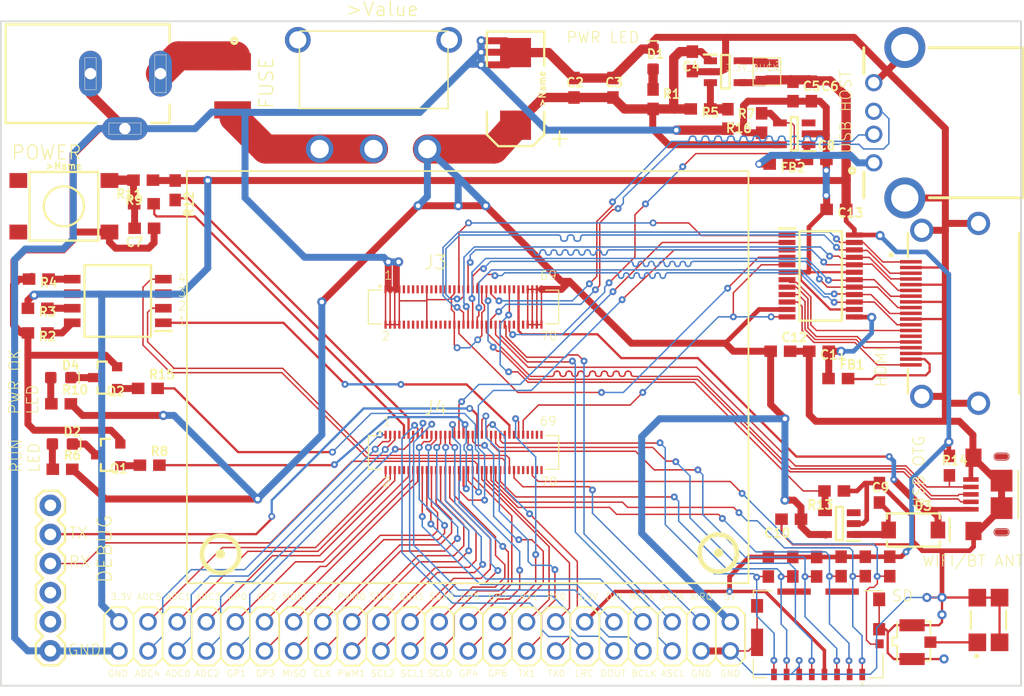
<source format=kicad_pcb>
(kicad_pcb (version 20171130) (host pcbnew "(5.1.2-1)-1")
  (layers (0 Top signal) (31 Bottom signal) (34 B.Paste user) (35 F.Paste user) (36 B.SilkS user) (37 F.SilkS user) (38 B.Mask user) (39 F.Mask user) (44 Edge.Cuts user))
  (net 0 "")
  (net 1 XMIPICSI_DCLK_N)
  (net 2 XMIPICSI_D0_N)
  (net 3 XMIPICSI_D1_N)
  (net 4 XMIPICSI_D2_N)
  (net 5 XMIPICSI_D3_N)
  (net 6 XMIPIDSI_DCLK_N)
  (net 7 XMIPIDSI_D0_N)
  (net 8 XMIPIDSI_D1_N)
  (net 9 XMIPIDSI_D2_N)
  (net 10 XMIPIDSI_D3_N)
  (net 11 XHDMI_CEC)
  (net 12 XHDMI_TX2_N)
  (net 13 XHDMI_TX1_N)
  (net 14 XHDMI_TX0_N)
  (net 15 XHDMI_TXC_N)
  (net 16 XOTG_D_N)
  (net 17 XUSBH_D_N)
  (net 18 XGPA15)
  (net 19 VCC5P0_OTG)
  (net 20 XMIPICSI_DCLK_P)
  (net 21 XMIPICSI_D0_P)
  (net 22 XMIPICSI_D1_P)
  (net 23 XMIPICSI_D2_P)
  (net 24 XMIPICSI_D3_P)
  (net 25 XMIPIDSI_DCLK_P)
  (net 26 XMIPIDSI_D0_P)
  (net 27 XMIPIDSI_D1_P)
  (net 28 XMIPIDSI_D2_P)
  (net 29 XMIPIDSI_D3_P)
  (net 30 XHDMI_HPD)
  (net 31 XHDMI_TX2_P)
  (net 32 XHDMI_TX1_P)
  (net 33 XHDMI_TX0_P)
  (net 34 XHDMI_TXC_P)
  (net 35 XOTG_D_P)
  (net 36 XUSBH_D_P)
  (net 37 XOTG_ID)
  (net 38 XAUDIO_SCL)
  (net 39 XAUDIO_SDA)
  (net 40 XGPA16)
  (net 41 XADC4)
  (net 42 XADC0)
  (net 43 XADC2)
  (net 44 XPWERKEY)
  (net 45 XNRESET)
  (net 46 XGPIO1)
  (net 47 XI2S0_LRCLK)
  (net 48 XI2S0_DOUT)
  (net 49 XI2S0_BCLK)
  (net 50 XSPI_MISO)
  (net 51 XSPI_CLK)
  (net 52 XPWM1)
  (net 53 XI2C_SCL2)
  (net 54 XI2C_SCL1)
  (net 55 XI2C_SCL0)
  (net 56 XHDMI_I2C_SCL)
  (net 57 VSYS_IO_3P3)
  (net 58 XGPIO4)
  (net 59 XGPIO6)
  (net 60 XDEBUG_TX)
  (net 61 XUART_TX1)
  (net 62 XUART_TX0)
  (net 63 XSD0_CMD)
  (net 64 XSD0_CLK)
  (net 65 XSD0_D1)
  (net 66 XBOOT_CONFIG0)
  (net 67 XGPC0)
  (net 68 XGPIO7)
  (net 69 XGPA21)
  (net 70 XGPA6)
  (net 71 XGPC25)
  (net 72 XGPE31)
  (net 73 XADC5)
  (net 74 XADC1)
  (net 75 XADC3)
  (net 76 XAGP2)
  (net 77 XAGP1)
  (net 78 XGPIO0)
  (net 79 XGPIO2)
  (net 80 XGPIO3)
  (net 81 XI2S0_DIN)
  (net 82 XI2S0_MCLK)
  (net 83 XSPI_MOSI)
  (net 84 XSPI_CS)
  (net 85 XPWM0)
  (net 86 XI2C_SDA2)
  (net 87 XI2C_SDA1)
  (net 88 XI2C_SDA0)
  (net 89 XHDMI_I2C_SDA)
  (net 90 XGPIO5)
  (net 91 XDEBUG_RX)
  (net 92 XUART_RX1)
  (net 93 XUART_RX0)
  (net 94 XSD0_D3)
  (net 95 XSD0_D2)
  (net 96 XSD0_D0)
  (net 97 XBOOT_CONFIG3)
  (net 98 XBOOT_CONFIG1)
  (net 99 XAUDIO_IRQ)
  (net 100 XGPE30)
  (net 101 XPGC27)
  (net 102 XGPB22)
  (net 103 XSD0_CDN)
  (net 104 XGPA17)
  (net 105 XGPA3)
  (net 106 GND)
  (net 107 5V)
  (net 108 N$4)
  (net 109 3.3V)
  (net 110 N$3)
  (net 111 N$9)
  (net 112 N$8)
  (net 113 N$10)
  (net 114 N$11)
  (net 115 N$12)
  (net 116 N$15)
  (net 117 N$14)
  (net 118 N$16)
  (net 119 N$17)
  (net 120 N$18)
  (net 121 N$19)
  (net 122 N$5)
  (net 123 N$6)
  (net 124 N$7)
  (net 125 N$2)
  (net 126 N$32)
  (net 127 N$1)
  (net 128 XVDDPWRON)
  (net 129 N$13)
  (net 130 N$20)
  (net 131 N$21)
  (net 132 N$22)
  (net 133 N$23)
  (net 134 N$24)
  (module "DF40C(2.0)-70DS-0.4V(51)" (layer Top) (at 137.5611 99.4036)
    (fp_text reference J3 (at 3.250668 -1.644668) (layer F.SilkS) (effects (font (size 1.2065 1.2065) (thickness 0.09652)) (justify left bottom)))
    (fp_text value "DF40C(2.0)-70DS-0.4V(51)" hide)
    (pad 70 smd rect (at 13.6 3.08 90) (size 0.7 0.2) (layers Top F.Paste F.Mask) (net 107 5V))
    (pad 68 smd rect (at 13.2 3.08 90) (size 0.7 0.2) (layers Top F.Paste F.Mask) (net 107 5V))
    (pad 66 smd rect (at 12.8 3.08 90) (size 0.7 0.2) (layers Top F.Paste F.Mask) (net 107 5V))
    (pad 64 smd rect (at 12.4 3.08 90) (size 0.7 0.2) (layers Top F.Paste F.Mask) (net 107 5V))
    (pad 62 smd rect (at 12 3.08 90) (size 0.7 0.2) (layers Top F.Paste F.Mask))
    (pad 60 smd rect (at 11.6 3.08 90) (size 0.7 0.2) (layers Top F.Paste F.Mask) (net 19 VCC5P0_OTG))
    (pad 58 smd rect (at 11.2 3.08 90) (size 0.7 0.2) (layers Top F.Paste F.Mask))
    (pad 56 smd rect (at 10.8 3.08 90) (size 0.7 0.2) (layers Top F.Paste F.Mask) (net 40 XGPA16))
    (pad 54 smd rect (at 10.4 3.08 90) (size 0.7 0.2) (layers Top F.Paste F.Mask) (net 39 XAUDIO_SDA))
    (pad 52 smd rect (at 10 3.08 90) (size 0.7 0.2) (layers Top F.Paste F.Mask) (net 38 XAUDIO_SCL))
    (pad 50 smd rect (at 9.6 3.08 90) (size 0.7 0.2) (layers Top F.Paste F.Mask) (net 37 XOTG_ID))
    (pad 48 smd rect (at 9.2 3.08 90) (size 0.7 0.2) (layers Top F.Paste F.Mask) (net 36 XUSBH_D_P))
    (pad 46 smd rect (at 8.8 3.08 90) (size 0.7 0.2) (layers Top F.Paste F.Mask) (net 35 XOTG_D_P))
    (pad 44 smd rect (at 8.4 3.08 90) (size 0.7 0.2) (layers Top F.Paste F.Mask) (net 106 GND))
    (pad 42 smd rect (at 8 3.08 90) (size 0.7 0.2) (layers Top F.Paste F.Mask) (net 34 XHDMI_TXC_P))
    (pad 40 smd rect (at 7.6 3.08 90) (size 0.7 0.2) (layers Top F.Paste F.Mask) (net 33 XHDMI_TX0_P))
    (pad 38 smd rect (at 7.2 3.08 90) (size 0.7 0.2) (layers Top F.Paste F.Mask) (net 32 XHDMI_TX1_P))
    (pad 36 smd rect (at 6.8 3.08 90) (size 0.7 0.2) (layers Top F.Paste F.Mask) (net 31 XHDMI_TX2_P))
    (pad 34 smd rect (at 6.4 3.08 90) (size 0.7 0.2) (layers Top F.Paste F.Mask) (net 30 XHDMI_HPD))
    (pad 32 smd rect (at 6 3.08 90) (size 0.7 0.2) (layers Top F.Paste F.Mask) (net 106 GND))
    (pad 30 smd rect (at 5.6 3.08 90) (size 0.7 0.2) (layers Top F.Paste F.Mask) (net 29 XMIPIDSI_D3_P))
    (pad 28 smd rect (at 5.2 3.08 90) (size 0.7 0.2) (layers Top F.Paste F.Mask) (net 28 XMIPIDSI_D2_P))
    (pad 26 smd rect (at 4.8 3.08 90) (size 0.7 0.2) (layers Top F.Paste F.Mask) (net 27 XMIPIDSI_D1_P))
    (pad 24 smd rect (at 4.4 3.08 90) (size 0.7 0.2) (layers Top F.Paste F.Mask) (net 26 XMIPIDSI_D0_P))
    (pad 22 smd rect (at 4 3.08 90) (size 0.7 0.2) (layers Top F.Paste F.Mask) (net 25 XMIPIDSI_DCLK_P))
    (pad 20 smd rect (at 3.6 3.08 90) (size 0.7 0.2) (layers Top F.Paste F.Mask) (net 106 GND))
    (pad 18 smd rect (at 3.2 3.08 90) (size 0.7 0.2) (layers Top F.Paste F.Mask) (net 24 XMIPICSI_D3_P))
    (pad 16 smd rect (at 2.8 3.08 90) (size 0.7 0.2) (layers Top F.Paste F.Mask) (net 23 XMIPICSI_D2_P))
    (pad 14 smd rect (at 2.4 3.08 90) (size 0.7 0.2) (layers Top F.Paste F.Mask) (net 22 XMIPICSI_D1_P))
    (pad 12 smd rect (at 2 3.08 90) (size 0.7 0.2) (layers Top F.Paste F.Mask) (net 21 XMIPICSI_D0_P))
    (pad 10 smd rect (at 1.6 3.08 90) (size 0.7 0.2) (layers Top F.Paste F.Mask) (net 20 XMIPICSI_DCLK_P))
    (pad 8 smd rect (at 1.2 3.08 90) (size 0.7 0.2) (layers Top F.Paste F.Mask) (net 106 GND))
    (pad 6 smd rect (at 0.8 3.08 90) (size 0.7 0.2) (layers Top F.Paste F.Mask) (net 106 GND))
    (pad 4 smd rect (at 0.4 3.08 90) (size 0.7 0.2) (layers Top F.Paste F.Mask) (net 106 GND))
    (pad 2 smd rect (at 0 3.08 90) (size 0.7 0.2) (layers Top F.Paste F.Mask) (net 106 GND))
    (pad 69 smd rect (at 13.6 0 90) (size 0.7 0.2) (layers Top F.Paste F.Mask) (net 107 5V))
    (pad 67 smd rect (at 13.2 0 90) (size 0.7 0.2) (layers Top F.Paste F.Mask) (net 107 5V))
    (pad 65 smd rect (at 12.8 0 90) (size 0.7 0.2) (layers Top F.Paste F.Mask) (net 107 5V))
    (pad 63 smd rect (at 12.4 0 90) (size 0.7 0.2) (layers Top F.Paste F.Mask) (net 107 5V))
    (pad 61 smd rect (at 12 0 90) (size 0.7 0.2) (layers Top F.Paste F.Mask))
    (pad 59 smd rect (at 11.6 0 90) (size 0.7 0.2) (layers Top F.Paste F.Mask) (net 19 VCC5P0_OTG))
    (pad 57 smd rect (at 11.2 0 90) (size 0.7 0.2) (layers Top F.Paste F.Mask))
    (pad 55 smd rect (at 10.8 0 90) (size 0.7 0.2) (layers Top F.Paste F.Mask) (net 18 XGPA15))
    (pad 53 smd rect (at 10.4 0 90) (size 0.7 0.2) (layers Top F.Paste F.Mask))
    (pad 51 smd rect (at 10 0 90) (size 0.7 0.2) (layers Top F.Paste F.Mask))
    (pad 49 smd rect (at 9.6 0 90) (size 0.7 0.2) (layers Top F.Paste F.Mask))
    (pad 47 smd rect (at 9.2 0 90) (size 0.7 0.2) (layers Top F.Paste F.Mask) (net 17 XUSBH_D_N))
    (pad 45 smd rect (at 8.8 0 90) (size 0.7 0.2) (layers Top F.Paste F.Mask) (net 16 XOTG_D_N))
    (pad 43 smd rect (at 8.4 0 90) (size 0.7 0.2) (layers Top F.Paste F.Mask) (net 106 GND))
    (pad 41 smd rect (at 8 0 90) (size 0.7 0.2) (layers Top F.Paste F.Mask) (net 15 XHDMI_TXC_N))
    (pad 39 smd rect (at 7.6 0 90) (size 0.7 0.2) (layers Top F.Paste F.Mask) (net 14 XHDMI_TX0_N))
    (pad 37 smd rect (at 7.2 0 90) (size 0.7 0.2) (layers Top F.Paste F.Mask) (net 13 XHDMI_TX1_N))
    (pad 35 smd rect (at 6.8 0 90) (size 0.7 0.2) (layers Top F.Paste F.Mask) (net 12 XHDMI_TX2_N))
    (pad 33 smd rect (at 6.4 0 90) (size 0.7 0.2) (layers Top F.Paste F.Mask) (net 11 XHDMI_CEC))
    (pad 31 smd rect (at 6 0 90) (size 0.7 0.2) (layers Top F.Paste F.Mask) (net 106 GND))
    (pad 29 smd rect (at 5.6 0 90) (size 0.7 0.2) (layers Top F.Paste F.Mask) (net 10 XMIPIDSI_D3_N))
    (pad 27 smd rect (at 5.2 0 90) (size 0.7 0.2) (layers Top F.Paste F.Mask) (net 9 XMIPIDSI_D2_N))
    (pad 25 smd rect (at 4.8 0 90) (size 0.7 0.2) (layers Top F.Paste F.Mask) (net 8 XMIPIDSI_D1_N))
    (pad 23 smd rect (at 4.4 0 90) (size 0.7 0.2) (layers Top F.Paste F.Mask) (net 7 XMIPIDSI_D0_N))
    (pad 21 smd rect (at 4 0 90) (size 0.7 0.2) (layers Top F.Paste F.Mask) (net 6 XMIPIDSI_DCLK_N))
    (pad 19 smd rect (at 3.6 0 90) (size 0.7 0.2) (layers Top F.Paste F.Mask) (net 106 GND))
    (pad 17 smd rect (at 3.2 0 90) (size 0.7 0.2) (layers Top F.Paste F.Mask) (net 5 XMIPICSI_D3_N))
    (pad 15 smd rect (at 2.8 0 90) (size 0.7 0.2) (layers Top F.Paste F.Mask) (net 4 XMIPICSI_D2_N))
    (pad 13 smd rect (at 2.4 0 90) (size 0.7 0.2) (layers Top F.Paste F.Mask) (net 3 XMIPICSI_D1_N))
    (pad 11 smd rect (at 2 0 90) (size 0.7 0.2) (layers Top F.Paste F.Mask) (net 2 XMIPICSI_D0_N))
    (pad 9 smd rect (at 1.6 0 90) (size 0.7 0.2) (layers Top F.Paste F.Mask) (net 1 XMIPICSI_DCLK_N))
    (pad 7 smd rect (at 1.2 0 90) (size 0.7 0.2) (layers Top F.Paste F.Mask) (net 106 GND))
    (pad 5 smd rect (at 0.8 0 90) (size 0.7 0.2) (layers Top F.Paste F.Mask) (net 106 GND))
    (pad 3 smd rect (at 0.4 0 90) (size 0.7 0.2) (layers Top F.Paste F.Mask) (net 106 GND))
    (pad 1 smd rect (at 0 0 90) (size 0.7 0.2) (layers Top F.Paste F.Mask) (net 106 GND))
  )
  (module "DF40C(2.0)-70DS-0.4V(51)" (layer Top) (at 137.5661 112.0986)
    (fp_text reference J4 (at 3.250668 -1.644668) (layer F.SilkS) (effects (font (size 1.2065 1.2065) (thickness 0.09652)) (justify left bottom)))
    (fp_text value "DF40C(2.0)-70DS-0.4V(51)" hide)
    (pad 70 smd rect (at 13.6 3.08 90) (size 0.7 0.2) (layers Top F.Paste F.Mask) (net 105 XGPA3))
    (pad 68 smd rect (at 13.2 3.08 90) (size 0.7 0.2) (layers Top F.Paste F.Mask) (net 104 XGPA17))
    (pad 66 smd rect (at 12.8 3.08 90) (size 0.7 0.2) (layers Top F.Paste F.Mask) (net 103 XSD0_CDN))
    (pad 64 smd rect (at 12.4 3.08 90) (size 0.7 0.2) (layers Top F.Paste F.Mask) (net 102 XGPB22))
    (pad 62 smd rect (at 12 3.08 90) (size 0.7 0.2) (layers Top F.Paste F.Mask) (net 101 XPGC27))
    (pad 60 smd rect (at 11.6 3.08 90) (size 0.7 0.2) (layers Top F.Paste F.Mask) (net 100 XGPE30))
    (pad 58 smd rect (at 11.2 3.08 90) (size 0.7 0.2) (layers Top F.Paste F.Mask) (net 99 XAUDIO_IRQ))
    (pad 56 smd rect (at 10.8 3.08 90) (size 0.7 0.2) (layers Top F.Paste F.Mask) (net 98 XBOOT_CONFIG1))
    (pad 54 smd rect (at 10.4 3.08 90) (size 0.7 0.2) (layers Top F.Paste F.Mask) (net 97 XBOOT_CONFIG3))
    (pad 52 smd rect (at 10 3.08 90) (size 0.7 0.2) (layers Top F.Paste F.Mask) (net 96 XSD0_D0))
    (pad 50 smd rect (at 9.6 3.08 90) (size 0.7 0.2) (layers Top F.Paste F.Mask) (net 95 XSD0_D2))
    (pad 48 smd rect (at 9.2 3.08 90) (size 0.7 0.2) (layers Top F.Paste F.Mask) (net 94 XSD0_D3))
    (pad 46 smd rect (at 8.8 3.08 90) (size 0.7 0.2) (layers Top F.Paste F.Mask) (net 93 XUART_RX0))
    (pad 44 smd rect (at 8.4 3.08 90) (size 0.7 0.2) (layers Top F.Paste F.Mask) (net 92 XUART_RX1))
    (pad 42 smd rect (at 8 3.08 90) (size 0.7 0.2) (layers Top F.Paste F.Mask) (net 91 XDEBUG_RX))
    (pad 40 smd rect (at 7.6 3.08 90) (size 0.7 0.2) (layers Top F.Paste F.Mask) (net 90 XGPIO5))
    (pad 38 smd rect (at 7.2 3.08 90) (size 0.7 0.2) (layers Top F.Paste F.Mask) (net 128 XVDDPWRON))
    (pad 36 smd rect (at 6.8 3.08 90) (size 0.7 0.2) (layers Top F.Paste F.Mask) (net 57 VSYS_IO_3P3))
    (pad 34 smd rect (at 6.4 3.08 90) (size 0.7 0.2) (layers Top F.Paste F.Mask) (net 89 XHDMI_I2C_SDA))
    (pad 32 smd rect (at 6 3.08 90) (size 0.7 0.2) (layers Top F.Paste F.Mask) (net 88 XI2C_SDA0))
    (pad 30 smd rect (at 5.6 3.08 90) (size 0.7 0.2) (layers Top F.Paste F.Mask) (net 87 XI2C_SDA1))
    (pad 28 smd rect (at 5.2 3.08 90) (size 0.7 0.2) (layers Top F.Paste F.Mask) (net 86 XI2C_SDA2))
    (pad 26 smd rect (at 4.8 3.08 90) (size 0.7 0.2) (layers Top F.Paste F.Mask) (net 85 XPWM0))
    (pad 24 smd rect (at 4.4 3.08 90) (size 0.7 0.2) (layers Top F.Paste F.Mask) (net 84 XSPI_CS))
    (pad 22 smd rect (at 4 3.08 90) (size 0.7 0.2) (layers Top F.Paste F.Mask) (net 83 XSPI_MOSI))
    (pad 20 smd rect (at 3.6 3.08 90) (size 0.7 0.2) (layers Top F.Paste F.Mask) (net 82 XI2S0_MCLK))
    (pad 18 smd rect (at 3.2 3.08 90) (size 0.7 0.2) (layers Top F.Paste F.Mask) (net 81 XI2S0_DIN))
    (pad 16 smd rect (at 2.8 3.08 90) (size 0.7 0.2) (layers Top F.Paste F.Mask) (net 80 XGPIO3))
    (pad 14 smd rect (at 2.4 3.08 90) (size 0.7 0.2) (layers Top F.Paste F.Mask) (net 79 XGPIO2))
    (pad 12 smd rect (at 2 3.08 90) (size 0.7 0.2) (layers Top F.Paste F.Mask) (net 78 XGPIO0))
    (pad 10 smd rect (at 1.6 3.08 90) (size 0.7 0.2) (layers Top F.Paste F.Mask) (net 77 XAGP1))
    (pad 8 smd rect (at 1.2 3.08 90) (size 0.7 0.2) (layers Top F.Paste F.Mask) (net 76 XAGP2))
    (pad 6 smd rect (at 0.8 3.08 90) (size 0.7 0.2) (layers Top F.Paste F.Mask) (net 75 XADC3))
    (pad 4 smd rect (at 0.4 3.08 90) (size 0.7 0.2) (layers Top F.Paste F.Mask) (net 74 XADC1))
    (pad 2 smd rect (at 0 3.08 90) (size 0.7 0.2) (layers Top F.Paste F.Mask) (net 73 XADC5))
    (pad 69 smd rect (at 13.6 0 90) (size 0.7 0.2) (layers Top F.Paste F.Mask))
    (pad 67 smd rect (at 13.2 0 90) (size 0.7 0.2) (layers Top F.Paste F.Mask) (net 72 XGPE31))
    (pad 65 smd rect (at 12.8 0 90) (size 0.7 0.2) (layers Top F.Paste F.Mask) (net 71 XGPC25))
    (pad 63 smd rect (at 12.4 0 90) (size 0.7 0.2) (layers Top F.Paste F.Mask) (net 70 XGPA6))
    (pad 61 smd rect (at 12 0 90) (size 0.7 0.2) (layers Top F.Paste F.Mask) (net 69 XGPA21))
    (pad 59 smd rect (at 11.6 0 90) (size 0.7 0.2) (layers Top F.Paste F.Mask) (net 68 XGPIO7))
    (pad 57 smd rect (at 11.2 0 90) (size 0.7 0.2) (layers Top F.Paste F.Mask) (net 67 XGPC0))
    (pad 55 smd rect (at 10.8 0 90) (size 0.7 0.2) (layers Top F.Paste F.Mask) (net 66 XBOOT_CONFIG0))
    (pad 53 smd rect (at 10.4 0 90) (size 0.7 0.2) (layers Top F.Paste F.Mask))
    (pad 51 smd rect (at 10 0 90) (size 0.7 0.2) (layers Top F.Paste F.Mask) (net 65 XSD0_D1))
    (pad 49 smd rect (at 9.6 0 90) (size 0.7 0.2) (layers Top F.Paste F.Mask) (net 64 XSD0_CLK))
    (pad 47 smd rect (at 9.2 0 90) (size 0.7 0.2) (layers Top F.Paste F.Mask) (net 63 XSD0_CMD))
    (pad 45 smd rect (at 8.8 0 90) (size 0.7 0.2) (layers Top F.Paste F.Mask) (net 62 XUART_TX0))
    (pad 43 smd rect (at 8.4 0 90) (size 0.7 0.2) (layers Top F.Paste F.Mask) (net 61 XUART_TX1))
    (pad 41 smd rect (at 8 0 90) (size 0.7 0.2) (layers Top F.Paste F.Mask) (net 60 XDEBUG_TX))
    (pad 39 smd rect (at 7.6 0 90) (size 0.7 0.2) (layers Top F.Paste F.Mask) (net 59 XGPIO6))
    (pad 37 smd rect (at 7.2 0 90) (size 0.7 0.2) (layers Top F.Paste F.Mask) (net 58 XGPIO4))
    (pad 35 smd rect (at 6.8 0 90) (size 0.7 0.2) (layers Top F.Paste F.Mask) (net 57 VSYS_IO_3P3))
    (pad 33 smd rect (at 6.4 0 90) (size 0.7 0.2) (layers Top F.Paste F.Mask) (net 56 XHDMI_I2C_SCL))
    (pad 31 smd rect (at 6 0 90) (size 0.7 0.2) (layers Top F.Paste F.Mask) (net 55 XI2C_SCL0))
    (pad 29 smd rect (at 5.6 0 90) (size 0.7 0.2) (layers Top F.Paste F.Mask) (net 54 XI2C_SCL1))
    (pad 27 smd rect (at 5.2 0 90) (size 0.7 0.2) (layers Top F.Paste F.Mask) (net 53 XI2C_SCL2))
    (pad 25 smd rect (at 4.8 0 90) (size 0.7 0.2) (layers Top F.Paste F.Mask) (net 52 XPWM1))
    (pad 23 smd rect (at 4.4 0 90) (size 0.7 0.2) (layers Top F.Paste F.Mask) (net 51 XSPI_CLK))
    (pad 21 smd rect (at 4 0 90) (size 0.7 0.2) (layers Top F.Paste F.Mask) (net 50 XSPI_MISO))
    (pad 19 smd rect (at 3.6 0 90) (size 0.7 0.2) (layers Top F.Paste F.Mask) (net 49 XI2S0_BCLK))
    (pad 17 smd rect (at 3.2 0 90) (size 0.7 0.2) (layers Top F.Paste F.Mask) (net 48 XI2S0_DOUT))
    (pad 15 smd rect (at 2.8 0 90) (size 0.7 0.2) (layers Top F.Paste F.Mask) (net 47 XI2S0_LRCLK))
    (pad 13 smd rect (at 2.4 0 90) (size 0.7 0.2) (layers Top F.Paste F.Mask) (net 46 XGPIO1))
    (pad 11 smd rect (at 2 0 90) (size 0.7 0.2) (layers Top F.Paste F.Mask) (net 45 XNRESET))
    (pad 9 smd rect (at 1.6 0 90) (size 0.7 0.2) (layers Top F.Paste F.Mask) (net 44 XPWERKEY))
    (pad 7 smd rect (at 1.2 0 90) (size 0.7 0.2) (layers Top F.Paste F.Mask))
    (pad 5 smd rect (at 0.8 0 90) (size 0.7 0.2) (layers Top F.Paste F.Mask) (net 43 XADC2))
    (pad 3 smd rect (at 0.4 0 90) (size 0.7 0.2) (layers Top F.Paste F.Mask) (net 42 XADC0))
    (pad 1 smd rect (at 0 0 90) (size 0.7 0.2) (layers Top F.Paste F.Mask) (net 41 XADC4))
  )
  (module DCJ0202 (layer Top) (at 114.8211 80.5736 270)
    (fp_text reference J1 hide)
    (fp_text value DCJ0202 hide)
    (fp_line (start 1.4 2.5) (end 1.4 3.5) (layer Edge.Cuts) (width 0.05))
    (fp_line (start -1.4 2.5) (end 1.4 2.5) (layer Edge.Cuts) (width 0.05))
    (fp_line (start -1.4 3.5) (end -1.4 2.5) (layer Edge.Cuts) (width 0.05))
    (fp_line (start 1.4 3.5) (end -1.4 3.5) (layer Edge.Cuts) (width 0.05))
    (fp_line (start 5.3 1.4) (end 5.3 -1.4) (layer Edge.Cuts) (width 0.05))
    (fp_line (start 4.3 1.4) (end 5.3 1.4) (layer Edge.Cuts) (width 0.05))
    (fp_line (start 4.3 -1.4) (end 4.3 1.4) (layer Edge.Cuts) (width 0.05))
    (fp_line (start 5.3 -1.4) (end 4.3 -1.4) (layer Edge.Cuts) (width 0.05))
    (fp_line (start 1.65 -3.6) (end 1.65 -2.6) (layer Edge.Cuts) (width 0.05))
    (fp_line (start -1.65 -3.6) (end 1.65 -3.6) (layer Edge.Cuts) (width 0.05))
    (fp_line (start -1.65 -2.6) (end -1.65 -3.6) (layer Edge.Cuts) (width 0.05))
    (fp_line (start 1.65 -2.6) (end -1.65 -2.6) (layer Edge.Cuts) (width 0.05))
    (pad 2 thru_hole oval (at 4.8 0) (size 4 2) (drill 1) (layers *.Cu *.Mask) (net 106 GND))
    (pad 3 thru_hole oval (at 0 3 90) (size 4 2) (drill 1) (layers *.Cu *.Mask) (net 106 GND))
    (pad 1 thru_hole oval (at 0 -3.1 90) (size 4 2) (drill 1) (layers *.Cu *.Mask) (net 127 N$1))
  )
  (module 500SSP1S1M6QEA (layer Top) (at 136.6111 81.7536)
    (fp_text reference SW1 hide)
    (fp_text value 500SSP1S1M6QEA hide)
    (fp_text user >Value (at -2.6 -6.1) (layer F.SilkS) (effects (font (size 1.2065 1.2065) (thickness 0.1016)) (justify left bottom)))
    (pad 5 thru_hole circle (at 6.505 -4.13) (size 2.25 2.25) (drill 1.5) (layers *.Cu *.Mask))
    (pad 4 thru_hole circle (at -6.705 -4.13) (size 2.25 2.25) (drill 1.5) (layers *.Cu *.Mask))
    (pad 3 thru_hole circle (at 4.6 5.4) (size 2.4 2.4) (drill 1.6) (layers *.Cu *.Mask) (net 107 5V))
    (pad 2 thru_hole circle (at -0.1 5.4) (size 2.4 2.4) (drill 1.6) (layers *.Cu *.Mask) (net 125 N$2))
    (pad 1 thru_hole circle (at -4.8 5.4) (size 2.4 2.4) (drill 1.6) (layers *.Cu *.Mask) (net 125 N$2))
  )
  (module EIA7343 (layer Top) (at 148.9011 81.9036 270)
    (fp_text reference C1 hide)
    (fp_text value 100uF hide)
    (fp_text user >Name (at 0 -2.667 270) (layer F.SilkS) (effects (font (size 0.57912 0.57912) (thickness 0.12192)) (justify bottom)))
    (pad A smd rect (at 3.17 0 90) (size 2.55 2.7) (layers Top F.Paste F.Mask) (net 107 5V))
    (pad C smd rect (at -3.17 0 90) (size 2.55 2.7) (layers Top F.Paste F.Mask) (net 106 GND))
  )
  (module 0603 (layer Top) (at 154.0011 81.8036 90)
    (fp_text reference C2 (at 0 -0.762) (layer F.SilkS) (effects (font (size 0.77216 0.77216) (thickness 0.154432)) (justify left bottom)))
    (fp_text value 10uF)
    (pad 2 smd rect (at 0.85 0 90) (size 1.1 1) (layers Top F.Paste F.Mask) (net 106 GND))
    (pad 1 smd rect (at -0.85 0 90) (size 1.1 1) (layers Top F.Paste F.Mask) (net 107 5V))
  )
  (module 0603 (layer Top) (at 157.4011 81.8036 90)
    (fp_text reference C3 (at 0 -0.762) (layer F.SilkS) (effects (font (size 0.77216 0.77216) (thickness 0.154432)) (justify left bottom)))
    (fp_text value 0.1uF)
    (pad 2 smd rect (at 0.85 0 90) (size 1.1 1) (layers Top F.Paste F.Mask) (net 106 GND))
    (pad 1 smd rect (at -0.85 0 90) (size 1.1 1) (layers Top F.Paste F.Mask) (net 107 5V))
  )
  (module 0603 (layer Top) (at 160.9011 82.8036 270)
    (fp_text reference R1 (at 0 -0.762) (layer F.SilkS) (effects (font (size 0.77216 0.77216) (thickness 0.154432)) (justify left bottom)))
    (fp_text value 470)
    (pad 2 smd rect (at 0.85 0 270) (size 1.1 1) (layers Top F.Paste F.Mask) (net 107 5V))
    (pad 1 smd rect (at -0.85 0 270) (size 1.1 1) (layers Top F.Paste F.Mask) (net 108 N$4))
  )
  (module LED-0603 (layer Top) (at 160.9011 79.3036 90)
    (fp_text reference D1 (at 0 -0.635) (layer F.SilkS) (effects (font (size 0.77216 0.77216) (thickness 0.154432)) (justify left bottom)))
    (fp_text value Red hide)
    (pad A smd roundrect (at -0.877 0) (size 1 1) (layers Top F.Paste F.Mask) (roundrect_rratio 0.15) (net 108 N$4))
    (pad C smd roundrect (at 0.877 0) (size 1 1) (layers Top F.Paste F.Mask) (roundrect_rratio 0.15) (net 106 GND))
  )
  (module 0603 (layer Top) (at 107.2111 103.207 180)
    (fp_text reference R2 (at 0 -0.762) (layer F.SilkS) (effects (font (size 0.77216 0.77216) (thickness 0.154432)) (justify left bottom)))
    (fp_text value 1k)
    (pad 2 smd rect (at 0.85 0 180) (size 1.1 1) (layers Top F.Paste F.Mask) (net 106 GND))
    (pad 1 smd rect (at -0.85 0 180) (size 1.1 1) (layers Top F.Paste F.Mask) (net 122 N$5))
  )
  (module 0603 (layer Top) (at 107.2111 101.057 180)
    (fp_text reference R3 (at 0 -0.762) (layer F.SilkS) (effects (font (size 0.77216 0.77216) (thickness 0.154432)) (justify left bottom)))
    (fp_text value 1k)
    (pad 2 smd rect (at 0.85 0 180) (size 1.1 1) (layers Top F.Paste F.Mask) (net 109 3.3V))
    (pad 1 smd rect (at -0.85 0 180) (size 1.1 1) (layers Top F.Paste F.Mask) (net 123 N$6))
  )
  (module 0603 (layer Top) (at 107.3111 98.507 180)
    (fp_text reference R4 (at 0 -0.762) (layer F.SilkS) (effects (font (size 0.77216 0.77216) (thickness 0.154432)) (justify left bottom)))
    (fp_text value 1k)
    (pad 2 smd rect (at 0.85 0 180) (size 1.1 1) (layers Top F.Paste F.Mask) (net 106 GND))
    (pad 1 smd rect (at -0.85 0 180) (size 1.1 1) (layers Top F.Paste F.Mask) (net 124 N$7))
  )
  (module SOT95P284X122-5N (layer Top) (at 167.2011 80.4036)
    (fp_text reference 3.3V_BUCK (at 0 0) (layer F.SilkS) (effects (font (size 0.57912 0.57912) (thickness 0.046329)) (justify left bottom)))
    (fp_text value LM3671MF-3.3_NOPB hide)
    (pad 5 smd rect (at 1.3 -0.953) (size 1.15 0.6) (layers Top F.Paste F.Mask) (net 110 N$3))
    (pad 4 smd rect (at 1.3 0.953) (size 1.15 0.6) (layers Top F.Paste F.Mask) (net 109 3.3V))
    (pad 3 smd rect (at -1.3 0.953) (size 1.15 0.6) (layers Top F.Paste F.Mask) (net 111 N$9))
    (pad 2 smd rect (at -1.3 0) (size 1.15 0.6) (layers Top F.Paste F.Mask) (net 106 GND))
    (pad 1 smd rect (at -1.3 -0.953) (size 1.15 0.6) (layers Top F.Paste F.Mask) (net 107 5V))
  )
  (module 0603 (layer Top) (at 164.3283 79.498 270)
    (fp_text reference C4 (at 0 -0.762) (layer F.SilkS) (effects (font (size 0.77216 0.77216) (thickness 0.154432)) (justify right top)))
    (fp_text value 4.7uF)
    (pad 2 smd rect (at 0.85 0 270) (size 1.1 1) (layers Top F.Paste F.Mask) (net 106 GND))
    (pad 1 smd rect (at -0.85 0 270) (size 1.1 1) (layers Top F.Paste F.Mask) (net 107 5V))
  )
  (module 0603 (layer Top) (at 173.1061 82.1258 270)
    (fp_text reference C5 (at 0 -0.762) (layer F.SilkS) (effects (font (size 0.77216 0.77216) (thickness 0.154432)) (justify left bottom)))
    (fp_text value 10uF)
    (pad 2 smd rect (at 0.85 0 270) (size 1.1 1) (layers Top F.Paste F.Mask) (net 106 GND))
    (pad 1 smd rect (at -0.85 0 270) (size 1.1 1) (layers Top F.Paste F.Mask) (net 109 3.3V))
  )
  (module 0603 (layer Top) (at 174.7123 82.1258 270)
    (fp_text reference C6 (at 0 -0.762) (layer F.SilkS) (effects (font (size 0.77216 0.77216) (thickness 0.154432)) (justify left bottom)))
    (fp_text value 0.1uF)
    (pad 2 smd rect (at 0.85 0 270) (size 1.1 1) (layers Top F.Paste F.Mask) (net 106 GND))
    (pad 1 smd rect (at -0.85 0 270) (size 1.1 1) (layers Top F.Paste F.Mask) (net 109 3.3V))
  )
  (module 0603 (layer Top) (at 165.0359 83.6528 180)
    (fp_text reference R5 (at 0 -0.762) (layer F.SilkS) (effects (font (size 0.77216 0.77216) (thickness 0.154432)) (justify left bottom)))
    (fp_text value 10k)
    (pad 2 smd rect (at 0.85 0 180) (size 1.1 1) (layers Top F.Paste F.Mask) (net 107 5V))
    (pad 1 smd rect (at -0.85 0 180) (size 1.1 1) (layers Top F.Paste F.Mask) (net 111 N$9))
  )
  (module 0603 (layer Top) (at 167.4279 84.5274 270)
    (fp_text reference R7 (at 0 -0.762) (layer F.SilkS) (effects (font (size 0.77216 0.77216) (thickness 0.154432)) (justify left bottom)))
    (fp_text value 100k)
    (pad 2 smd rect (at 0.85 0 270) (size 1.1 1) (layers Top F.Paste F.Mask) (net 106 GND))
    (pad 1 smd rect (at -0.85 0 270) (size 1.1 1) (layers Top F.Paste F.Mask) (net 111 N$9))
  )
  (module SOT23-3 (layer Top) (at 113.4211 113.8536 90)
    (fp_text reference Q1 (at -1.651 0) (layer F.SilkS) (effects (font (size 0.77216 0.77216) (thickness 0.154432)) (justify left bottom)))
    (fp_text value 600mA/40V hide)
    (pad 3 smd rect (at 0 -1.1 90) (size 0.8 0.9) (layers Top F.Paste F.Mask) (net 113 N$10))
    (pad 2 smd rect (at 0.95 1 90) (size 0.8 0.9) (layers Top F.Paste F.Mask) (net 106 GND))
    (pad 1 smd rect (at -0.95 1 90) (size 0.8 0.9) (layers Top F.Paste F.Mask) (net 114 N$11))
  )
  (module 0603 (layer Top) (at 109.3811 115.1084)
    (fp_text reference R6 (at 0 -0.762) (layer F.SilkS) (effects (font (size 0.77216 0.77216) (thickness 0.154432)) (justify left bottom)))
    (fp_text value 470)
    (pad 2 smd rect (at 0.85 0) (size 1.1 1) (layers Top F.Paste F.Mask) (net 107 5V))
    (pad 1 smd rect (at -0.85 0) (size 1.1 1) (layers Top F.Paste F.Mask) (net 112 N$8))
  )
  (module 0603 (layer Top) (at 116.9811 114.7536)
    (fp_text reference R8 (at 0 -0.762) (layer F.SilkS) (effects (font (size 0.77216 0.77216) (thickness 0.154432)) (justify left bottom)))
    (fp_text value 10k)
    (pad 2 smd rect (at 0.85 0) (size 1.1 1) (layers Top F.Paste F.Mask) (net 57 VSYS_IO_3P3))
    (pad 1 smd rect (at -0.85 0) (size 1.1 1) (layers Top F.Paste F.Mask) (net 114 N$11))
  )
  (module LED-0603 (layer Top) (at 109.3711 112.9036)
    (fp_text reference D2 (at 0 -0.635) (layer F.SilkS) (effects (font (size 0.77216 0.77216) (thickness 0.154432)) (justify left bottom)))
    (fp_text value GREEN hide)
    (pad A smd roundrect (at -0.877 0 270) (size 1 1) (layers Top F.Paste F.Mask) (roundrect_rratio 0.15) (net 112 N$8))
    (pad C smd roundrect (at 0.877 0 270) (size 1 1) (layers Top F.Paste F.Mask) (roundrect_rratio 0.15) (net 113 N$10))
  )
  (module 0603 (layer Top) (at 116.5195 94.0704 180)
    (fp_text reference C7 (at 0 -0.762) (layer F.SilkS) (effects (font (size 0.77216 0.77216) (thickness 0.154432)) (justify right top)))
    (fp_text value 1.0uF)
    (pad 2 smd rect (at 0.85 0 180) (size 1.1 1) (layers Top F.Paste F.Mask) (net 115 N$12))
    (pad 1 smd rect (at -0.85 0 180) (size 1.1 1) (layers Top F.Paste F.Mask) (net 106 GND))
  )
  (module 0603 (layer Top) (at 116.4795 91.9304)
    (fp_text reference R9 (at 0 -0.762) (layer F.SilkS) (effects (font (size 0.77216 0.77216) (thickness 0.154432)) (justify right top)))
    (fp_text value 33)
    (pad 2 smd rect (at 0.85 0) (size 1.1 1) (layers Top F.Paste F.Mask) (net 44 XPWERKEY))
    (pad 1 smd rect (at -0.85 0) (size 1.1 1) (layers Top F.Paste F.Mask) (net 115 N$12))
  )
  (module 0603 (layer Top) (at 116.4195 89.8704 180)
    (fp_text reference R11 (at 0 -0.762) (layer F.SilkS) (effects (font (size 0.77216 0.77216) (thickness 0.154432)) (justify right top)))
    (fp_text value 100k)
    (pad 2 smd rect (at 0.85 0 180) (size 1.1 1) (layers Top F.Paste F.Mask) (net 115 N$12))
    (pad 1 smd rect (at -0.85 0 180) (size 1.1 1) (layers Top F.Paste F.Mask) (net 109 3.3V))
  )
  (module 0603 (layer Top) (at 119.2073 90.7524 270)
    (fp_text reference R12 (at 0 -0.762 90) (layer F.SilkS) (effects (font (size 0.77216 0.77216) (thickness 0.154432)) (justify right top)))
    (fp_text value 100k)
    (pad 2 smd rect (at 0.85 0 270) (size 1.1 1) (layers Top F.Paste F.Mask) (net 45 XNRESET))
    (pad 1 smd rect (at -0.85 0 270) (size 1.1 1) (layers Top F.Paste F.Mask) (net 109 3.3V))
  )
  (module 10118193-0001LF (layer Top) (at 191.3011 117.3036 90)
    (fp_text reference J2 hide)
    (fp_text value 10118193-0001LF hide)
    (fp_arc (start 3.275 -0.375) (end 3.05 -0.4) (angle 90) (layer Edge.Cuts) (width 0.05))
    (fp_line (start 3.05 0.4) (end 3.05 -0.4) (layer Edge.Cuts) (width 0.05))
    (fp_arc (start 3.275 0.375) (end 3.3 0.6) (angle 90) (layer Edge.Cuts) (width 0.05))
    (fp_arc (start 3.325 0.375) (end 3.55 0.4) (angle 90) (layer Edge.Cuts) (width 0.05))
    (fp_line (start 3.55 -0.4) (end 3.55 0.4) (layer Edge.Cuts) (width 0.05))
    (fp_arc (start 3.325 -0.375) (end 3.3 -0.6) (angle 90) (layer Edge.Cuts) (width 0.05))
    (fp_poly (pts (xy 2.95 -0.4) (xy 2.95 0.4) (xy 3.006042 0.559151) (xy 3.134151 0.668958) (xy 3.3 0.7) (xy 3.465849 0.668958) (xy 3.593958 0.559151) (xy 3.65 0.4) (xy 3.65 -0.4) (xy 3.593958 -0.559151) (xy 3.465849 -0.668958) (xy 3.3 -0.7) (xy 3.134151 -0.668958) (xy 3.006042 -0.559151)) (layer Top) (width 0))
    (fp_arc (start -3.325 -0.375) (end -3.55 -0.4) (angle 90) (layer Edge.Cuts) (width 0.05))
    (fp_line (start -3.55 0.4) (end -3.55 -0.4) (layer Edge.Cuts) (width 0.05))
    (fp_arc (start -3.325 0.375) (end -3.3 0.6) (angle 90) (layer Edge.Cuts) (width 0.05))
    (fp_arc (start -3.275 0.375) (end -3.05 0.4) (angle 90) (layer Edge.Cuts) (width 0.05))
    (fp_line (start -3.05 -0.4) (end -3.05 0.4) (layer Edge.Cuts) (width 0.05))
    (fp_arc (start -3.275 -0.375) (end -3.3 -0.6) (angle 90) (layer Edge.Cuts) (width 0.05))
    (fp_poly (pts (xy -3.65 -0.4) (xy -3.65 0.4) (xy -3.593958 0.559151) (xy -3.465849 0.668958) (xy -3.3 0.7) (xy -3.134151 0.668958) (xy -3.006042 0.559151) (xy -2.95 0.4) (xy -2.95 -0.4) (xy -3.006042 -0.559151) (xy -3.134151 -0.668958) (xy -3.3 -0.7) (xy -3.465849 -0.668958) (xy -3.593958 -0.559151)) (layer Top) (width 0))
    (pad SHIELD$4 smd rect (at 1.2 0 90) (size 1.9 1.9) (layers Top F.Paste F.Mask) (net 106 GND))
    (pad SHIELD$3 smd rect (at -1.2 0 90) (size 1.9 1.9) (layers Top F.Paste F.Mask) (net 106 GND))
    (pad GND smd rect (at 1.3 -2.675 90) (size 0.4 1.35) (layers Top F.Paste F.Mask) (net 106 GND))
    (pad VCC smd rect (at -1.3 -2.675 90) (size 0.4 1.35) (layers Top F.Paste F.Mask) (net 19 VCC5P0_OTG))
    (pad D- smd rect (at -0.65 -2.675 90) (size 0.4 1.35) (layers Top F.Paste F.Mask) (net 16 XOTG_D_N))
    (pad ID smd rect (at 0.65 -2.675 90) (size 0.4 1.35) (layers Top F.Paste F.Mask) (net 37 XOTG_ID))
    (pad D+ smd rect (at 0 -2.675 90) (size 0.4 1.35) (layers Top F.Paste F.Mask) (net 35 XOTG_D_P))
    (pad SHIELD$2 smd rect (at 3.2 -2.45 90) (size 1.6 1.4) (layers Top F.Paste F.Mask) (net 106 GND))
    (pad SHIELD$1 smd rect (at -3.2 -2.45 90) (size 1.6 1.4) (layers Top F.Paste F.Mask) (net 106 GND))
  )
  (module SOT95P280X145-5N (layer Top) (at 177.1511 119.8536 180)
    (fp_text reference IC2 hide)
    (fp_text value TPS2051BDBVR hide)
    (pad 5 smd rect (at 1.25 -0.95 180) (size 1.2 0.6) (layers Top F.Paste F.Mask) (net 107 5V))
    (pad 4 smd rect (at 1.25 0.95 180) (size 1.2 0.6) (layers Top F.Paste F.Mask) (net 18 XGPA15))
    (pad 3 smd rect (at -1.25 0.95 180) (size 1.2 0.6) (layers Top F.Paste F.Mask))
    (pad 2 smd rect (at -1.25 0 180) (size 1.2 0.6) (layers Top F.Paste F.Mask) (net 106 GND))
    (pad 1 smd rect (at -1.25 -0.95 180) (size 1.2 0.6) (layers Top F.Paste F.Mask) (net 116 N$15))
  )
  (module SMA-DIODE (layer Top) (at 183.6011 120.4136)
    (fp_text reference D3 (at 0 -1.651) (layer F.SilkS) (effects (font (size 0.77216 0.77216) (thickness 0.154432)) (justify left bottom)))
    (fp_text value 3A/40V/500mV hide)
    (pad C smd rect (at 2.15 0) (size 1.27 1.47) (layers Top F.Paste F.Mask) (net 19 VCC5P0_OTG))
    (pad A smd rect (at -2.15 0 180) (size 1.27 1.47) (layers Top F.Paste F.Mask) (net 116 N$15))
  )
  (module 0603 (layer Top) (at 177.0577 107.1928)
    (fp_text reference FB1 (at 0 -0.762) (layer F.SilkS) (effects (font (size 0.77216 0.77216) (thickness 0.154432)) (justify left bottom)))
    (fp_text value 120Ω)
    (pad 2 smd rect (at 0.85 0) (size 1.1 1) (layers Top F.Paste F.Mask) (net 132 N$22))
    (pad 1 smd rect (at -0.85 0) (size 1.1 1) (layers Top F.Paste F.Mask) (net 117 N$14))
  )
  (module FTDI_BASIC (layer Top) (at 108.3205 118.259 270)
    (fp_text reference J6 hide)
    (fp_text value 6_PIN_SERIAL_CABLEPTH hide)
    (pad GND thru_hole circle (at 12.7 0) (size 1.8796 1.8796) (drill 1.016) (layers *.Cu *.Mask) (net 106 GND))
    (pad CTS thru_hole circle (at 10.16 0) (size 1.8796 1.8796) (drill 1.016) (layers *.Cu *.Mask))
    (pad VCC thru_hole circle (at 7.62 0) (size 1.8796 1.8796) (drill 1.016) (layers *.Cu *.Mask))
    (pad TXO thru_hole circle (at 5.08 0) (size 1.8796 1.8796) (drill 1.016) (layers *.Cu *.Mask) (net 91 XDEBUG_RX))
    (pad RXI thru_hole circle (at 2.54 0) (size 1.8796 1.8796) (drill 1.016) (layers *.Cu *.Mask) (net 60 XDEBUG_TX))
    (pad DTR thru_hole circle (at 0 0) (size 1.8796 1.8796) (drill 1.016) (layers *.Cu *.Mask))
  )
  (module 0603 (layer Top) (at 176.7011 117.0036 180)
    (fp_text reference R13 (at 0 -0.762) (layer F.SilkS) (effects (font (size 0.77216 0.77216) (thickness 0.154432)) (justify right top)))
    (fp_text value 10k)
    (pad 2 smd rect (at 0.85 0 180) (size 1.1 1) (layers Top F.Paste F.Mask) (net 18 XGPA15))
    (pad 1 smd rect (at -0.85 0 180) (size 1.1 1) (layers Top F.Paste F.Mask) (net 106 GND))
  )
  (module 0603 (layer Top) (at 186.7511 114.7936 90)
    (fp_text reference R14 (at 0 -0.762) (layer F.SilkS) (effects (font (size 0.77216 0.77216) (thickness 0.154432)) (justify left bottom)))
    (fp_text value 100k)
    (pad 2 smd rect (at 0.85 0 90) (size 1.1 1) (layers Top F.Paste F.Mask) (net 109 3.3V))
    (pad 1 smd rect (at -0.85 0 90) (size 1.1 1) (layers Top F.Paste F.Mask) (net 37 XOTG_ID))
  )
  (module 0603 (layer Top) (at 180.6455 117.165 90)
    (fp_text reference C9 (at 0 -0.762) (layer F.SilkS) (effects (font (size 0.77216 0.77216) (thickness 0.154432)) (justify left bottom)))
    (fp_text value 4.7uF)
    (pad 2 smd rect (at 0.85 0 90) (size 1.1 1) (layers Top F.Paste F.Mask) (net 106 GND))
    (pad 1 smd rect (at -0.85 0 90) (size 1.1 1) (layers Top F.Paste F.Mask) (net 116 N$15))
  )
  (module 0603 (layer Top) (at 172.9549 119.4684 180)
    (fp_text reference C10 (at 0 -0.762) (layer F.SilkS) (effects (font (size 0.77216 0.77216) (thickness 0.154432)) (justify right top)))
    (fp_text value 10uF)
    (pad 2 smd rect (at 0.85 0 180) (size 1.1 1) (layers Top F.Paste F.Mask) (net 106 GND))
    (pad 1 smd rect (at -0.85 0 180) (size 1.1 1) (layers Top F.Paste F.Mask) (net 107 5V))
  )
  (module 0603 (layer Top) (at 175.3739 104.8052 180)
    (fp_text reference C11 (at 0 -0.762) (layer F.SilkS) (effects (font (size 0.77216 0.77216) (thickness 0.154432)) (justify left bottom)))
    (fp_text value 0.1uF)
    (pad 2 smd rect (at 0.85 0 180) (size 1.1 1) (layers Top F.Paste F.Mask) (net 106 GND))
    (pad 1 smd rect (at -0.85 0 180) (size 1.1 1) (layers Top F.Paste F.Mask) (net 117 N$14))
  )
  (module SOP65P640X120-24N (layer Top) (at 175.5211 98.2336)
    (fp_text reference IC3 hide)
    (fp_text value TPD12S016PWR hide)
    (pad 24 smd rect (at 2.938 -3.575) (size 1.475 0.45) (layers Top F.Paste F.Mask) (net 109 3.3V))
    (pad 23 smd rect (at 2.938 -2.925) (size 1.475 0.45) (layers Top F.Paste F.Mask) (net 31 XHDMI_TX2_P))
    (pad 22 smd rect (at 2.938 -2.275) (size 1.475 0.45) (layers Top F.Paste F.Mask) (net 12 XHDMI_TX2_N))
    (pad 21 smd rect (at 2.938 -1.625) (size 1.475 0.45) (layers Top F.Paste F.Mask) (net 32 XHDMI_TX1_P))
    (pad 20 smd rect (at 2.938 -0.975) (size 1.475 0.45) (layers Top F.Paste F.Mask) (net 13 XHDMI_TX1_N))
    (pad 19 smd rect (at 2.938 -0.325) (size 1.475 0.45) (layers Top F.Paste F.Mask) (net 106 GND))
    (pad 18 smd rect (at 2.938 0.325) (size 1.475 0.45) (layers Top F.Paste F.Mask) (net 33 XHDMI_TX0_P))
    (pad 17 smd rect (at 2.938 0.975) (size 1.475 0.45) (layers Top F.Paste F.Mask) (net 14 XHDMI_TX0_N))
    (pad 16 smd rect (at 2.938 1.625) (size 1.475 0.45) (layers Top F.Paste F.Mask) (net 34 XHDMI_TXC_P))
    (pad 15 smd rect (at 2.938 2.275) (size 1.475 0.45) (layers Top F.Paste F.Mask) (net 15 XHDMI_TXC_N))
    (pad 14 smd rect (at 2.938 2.925) (size 1.475 0.45) (layers Top F.Paste F.Mask) (net 106 GND))
    (pad 13 smd rect (at 2.938 3.575) (size 1.475 0.45) (layers Top F.Paste F.Mask) (net 117 N$14))
    (pad 12 smd rect (at -2.938 3.575) (size 1.475 0.45) (layers Top F.Paste F.Mask) (net 69 XGPA21))
    (pad 11 smd rect (at -2.938 2.925) (size 1.475 0.45) (layers Top F.Paste F.Mask) (net 107 5V))
    (pad 10 smd rect (at -2.938 2.275) (size 1.475 0.45) (layers Top F.Paste F.Mask) (net 121 N$19))
    (pad 9 smd rect (at -2.938 1.625) (size 1.475 0.45) (layers Top F.Paste F.Mask) (net 120 N$18))
    (pad 8 smd rect (at -2.938 0.975) (size 1.475 0.45) (layers Top F.Paste F.Mask) (net 119 N$17))
    (pad 7 smd rect (at -2.938 0.325) (size 1.475 0.45) (layers Top F.Paste F.Mask) (net 118 N$16))
    (pad 6 smd rect (at -2.938 -0.325) (size 1.475 0.45) (layers Top F.Paste F.Mask) (net 106 GND))
    (pad 5 smd rect (at -2.938 -0.975) (size 1.475 0.45) (layers Top F.Paste F.Mask) (net 69 XGPA21))
    (pad 4 smd rect (at -2.938 -1.625) (size 1.475 0.45) (layers Top F.Paste F.Mask) (net 30 XHDMI_HPD))
    (pad 3 smd rect (at -2.938 -2.275) (size 1.475 0.45) (layers Top F.Paste F.Mask) (net 89 XHDMI_I2C_SDA))
    (pad 2 smd rect (at -2.938 -2.925) (size 1.475 0.45) (layers Top F.Paste F.Mask) (net 56 XHDMI_I2C_SCL))
    (pad 1 smd rect (at -2.938 -3.575) (size 1.475 0.45) (layers Top F.Paste F.Mask) (net 11 XHDMI_CEC))
  )
  (module 0603 (layer Top) (at 172.0057 104.8052)
    (fp_text reference C12 (at 0 -0.762) (layer F.SilkS) (effects (font (size 0.77216 0.77216) (thickness 0.154432)) (justify left bottom)))
    (fp_text value 0.1uF)
    (pad 2 smd rect (at 0.85 0) (size 1.1 1) (layers Top F.Paste F.Mask) (net 106 GND))
    (pad 1 smd rect (at -0.85 0) (size 1.1 1) (layers Top F.Paste F.Mask) (net 107 5V))
  )
  (module 0603 (layer Top) (at 176.8911 92.4236 180)
    (fp_text reference C13 (at 0 -0.762) (layer F.SilkS) (effects (font (size 0.77216 0.77216) (thickness 0.154432)) (justify left bottom)))
    (fp_text value 0.1uF)
    (pad 2 smd rect (at 0.85 0 180) (size 1.1 1) (layers Top F.Paste F.Mask) (net 106 GND))
    (pad 1 smd rect (at -0.85 0 180) (size 1.1 1) (layers Top F.Paste F.Mask) (net 109 3.3V))
  )
  (module 2X22 (layer Top) (at 139.7011 129.7028)
    (fp_text reference SV1 hide)
    (fp_text value "TEST HEADER" hide)
    (pad 44 thru_hole circle (at 27.94 -1.27) (size 1.524 1.524) (drill 1.016) (layers *.Cu *.Mask) (net 107 5V))
    (pad 43 thru_hole circle (at 27.94 1.27) (size 1.524 1.524) (drill 1.016) (layers *.Cu *.Mask) (net 106 GND))
    (pad 42 thru_hole circle (at 25.4 -1.27) (size 1.524 1.524) (drill 1.016) (layers *.Cu *.Mask) (net 99 XAUDIO_IRQ))
    (pad 41 thru_hole circle (at 25.4 1.27) (size 1.524 1.524) (drill 1.016) (layers *.Cu *.Mask) (net 106 GND))
    (pad 40 thru_hole circle (at 22.86 -1.27) (size 1.524 1.524) (drill 1.016) (layers *.Cu *.Mask) (net 39 XAUDIO_SDA))
    (pad 39 thru_hole circle (at 22.86 1.27) (size 1.524 1.524) (drill 1.016) (layers *.Cu *.Mask) (net 38 XAUDIO_SCL))
    (pad 38 thru_hole circle (at 20.32 -1.27) (size 1.524 1.524) (drill 1.016) (layers *.Cu *.Mask) (net 82 XI2S0_MCLK))
    (pad 37 thru_hole circle (at 20.32 1.27) (size 1.524 1.524) (drill 1.016) (layers *.Cu *.Mask) (net 49 XI2S0_BCLK))
    (pad 36 thru_hole circle (at 17.78 -1.27) (size 1.524 1.524) (drill 1.016) (layers *.Cu *.Mask) (net 81 XI2S0_DIN))
    (pad 35 thru_hole circle (at 17.78 1.27) (size 1.524 1.524) (drill 1.016) (layers *.Cu *.Mask) (net 48 XI2S0_DOUT))
    (pad 34 thru_hole circle (at 15.24 -1.27) (size 1.524 1.524) (drill 1.016) (layers *.Cu *.Mask) (net 109 3.3V))
    (pad 33 thru_hole circle (at 15.24 1.27) (size 1.524 1.524) (drill 1.016) (layers *.Cu *.Mask) (net 47 XI2S0_LRCLK))
    (pad 32 thru_hole circle (at 12.7 -1.27) (size 1.524 1.524) (drill 1.016) (layers *.Cu *.Mask) (net 93 XUART_RX0))
    (pad 31 thru_hole circle (at 12.7 1.27) (size 1.524 1.524) (drill 1.016) (layers *.Cu *.Mask) (net 62 XUART_TX0))
    (pad 30 thru_hole circle (at 10.16 -1.27) (size 1.524 1.524) (drill 1.016) (layers *.Cu *.Mask) (net 92 XUART_RX1))
    (pad 29 thru_hole circle (at 10.16 1.27) (size 1.524 1.524) (drill 1.016) (layers *.Cu *.Mask) (net 61 XUART_TX1))
    (pad 28 thru_hole circle (at 7.62 -1.27) (size 1.524 1.524) (drill 1.016) (layers *.Cu *.Mask) (net 68 XGPIO7))
    (pad 27 thru_hole circle (at 7.62 1.27) (size 1.524 1.524) (drill 1.016) (layers *.Cu *.Mask) (net 59 XGPIO6))
    (pad 26 thru_hole circle (at 5.08 -1.27) (size 1.524 1.524) (drill 1.016) (layers *.Cu *.Mask) (net 90 XGPIO5))
    (pad 25 thru_hole circle (at 5.08 1.27) (size 1.524 1.524) (drill 1.016) (layers *.Cu *.Mask) (net 58 XGPIO4))
    (pad 24 thru_hole circle (at 2.54 -1.27) (size 1.524 1.524) (drill 1.016) (layers *.Cu *.Mask) (net 88 XI2C_SDA0))
    (pad 23 thru_hole circle (at 2.54 1.27) (size 1.524 1.524) (drill 1.016) (layers *.Cu *.Mask) (net 55 XI2C_SCL0))
    (pad 22 thru_hole circle (at 0 -1.27) (size 1.524 1.524) (drill 1.016) (layers *.Cu *.Mask) (net 87 XI2C_SDA1))
    (pad 21 thru_hole circle (at 0 1.27) (size 1.524 1.524) (drill 1.016) (layers *.Cu *.Mask) (net 54 XI2C_SCL1))
    (pad 20 thru_hole circle (at -2.54 -1.27) (size 1.524 1.524) (drill 1.016) (layers *.Cu *.Mask) (net 86 XI2C_SDA2))
    (pad 19 thru_hole circle (at -2.54 1.27) (size 1.524 1.524) (drill 1.016) (layers *.Cu *.Mask) (net 53 XI2C_SCL2))
    (pad 18 thru_hole circle (at -5.08 -1.27) (size 1.524 1.524) (drill 1.016) (layers *.Cu *.Mask) (net 85 XPWM0))
    (pad 17 thru_hole circle (at -5.08 1.27) (size 1.524 1.524) (drill 1.016) (layers *.Cu *.Mask) (net 52 XPWM1))
    (pad 16 thru_hole circle (at -7.62 -1.27) (size 1.524 1.524) (drill 1.016) (layers *.Cu *.Mask) (net 84 XSPI_CS))
    (pad 15 thru_hole circle (at -7.62 1.27) (size 1.524 1.524) (drill 1.016) (layers *.Cu *.Mask) (net 51 XSPI_CLK))
    (pad 14 thru_hole circle (at -10.16 -1.27) (size 1.524 1.524) (drill 1.016) (layers *.Cu *.Mask) (net 83 XSPI_MOSI))
    (pad 13 thru_hole circle (at -10.16 1.27) (size 1.524 1.524) (drill 1.016) (layers *.Cu *.Mask) (net 50 XSPI_MISO))
    (pad 12 thru_hole circle (at -12.7 -1.27) (size 1.524 1.524) (drill 1.016) (layers *.Cu *.Mask) (net 79 XGPIO2))
    (pad 11 thru_hole circle (at -12.7 1.27) (size 1.524 1.524) (drill 1.016) (layers *.Cu *.Mask) (net 80 XGPIO3))
    (pad 10 thru_hole circle (at -15.24 -1.27) (size 1.524 1.524) (drill 1.016) (layers *.Cu *.Mask) (net 78 XGPIO0))
    (pad 9 thru_hole circle (at -15.24 1.27) (size 1.524 1.524) (drill 1.016) (layers *.Cu *.Mask) (net 46 XGPIO1))
    (pad 8 thru_hole circle (at -17.78 -1.27) (size 1.524 1.524) (drill 1.016) (layers *.Cu *.Mask) (net 75 XADC3))
    (pad 7 thru_hole circle (at -17.78 1.27) (size 1.524 1.524) (drill 1.016) (layers *.Cu *.Mask) (net 43 XADC2))
    (pad 6 thru_hole circle (at -20.32 -1.27) (size 1.524 1.524) (drill 1.016) (layers *.Cu *.Mask) (net 74 XADC1))
    (pad 5 thru_hole circle (at -20.32 1.27) (size 1.524 1.524) (drill 1.016) (layers *.Cu *.Mask) (net 42 XADC0))
    (pad 4 thru_hole circle (at -22.86 -1.27) (size 1.524 1.524) (drill 1.016) (layers *.Cu *.Mask) (net 73 XADC5))
    (pad 3 thru_hole circle (at -22.86 1.27) (size 1.524 1.524) (drill 1.016) (layers *.Cu *.Mask) (net 41 XADC4))
    (pad 2 thru_hole circle (at -25.4 -1.27) (size 1.524 1.524) (drill 1.016) (layers *.Cu *.Mask) (net 109 3.3V))
    (pad 1 thru_hole circle (at -25.4 1.27) (size 1.524 1.524) (drill 1.016) (layers *.Cu *.Mask) (net 106 GND))
  )
  (module SOIC127P844X265-8N (layer Top) (at 114.2011 100.417 180)
    (fp_text reference S3 hide)
    (fp_text value 218-4LPST hide)
    (pad 8 smd rect (at 3.975 -1.905 180) (size 1.45 0.75) (layers Top F.Paste F.Mask) (net 122 N$5))
    (pad 7 smd rect (at 3.975 -0.635 180) (size 1.45 0.75) (layers Top F.Paste F.Mask) (net 123 N$6))
    (pad 6 smd rect (at 3.975 0.635 180) (size 1.45 0.75) (layers Top F.Paste F.Mask))
    (pad 5 smd rect (at 3.975 1.905 180) (size 1.45 0.75) (layers Top F.Paste F.Mask) (net 124 N$7))
    (pad 4 smd rect (at -3.975 1.905 180) (size 1.45 0.75) (layers Top F.Paste F.Mask) (net 97 XBOOT_CONFIG3))
    (pad 3 smd rect (at -3.975 0.635 180) (size 1.45 0.75) (layers Top F.Paste F.Mask))
    (pad 2 smd rect (at -3.975 -0.635 180) (size 1.45 0.75) (layers Top F.Paste F.Mask) (net 98 XBOOT_CONFIG1))
    (pad 1 smd rect (at -3.975 -1.905 180) (size 1.45 0.75) (layers Top F.Paste F.Mask) (net 66 XBOOT_CONFIG0))
  )
  (module TACTILE_SWITCH_SMD_6.2MM_TALL (layer Top) (at 109.4995 92.1504)
    (fp_text reference S1 hide)
    (fp_text value MOMENTARY-SWITCH-SPST-SMD-6.2MM-TALL hide)
    (fp_text user >Name (at 0 -3.175) (layer F.SilkS) (effects (font (size 0.57912 0.57912) (thickness 0.12192)) (justify bottom)))
    (pad B2 smd rect (at 3.975 -2.25 90) (size 1.3 1.55) (layers Top F.Paste F.Mask) (net 115 N$12))
    (pad B1 smd rect (at -3.975 -2.25 90) (size 1.3 1.55) (layers Top F.Paste F.Mask))
    (pad A2 smd rect (at 3.975 2.25 90) (size 1.3 1.55) (layers Top F.Paste F.Mask) (net 106 GND))
    (pad A1 smd rect (at -3.975 2.25 90) (size 1.3 1.55) (layers Top F.Paste F.Mask))
  )
  (module "U.FL-R-SMT(10)" (layer Top) (at 183.6923 130.2036 90)
    (fp_text reference U$3 hide)
    (fp_text value "U.FL-R-SMT(10)" hide)
    (pad 3 smd rect (at 0 1.4 90) (size 1 1.05) (layers Top F.Paste F.Mask) (net 126 N$32))
    (pad 2 smd rect (at 1.475 -0.2 180) (size 2.2 1.05) (layers Top F.Paste F.Mask) (net 106 GND))
    (pad 1 smd rect (at -1.475 -0.2 180) (size 2.2 1.05) (layers Top F.Paste F.Mask) (net 106 GND))
  )
  (module MF-MSMF260-2 (layer Top) (at 124.2177 81.6334 270)
    (fp_text reference F1 hide)
    (fp_text value MF-MSMF260-2 hide)
    (pad 2 smd rect (at 2.1 0) (size 3.2 1.5) (layers Top F.Paste F.Mask) (net 125 N$2))
    (pad 1 smd rect (at -2.1 0) (size 3.2 1.5) (layers Top F.Paste F.Mask) (net 127 N$1))
  )
  (module NRH2412T2R2MNGH (layer Top) (at 170.8267 80.3888 270)
    (fp_text reference L2 (at 0 0) (layer F.SilkS) (effects (font (size 0.77216 0.77216) (thickness 0.061772)) (justify left bottom)))
    (fp_text value NRH2412T2R2MNGH hide)
    (pad 2 smd rect (at 0.725 0) (size 2 0.7) (layers Top F.Paste F.Mask) (net 109 3.3V))
    (pad 1 smd rect (at -0.725 0) (size 2 0.7) (layers Top F.Paste F.Mask) (net 110 N$3))
  )
  (module SOT23-3 (layer Top) (at 113.1433 107.1096 90)
    (fp_text reference Q2 (at -1.651 0) (layer F.SilkS) (effects (font (size 0.77216 0.77216) (thickness 0.154432)) (justify left bottom)))
    (fp_text value 600mA/40V hide)
    (pad 3 smd rect (at 0 -1.1 90) (size 0.8 0.9) (layers Top F.Paste F.Mask) (net 130 N$20))
    (pad 2 smd rect (at 0.95 1 90) (size 0.8 0.9) (layers Top F.Paste F.Mask) (net 106 GND))
    (pad 1 smd rect (at -0.95 1 90) (size 0.8 0.9) (layers Top F.Paste F.Mask) (net 131 N$21))
  )
  (module 0603 (layer Top) (at 109.2571 109.3956)
    (fp_text reference R10 (at 0 -0.762) (layer F.SilkS) (effects (font (size 0.77216 0.77216) (thickness 0.154432)) (justify left bottom)))
    (fp_text value 470)
    (pad 2 smd rect (at 0.85 0) (size 1.1 1) (layers Top F.Paste F.Mask) (net 107 5V))
    (pad 1 smd rect (at -0.85 0) (size 1.1 1) (layers Top F.Paste F.Mask) (net 129 N$13))
  )
  (module 0603 (layer Top) (at 116.8263 108.0494)
    (fp_text reference R15 (at 0 -0.762) (layer F.SilkS) (effects (font (size 0.77216 0.77216) (thickness 0.154432)) (justify left bottom)))
    (fp_text value 10k)
    (pad 2 smd rect (at 0.85 0) (size 1.1 1) (layers Top F.Paste F.Mask) (net 128 XVDDPWRON))
    (pad 1 smd rect (at -0.85 0) (size 1.1 1) (layers Top F.Paste F.Mask) (net 131 N$21))
  )
  (module LED-0603 (layer Top) (at 109.2317 107.1096)
    (fp_text reference D4 (at 0 -0.635) (layer F.SilkS) (effects (font (size 0.77216 0.77216) (thickness 0.154432)) (justify left bottom)))
    (fp_text value BLUE hide)
    (pad A smd roundrect (at -0.877 0 270) (size 1 1) (layers Top F.Paste F.Mask) (roundrect_rratio 0.15) (net 129 N$13))
    (pad C smd roundrect (at 0.877 0 270) (size 1 1) (layers Top F.Paste F.Mask) (roundrect_rratio 0.15) (net 130 N$20))
  )
  (module 10029449-111RLF_1 (layer Top) (at 184.3395 101.4962 90)
    (fp_text reference J7 hide)
    (fp_text value 10029449-111RLF hide)
    (pad 23 thru_hole circle (at 7.25 0 90) (size 2.03 2.03) (drill 1.33) (layers *.Cu *.Mask) (net 106 GND))
    (pad 22 thru_hole circle (at 7.85 4.95 90) (size 2.03 2.03) (drill 1.33) (layers *.Cu *.Mask) (net 106 GND))
    (pad 21 thru_hole circle (at -7.85 4.95 90) (size 2.03 2.03) (drill 1.33) (layers *.Cu *.Mask) (net 106 GND))
    (pad 20 thru_hole circle (at -7.25 0 90) (size 2.03 2.03) (drill 1.33) (layers *.Cu *.Mask) (net 106 GND))
    (pad 19 smd rect (at -4.5 -0.95 180) (size 1.9 0.3) (layers Top F.Paste F.Mask) (net 121 N$19))
    (pad 18 smd rect (at -4 -0.95 180) (size 1.9 0.3) (layers Top F.Paste F.Mask) (net 132 N$22))
    (pad 17 smd rect (at -3.5 -0.95 180) (size 1.9 0.3) (layers Top F.Paste F.Mask) (net 106 GND))
    (pad 16 smd rect (at -3 -0.95 180) (size 1.9 0.3) (layers Top F.Paste F.Mask) (net 120 N$18))
    (pad 15 smd rect (at -2.5 -0.95 180) (size 1.9 0.3) (layers Top F.Paste F.Mask) (net 119 N$17))
    (pad 14 smd rect (at -2 -0.95 180) (size 1.9 0.3) (layers Top F.Paste F.Mask))
    (pad 13 smd rect (at -1.5 -0.95 180) (size 1.9 0.3) (layers Top F.Paste F.Mask) (net 118 N$16))
    (pad 12 smd rect (at -1 -0.95 180) (size 1.9 0.3) (layers Top F.Paste F.Mask) (net 15 XHDMI_TXC_N))
    (pad 11 smd rect (at -0.5 -0.95 180) (size 1.9 0.3) (layers Top F.Paste F.Mask) (net 106 GND))
    (pad 10 smd rect (at 0 -0.95 180) (size 1.9 0.3) (layers Top F.Paste F.Mask) (net 34 XHDMI_TXC_P))
    (pad 9 smd rect (at 0.5 -0.95 180) (size 1.9 0.3) (layers Top F.Paste F.Mask) (net 14 XHDMI_TX0_N))
    (pad 8 smd rect (at 1 -0.95 180) (size 1.9 0.3) (layers Top F.Paste F.Mask) (net 106 GND))
    (pad 7 smd rect (at 1.5 -0.95 180) (size 1.9 0.3) (layers Top F.Paste F.Mask) (net 33 XHDMI_TX0_P))
    (pad 6 smd rect (at 2 -0.95 180) (size 1.9 0.3) (layers Top F.Paste F.Mask) (net 13 XHDMI_TX1_N))
    (pad 5 smd rect (at 2.5 -0.95 180) (size 1.9 0.3) (layers Top F.Paste F.Mask) (net 106 GND))
    (pad 4 smd rect (at 3 -0.95 180) (size 1.9 0.3) (layers Top F.Paste F.Mask) (net 32 XHDMI_TX1_P))
    (pad 3 smd rect (at 3.5 -0.95 180) (size 1.9 0.3) (layers Top F.Paste F.Mask) (net 12 XHDMI_TX2_N))
    (pad 2 smd rect (at 4 -0.95 180) (size 1.9 0.3) (layers Top F.Paste F.Mask) (net 106 GND))
    (pad 1 smd rect (at 4.5 -0.95 180) (size 1.9 0.3) (layers Top F.Paste F.Mask) (net 31 XHDMI_TX2_P))
  )
  (module 146175-0001 (layer Top) (at 190.1561 128.2678)
    (fp_text reference ANT1 hide)
    (fp_text value 146175-0001 hide)
    (pad 4 smd rect (at -0.97 -1.95) (size 1.54 1.54) (layers Top F.Paste F.Mask) (net 106 GND))
    (pad 3 smd rect (at 0.97 -1.95) (size 1.54 1.54) (layers Top F.Paste F.Mask) (net 106 GND))
    (pad 2 smd rect (at 0.97 1.95) (size 1.54 1.54) (layers Top F.Paste F.Mask) (net 106 GND))
    (pad 1 smd rect (at -0.97 1.95) (size 1.54 1.54) (layers Top F.Paste F.Mask) (net 126 N$32))
  )
  (module SOT95P280X145-5N (layer Top) (at 173.2143 85.8244 180)
    (fp_text reference IC4 hide)
    (fp_text value TPS2051BDBVR hide)
    (pad 5 smd rect (at 1.25 -0.95 180) (size 1.2 0.6) (layers Top F.Paste F.Mask) (net 107 5V))
    (pad 4 smd rect (at 1.25 0.95 180) (size 1.2 0.6) (layers Top F.Paste F.Mask) (net 40 XGPA16))
    (pad 3 smd rect (at -1.25 0.95 180) (size 1.2 0.6) (layers Top F.Paste F.Mask))
    (pad 2 smd rect (at -1.25 0 180) (size 1.2 0.6) (layers Top F.Paste F.Mask) (net 106 GND))
    (pad 1 smd rect (at -1.25 -0.95 180) (size 1.2 0.6) (layers Top F.Paste F.Mask) (net 133 N$23))
  )
  (module UE27AC54100 (layer Top) (at 180.1511 84.8592 90)
    (fp_text reference J5 hide)
    (fp_text value UE27AC54100 hide)
    (pad 6 thru_hole circle (at 6.57 2.71 90) (size 3.58 3.58) (drill 2.38) (layers *.Cu *.Mask) (net 106 GND))
    (pad 5 thru_hole circle (at -6.57 2.71 90) (size 3.58 3.58) (drill 2.38) (layers *.Cu *.Mask) (net 106 GND))
    (pad 4 thru_hole circle (at 3.5 0 90) (size 1.5 1.5) (drill 1) (layers *.Cu *.Mask) (net 106 GND))
    (pad 3 thru_hole circle (at 1 0 90) (size 1.5 1.5) (drill 1) (layers *.Cu *.Mask) (net 36 XUSBH_D_P))
    (pad 2 thru_hole circle (at -1 0 90) (size 1.5 1.5) (drill 1) (layers *.Cu *.Mask) (net 17 XUSBH_D_N))
    (pad 1 thru_hole circle (at -3.5 0 90) (size 1.5 1.5) (drill 1) (layers *.Cu *.Mask) (net 134 N$24))
  )
  (module 0603 (layer Top) (at 171.9189 88.466 180)
    (fp_text reference FB2 (at 0 -0.762) (layer F.SilkS) (effects (font (size 0.77216 0.77216) (thickness 0.154432)) (justify left bottom)))
    (fp_text value 30Ω)
    (pad 2 smd rect (at 0.85 0 180) (size 1.1 1) (layers Top F.Paste F.Mask) (net 134 N$24))
    (pad 1 smd rect (at -0.85 0 180) (size 1.1 1) (layers Top F.Paste F.Mask) (net 133 N$23))
  )
  (module 0603 (layer Top) (at 170.3695 84.8846 90)
    (fp_text reference R16 (at 0 -0.762) (layer F.SilkS) (effects (font (size 0.77216 0.77216) (thickness 0.154432)) (justify right top)))
    (fp_text value 100k)
    (pad 2 smd rect (at 0.85 0 90) (size 1.1 1) (layers Top F.Paste F.Mask) (net 40 XGPA16))
    (pad 1 smd rect (at -0.85 0 90) (size 1.1 1) (layers Top F.Paste F.Mask) (net 106 GND))
  )
  (module 0603 (layer Top) (at 175.1701 88.0596)
    (fp_text reference C8 (at 0 -0.762) (layer F.SilkS) (effects (font (size 0.77216 0.77216) (thickness 0.154432)) (justify left bottom)))
    (fp_text value 4.7uF)
    (pad 2 smd rect (at 0.85 0) (size 1.1 1) (layers Top F.Paste F.Mask) (net 106 GND))
    (pad 1 smd rect (at -0.85 0) (size 1.1 1) (layers Top F.Paste F.Mask) (net 133 N$23))
  )
  (module 1051620001 (layer Top) (at 175.2971 129.6902)
    (fp_text reference J8 hide)
    (fp_text value 1051620001 hide)
    (pad 15 smd rect (at 2.095 -3.9) (size 2.91 0.55) (layers Top F.Paste F.Mask))
    (pad 14 smd rect (at -2.095 -3.9) (size 2.91 0.55) (layers Top F.Paste F.Mask))
    (pad 13 smd rect (at -5.325 0.53 90) (size 2.39 1.05) (layers Top F.Paste F.Mask) (net 106 GND))
    (pad 12 smd rect (at -5.325 -2.655 90) (size 1.2 1.05) (layers Top F.Paste F.Mask) (net 106 GND))
    (pad 11 smd rect (at 5.325 -3.225 90) (size 1.2 1.05) (layers Top F.Paste F.Mask) (net 106 GND))
    (pad 10 smd rect (at 5.325 -0.615 90) (size 1.08 1.05) (layers Top F.Paste F.Mask) (net 106 GND))
    (pad 9 smd rect (at 5.36 0.655 90) (size 0.78 0.72) (layers Top F.Paste F.Mask) (net 103 XSD0_CDN))
    (pad 8 smd rect (at -3.85 3.335 90) (size 1 0.5) (layers Top F.Paste F.Mask) (net 65 XSD0_D1))
    (pad 7 smd rect (at -2.75 3.335 90) (size 1 0.5) (layers Top F.Paste F.Mask) (net 96 XSD0_D0))
    (pad 6 smd rect (at -1.65 3.335 90) (size 1 0.5) (layers Top F.Paste F.Mask) (net 106 GND))
    (pad 5 smd rect (at -0.55 3.335 90) (size 1 0.5) (layers Top F.Paste F.Mask) (net 64 XSD0_CLK))
    (pad 4 smd rect (at 0.55 3.335 90) (size 1 0.5) (layers Top F.Paste F.Mask) (net 109 3.3V))
    (pad 3 smd rect (at 1.65 3.335 90) (size 1 0.5) (layers Top F.Paste F.Mask) (net 63 XSD0_CMD))
    (pad 2 smd rect (at 2.75 3.335 90) (size 1 0.5) (layers Top F.Paste F.Mask) (net 94 XSD0_D3))
    (pad 1 smd rect (at 3.85 3.335 90) (size 1 0.5) (layers Top F.Paste F.Mask) (net 95 XSD0_D2))
  )
  (module 0603 (layer Top) (at 181.5455 123.5942 90)
    (fp_text reference R17 hide)
    (fp_text value 10k)
    (pad 2 smd rect (at 0.85 0 90) (size 1.1 1) (layers Top F.Paste F.Mask) (net 109 3.3V))
    (pad 1 smd rect (at -0.85 0 90) (size 1.1 1) (layers Top F.Paste F.Mask) (net 103 XSD0_CDN))
  )
  (module 0603 (layer Top) (at 175.1701 123.6196 90)
    (fp_text reference R19 hide)
    (fp_text value 51k)
    (pad 2 smd rect (at 0.85 0 90) (size 1.1 1) (layers Top F.Paste F.Mask) (net 109 3.3V))
    (pad 1 smd rect (at -0.85 0 90) (size 1.1 1) (layers Top F.Paste F.Mask) (net 63 XSD0_CMD))
  )
  (module 0603 (layer Top) (at 173.0873 123.6196 90)
    (fp_text reference R20 hide)
    (fp_text value 10k)
    (pad 2 smd rect (at 0.85 0 90) (size 1.1 1) (layers Top F.Paste F.Mask) (net 109 3.3V))
    (pad 1 smd rect (at -0.85 0 90) (size 1.1 1) (layers Top F.Paste F.Mask) (net 96 XSD0_D0))
  )
  (module 0603 (layer Top) (at 179.4119 123.5942 90)
    (fp_text reference R21 hide)
    (fp_text value 51k)
    (pad 2 smd rect (at 0.85 0 90) (size 1.1 1) (layers Top F.Paste F.Mask) (net 109 3.3V))
    (pad 1 smd rect (at -0.85 0 90) (size 1.1 1) (layers Top F.Paste F.Mask) (net 95 XSD0_D2))
  )
  (module 0603 (layer Top) (at 177.3037 123.5942 90)
    (fp_text reference R22 hide)
    (fp_text value 51k)
    (pad 2 smd rect (at 0.85 0 90) (size 1.1 1) (layers Top F.Paste F.Mask) (net 109 3.3V))
    (pad 1 smd rect (at -0.85 0 90) (size 1.1 1) (layers Top F.Paste F.Mask) (net 94 XSD0_D3))
  )
  (module 0603 (layer Top) (at 170.9537 123.6196 90)
    (fp_text reference R18 hide)
    (fp_text value 51k)
    (pad 2 smd rect (at 0.85 0 90) (size 1.1 1) (layers Top F.Paste F.Mask) (net 109 3.3V))
    (pad 1 smd rect (at -0.85 0 90) (size 1.1 1) (layers Top F.Paste F.Mask) (net 65 XSD0_D1))
  )
  (gr_line (start 104.0011 134.0036) (end 193.0011 134.0036) (layer Edge.Cuts) (width 0.15))
  (gr_line (start 193.0011 134.0036) (end 193.0011 76.0036) (layer Edge.Cuts) (width 0.15))
  (gr_line (start 193.0011 76.0036) (end 104.0011 76.0036) (layer Edge.Cuts) (width 0.15))
  (gr_line (start 104.0011 76.0036) (end 104.0011 134.0036) (layer Edge.Cuts) (width 0.15))
  (gr_text 1 (at 137.3911 98.6236) (layer F.SilkS) (effects (font (size 0.77216 0.77216) (thickness 0.065024)) (justify left bottom)))
  (gr_text 2 (at 137.1741 103.9222) (layer F.SilkS) (effects (font (size 0.77216 0.77216) (thickness 0.065024)) (justify left bottom)))
  (gr_text 69 (at 150.9811 98.6336) (layer F.SilkS) (effects (font (size 0.77216 0.77216) (thickness 0.065024)) (justify left bottom)))
  (gr_text 70 (at 151.0311 103.9236) (layer F.SilkS) (effects (font (size 0.77216 0.77216) (thickness 0.065024)) (justify left bottom)))
  (gr_text 1 (at 137.2711 111.4036) (layer F.SilkS) (effects (font (size 0.77216 0.77216) (thickness 0.065024)) (justify left bottom)))
  (gr_text 2 (at 137.2311 116.6736) (layer F.SilkS) (effects (font (size 0.77216 0.77216) (thickness 0.065024)) (justify left bottom)))
  (gr_text 69 (at 150.9711 111.3636) (layer F.SilkS) (effects (font (size 0.77216 0.77216) (thickness 0.065024)) (justify left bottom)))
  (gr_text 70 (at 151.0411 116.6436) (layer F.SilkS) (effects (font (size 0.77216 0.77216) (thickness 0.065024)) (justify left bottom)))
  (gr_line (start 120.2311 89.0736) (end 120.2311 125.0536) (layer F.SilkS) (width 0.15))
  (gr_line (start 169.2211 125.0536) (end 169.2211 89.0736) (layer F.SilkS) (width 0.15))
  (gr_line (start 169.2211 89.0736) (end 120.2311 89.0736) (layer F.SilkS) (width 0.15))
  (gr_line (start 120.2311 125.0536) (end 169.2211 125.0536) (layer F.SilkS) (width 0.15))
  (gr_text FUSE (at 127.8693 83.7162 90) (layer F.SilkS) (effects (font (size 1.2065 1.2065) (thickness 0.1016)) (justify left bottom)))
  (gr_text TX (at 109.8695 121.2274) (layer F.SilkS) (effects (font (size 0.9652 0.9652) (thickness 0.08128)) (justify left bottom)))
  (gr_text RX (at 109.8695 123.7512) (layer F.SilkS) (effects (font (size 0.9652 0.9652) (thickness 0.08128)) (justify left bottom)))
  (gr_text GND (at 109.7695 131.4528) (layer F.SilkS) (effects (font (size 0.9652 0.9652) (thickness 0.08128)) (justify left bottom)))
  (gr_text POWER (at 104.8485 88.1652) (layer F.SilkS) (effects (font (size 1.2065 1.2065) (thickness 0.1016)) (justify left bottom)))
  (gr_text DEBUG (at 113.7663 125.1208 90) (layer F.SilkS) (effects (font (size 1.2065 1.2065) (thickness 0.1016)) (justify left bottom)))
  (gr_text HDMI (at 181.3511 108.0058 90) (layer F.SilkS) (effects (font (size 0.9652 0.9652) (thickness 0.08128)) (justify left bottom)))
  (gr_text "USB OTG" (at 183.5235 112.1066 90) (layer F.SilkS) (effects (font (size 0.9652 0.9652) (thickness 0.08128)) (justify right top)))
  (gr_text ADC5 (at 115.8127 126.5782) (layer F.SilkS) (effects (font (size 0.57912 0.57912) (thickness 0.048768)) (justify left bottom)))
  (gr_text ADC1 (at 118.3365 126.5782) (layer F.SilkS) (effects (font (size 0.57912 0.57912) (thickness 0.048768)) (justify left bottom)))
  (gr_text ADC3 (at 120.9619 126.5782) (layer F.SilkS) (effects (font (size 0.57912 0.57912) (thickness 0.048768)) (justify left bottom)))
  (gr_text GP0 (at 123.7365 126.5782) (layer F.SilkS) (effects (font (size 0.57912 0.57912) (thickness 0.048768)) (justify left bottom)))
  (gr_text GP2 (at 126.2889 126.5782) (layer F.SilkS) (effects (font (size 0.57912 0.57912) (thickness 0.048768)) (justify left bottom)))
  (gr_text GP3 (at 126.1949 133.2782) (layer F.SilkS) (effects (font (size 0.57912 0.57912) (thickness 0.048768)) (justify left bottom)))
  (gr_text GP1 (at 123.6603 133.2782) (layer F.SilkS) (effects (font (size 0.57912 0.57912) (thickness 0.048768)) (justify left bottom)))
  (gr_text ADC4 (at 115.6587 133.2782) (layer F.SilkS) (effects (font (size 0.57912 0.57912) (thickness 0.048768)) (justify left bottom)))
  (gr_text ADC0 (at 118.3111 133.2782) (layer F.SilkS) (effects (font (size 0.57912 0.57912) (thickness 0.048768)) (justify left bottom)))
  (gr_text ADC2 (at 120.8603 133.2782) (layer F.SilkS) (effects (font (size 0.57912 0.57912) (thickness 0.048768)) (justify left bottom)))
  (gr_text MOSI (at 128.5311 126.5782) (layer F.SilkS) (effects (font (size 0.57912 0.57912) (thickness 0.048768)) (justify left bottom)))
  (gr_text MISO (at 128.5203 133.2782) (layer F.SilkS) (effects (font (size 0.57912 0.57912) (thickness 0.048768)) (justify left bottom)))
  (gr_text CLK (at 131.1933 133.2782) (layer F.SilkS) (effects (font (size 0.57912 0.57912) (thickness 0.048768)) (justify left bottom)))
  (gr_text CS (at 131.5219 126.5782) (layer F.SilkS) (effects (font (size 0.57912 0.57912) (thickness 0.048768)) (justify left bottom)))
  (gr_text PWM0 (at 133.3457 126.5782) (layer F.SilkS) (effects (font (size 0.57912 0.57912) (thickness 0.048768)) (justify left bottom)))
  (gr_text PWM1 (at 133.3203 133.2782) (layer F.SilkS) (effects (font (size 0.57912 0.57912) (thickness 0.048768)) (justify left bottom)))
  (gr_text SDA2 (at 136.1311 126.5782) (layer F.SilkS) (effects (font (size 0.57912 0.57912) (thickness 0.048768)) (justify left bottom)))
  (gr_text SDA1 (at 138.7311 126.5782) (layer F.SilkS) (effects (font (size 0.57912 0.57912) (thickness 0.048768)) (justify left bottom)))
  (gr_text SDA0 (at 141.3219 126.5782) (layer F.SilkS) (effects (font (size 0.57912 0.57912) (thickness 0.048768)) (justify left bottom)))
  (gr_text SCL2 (at 136.2203 133.2782) (layer F.SilkS) (effects (font (size 0.57912 0.57912) (thickness 0.048768)) (justify left bottom)))
  (gr_text SCL1 (at 138.8219 133.2782) (layer F.SilkS) (effects (font (size 0.57912 0.57912) (thickness 0.048768)) (justify left bottom)))
  (gr_text SCL0 (at 141.1695 133.2782) (layer F.SilkS) (effects (font (size 0.57912 0.57912) (thickness 0.048768)) (justify left bottom)))
  (gr_text GP5 (at 144.0311 126.5782) (layer F.SilkS) (effects (font (size 0.57912 0.57912) (thickness 0.048768)) (justify left bottom)))
  (gr_text GP4 (at 143.9187 133.2782) (layer F.SilkS) (effects (font (size 0.57912 0.57912) (thickness 0.048768)) (justify left bottom)))
  (gr_text GP7 (at 146.4695 126.5782) (layer F.SilkS) (effects (font (size 0.57912 0.57912) (thickness 0.048768)) (justify left bottom)))
  (gr_text GP6 (at 146.4457 133.2782) (layer F.SilkS) (effects (font (size 0.57912 0.57912) (thickness 0.048768)) (justify left bottom)))
  (gr_text RX1 (at 149.1981 126.5782) (layer F.SilkS) (effects (font (size 0.57912 0.57912) (thickness 0.048768)) (justify left bottom)))
  (gr_text RX0 (at 151.5811 126.5782) (layer F.SilkS) (effects (font (size 0.57912 0.57912) (thickness 0.048768)) (justify left bottom)))
  (gr_text TX1 (at 149.0695 133.2782) (layer F.SilkS) (effects (font (size 0.57912 0.57912) (thickness 0.048768)) (justify left bottom)))
  (gr_text TX0 (at 151.6457 133.2782) (layer F.SilkS) (effects (font (size 0.57912 0.57912) (thickness 0.048768)) (justify left bottom)))
  (gr_text GND (at 164.1787 133.2782) (layer F.SilkS) (effects (font (size 0.57912 0.57912) (thickness 0.048768)) (justify left bottom)))
  (gr_text GND (at 166.7041 133.2782) (layer F.SilkS) (effects (font (size 0.57912 0.57912) (thickness 0.048768)) (justify left bottom)))
  (gr_text AIRQ (at 164.1057 126.5782) (layer F.SilkS) (effects (font (size 0.57912 0.57912) (thickness 0.048768)) (justify left bottom)))
  (gr_text 1 (at 119.4011 102.617) (layer F.SilkS) (effects (font (size 0.77216 0.77216) (thickness 0.065024)) (justify left bottom)))
  (gr_text 2 (at 119.4011 101.317) (layer F.SilkS) (effects (font (size 0.77216 0.77216) (thickness 0.065024)) (justify left bottom)))
  (gr_text 4 (at 119.4011 98.917) (layer F.SilkS) (effects (font (size 0.77216 0.77216) (thickness 0.065024)) (justify left bottom)))
  (gr_text 3 (at 119.4011 100.117) (layer F.SilkS) (effects (font (size 0.77216 0.77216) (thickness 0.065024)) (justify left bottom)))
  (gr_text "RUN\nLED" (at 107.4537 115.4662 90) (layer F.SilkS) (effects (font (size 0.9652 0.9652) (thickness 0.08128)) (justify left bottom)))
  (gr_text "PWR LED" (at 153.2753 77.9758) (layer F.SilkS) (effects (font (size 0.9652 0.9652) (thickness 0.08128)) (justify left bottom)))
  (gr_text "WIFI/BT ANT" (at 184.3139 123.6762) (layer F.SilkS) (effects (font (size 0.9652 0.9652) (thickness 0.08128)) (justify left bottom)))
  (gr_text + (at 151.6011 87.1036) (layer F.SilkS) (effects (font (size 1.6891 1.6891) (thickness 0.14224)) (justify left bottom)))
  (gr_text "PWR OK\nLED" (at 107.3267 110.3862 90) (layer F.SilkS) (effects (font (size 0.9652 0.9652) (thickness 0.08128)) (justify left bottom)))
  (gr_circle (center 123.1763 122.5274) (end 124.802096 122.5274) (layer F.SilkS) (width 0.4064))
  (gr_circle (center 166.5849 122.4258) (end 168.210696 122.4258) (layer F.SilkS) (width 0.4064))
  (gr_circle (center 123.1509 122.502) (end 123.3541 122.502) (layer F.SilkS) (width 0.4064))
  (gr_circle (center 166.6103 122.4004) (end 166.8135 122.4004) (layer F.SilkS) (width 0.4064))
  (gr_text 3.3V (at 113.5365 126.5782) (layer F.SilkS) (effects (font (size 0.57912 0.57912) (thickness 0.048768)) (justify left bottom)))
  (gr_text 5V (at 167.0521 126.5782) (layer F.SilkS) (effects (font (size 0.57912 0.57912) (thickness 0.048768)) (justify left bottom)))
  (gr_text "USB HOST" (at 178.2777 87.6096 90) (layer F.SilkS) (effects (font (size 0.9652 0.9652) (thickness 0.08128)) (justify left bottom)))
  (gr_text DIN (at 156.7511 126.5782) (layer F.SilkS) (effects (font (size 0.57912 0.57912) (thickness 0.048768)) (justify left bottom)))
  (gr_text MCLK (at 158.7577 126.5782) (layer F.SilkS) (effects (font (size 0.57912 0.57912) (thickness 0.048768)) (justify left bottom)))
  (gr_text LRC (at 154.0587 133.2782) (layer F.SilkS) (effects (font (size 0.57912 0.57912) (thickness 0.048768)) (justify left bottom)))
  (gr_text DOUT (at 156.2685 133.2782) (layer F.SilkS) (effects (font (size 0.57912 0.57912) (thickness 0.048768)) (justify left bottom)))
  (gr_text BCLK (at 158.9863 133.2782) (layer F.SilkS) (effects (font (size 0.57912 0.57912) (thickness 0.048768)) (justify left bottom)))
  (gr_text ASDA (at 161.4501 126.5782) (layer F.SilkS) (effects (font (size 0.57912 0.57912) (thickness 0.048768)) (justify left bottom)))
  (gr_text ASCL (at 161.5517 133.2782) (layer F.SilkS) (effects (font (size 0.57912 0.57912) (thickness 0.048768)) (justify left bottom)))
  (gr_text 3.3V (at 154.2019 126.5782) (layer F.SilkS) (effects (font (size 0.57912 0.57912) (thickness 0.048768)) (justify left bottom)))
  (gr_text GND (at 113.3133 133.2782) (layer F.SilkS) (effects (font (size 0.57912 0.57912) (thickness 0.048768)) (justify left bottom)))
  (gr_text SD (at 181.6469 126.7242) (layer F.SilkS) (effects (font (size 0.9652 0.9652) (thickness 0.08128)) (justify left bottom)))
  (segment (start 172.5381 94.7036) (end 172.5831 94.6586) (width 0.127) (layer Top) (net 11))
  (segment (start 143.9611 94.4436) (end 144.8011 93.6036) (width 0.127) (layer Top) (net 11))
  (via (at 144.8011 93.6036) (size 0.6) (drill 0.3) (layers Top Bottom) (net 11))
  (segment (start 144.8011 93.6036) (end 160.9011 93.6036) (width 0.127) (layer Bottom) (net 11))
  (via (at 160.9011 93.6036) (size 0.6) (drill 0.3) (layers Top Bottom) (net 11))
  (segment (start 160.9011 93.6036) (end 164.0011 93.6036) (width 0.127) (layer Top) (net 11))
  (segment (start 165.1011 94.7036) (end 172.5381 94.7036) (width 0.127) (layer Top) (net 11))
  (segment (start 143.9611 99.4036) (end 143.9611 94.4436) (width 0.127) (layer Top) (net 11))
  (segment (start 164.0011 93.6036) (end 165.1011 94.7036) (width 0.127) (layer Top) (net 11))
  (segment (start 178.5041 96.0036) (end 178.4591 95.9586) (width 0.127) (layer Top) (net 12))
  (segment (start 144.3611 99.4036) (end 144.3611 100.0166) (width 0.127) (layer Top) (net 12))
  (segment (start 144.3611 100.0166) (end 144.1376 100.2401) (width 0.127) (layer Top) (net 12))
  (via (at 143.8011 100.2401) (size 0.6) (drill 0.254) (layers Top Bottom) (net 12))
  (segment (start 143.217206 100.2401) (end 142.8281 99.850994) (width 0.127) (layer Bottom) (net 12))
  (segment (start 142.8281 99.850994) (end 142.8281 95.856207) (width 0.127) (layer Bottom) (net 12))
  (via (at 176.9011 95.7306) (size 0.6) (drill 0.254) (layers Top Bottom) (net 12))
  (segment (start 178.4141 96.0036) (end 178.4591 95.9586) (width 0.127) (layer Top) (net 12))
  (segment (start 144.1376 100.2401) (end 143.8011 100.2401) (width 0.127) (layer Top) (net 12))
  (segment (start 143.217206 100.2401) (end 143.8011 100.2401) (width 0.127) (layer Bottom) (net 12))
  (segment (start 178.4591 95.9586) (end 177.1291 95.9586) (width 0.127) (layer Top) (net 12))
  (segment (start 177.1291 95.9586) (end 176.9011 95.7306) (width 0.127) (layer Top) (net 12))
  (segment (start 142.8281 95.856207) (end 144.026706 94.6576) (width 0.127) (layer Bottom) (net 12))
  (segment (start 175.8281 94.6576) (end 176.9011 95.7306) (width 0.127) (layer Bottom) (net 12))
  (segment (start 179.581693 96.0036) (end 178.5041 96.0036) (width 0.127) (layer Top) (net 12))
  (segment (start 183.3895 97.9962) (end 181.574293 97.9962) (width 0.127) (layer Top) (net 12))
  (segment (start 181.574293 97.9962) (end 179.581693 96.0036) (width 0.127) (layer Top) (net 12))
  (segment (start 144.026706 94.6576) (end 152.626771 94.6576) (width 0.127) (layer Bottom) (net 12))
  (segment (start 152.626771 94.6576) (end 152.626771 94.6576) (width 0.127) (layer Bottom) (net 12))
  (segment (start 152.626771 94.6576) (end 152.737896 94.687376) (width 0.127) (layer Bottom) (net 12))
  (segment (start 152.737896 94.687376) (end 152.819245 94.768725) (width 0.127) (layer Bottom) (net 12))
  (segment (start 152.819245 94.768725) (end 152.849021 94.87985) (width 0.127) (layer Bottom) (net 12))
  (segment (start 152.849021 94.87985) (end 152.849021 94.969438) (width 0.127) (layer Bottom) (net 12))
  (segment (start 152.849021 94.969438) (end 152.849021 94.969438) (width 0.127) (layer Bottom) (net 12))
  (segment (start 152.849021 94.969438) (end 152.878797 95.080563) (width 0.127) (layer Bottom) (net 12))
  (segment (start 152.878797 95.080563) (end 152.960146 95.161912) (width 0.127) (layer Bottom) (net 12))
  (segment (start 152.960146 95.161912) (end 153.071271 95.191688) (width 0.127) (layer Bottom) (net 12))
  (segment (start 153.071271 95.191688) (end 153.202781 95.191688) (width 0.127) (layer Bottom) (net 12))
  (segment (start 153.202781 95.191688) (end 153.202781 95.191688) (width 0.127) (layer Bottom) (net 12))
  (segment (start 153.202781 95.191688) (end 153.313906 95.161912) (width 0.127) (layer Bottom) (net 12))
  (segment (start 153.313906 95.161912) (end 153.395255 95.080563) (width 0.127) (layer Bottom) (net 12))
  (segment (start 153.395255 95.080563) (end 153.425031 94.969438) (width 0.127) (layer Bottom) (net 12))
  (segment (start 153.425031 94.969438) (end 153.425031 94.87985) (width 0.127) (layer Bottom) (net 12))
  (segment (start 153.425031 94.87985) (end 153.425031 94.87985) (width 0.127) (layer Bottom) (net 12))
  (segment (start 153.425031 94.87985) (end 153.454807 94.768725) (width 0.127) (layer Bottom) (net 12))
  (segment (start 153.454807 94.768725) (end 153.536156 94.687376) (width 0.127) (layer Bottom) (net 12))
  (segment (start 153.536156 94.687376) (end 153.647281 94.6576) (width 0.127) (layer Bottom) (net 12))
  (segment (start 153.647281 94.6576) (end 153.77879 94.6576) (width 0.127) (layer Bottom) (net 12))
  (segment (start 153.77879 94.6576) (end 153.77879 94.6576) (width 0.127) (layer Bottom) (net 12))
  (segment (start 153.77879 94.6576) (end 153.889915 94.687376) (width 0.127) (layer Bottom) (net 12))
  (segment (start 153.889915 94.687376) (end 153.971264 94.768725) (width 0.127) (layer Bottom) (net 12))
  (segment (start 153.971264 94.768725) (end 154.00104 94.87985) (width 0.127) (layer Bottom) (net 12))
  (segment (start 154.00104 94.87985) (end 154.00104 94.969438) (width 0.127) (layer Bottom) (net 12))
  (segment (start 154.00104 94.969438) (end 154.00104 94.969438) (width 0.127) (layer Bottom) (net 12))
  (segment (start 154.00104 94.969438) (end 154.030816 95.080563) (width 0.127) (layer Bottom) (net 12))
  (segment (start 154.030816 95.080563) (end 154.112165 95.161912) (width 0.127) (layer Bottom) (net 12))
  (segment (start 154.112165 95.161912) (end 154.22329 95.191688) (width 0.127) (layer Bottom) (net 12))
  (segment (start 154.22329 95.191688) (end 154.3548 95.191688) (width 0.127) (layer Bottom) (net 12))
  (segment (start 154.3548 95.191688) (end 154.3548 95.191688) (width 0.127) (layer Bottom) (net 12))
  (segment (start 154.3548 95.191688) (end 154.465925 95.161912) (width 0.127) (layer Bottom) (net 12))
  (segment (start 154.465925 95.161912) (end 154.547274 95.080563) (width 0.127) (layer Bottom) (net 12))
  (segment (start 154.547274 95.080563) (end 154.57705 94.969438) (width 0.127) (layer Bottom) (net 12))
  (segment (start 154.57705 94.969438) (end 154.57705 94.87985) (width 0.127) (layer Bottom) (net 12))
  (segment (start 154.57705 94.87985) (end 154.57705 94.87985) (width 0.127) (layer Bottom) (net 12))
  (segment (start 154.57705 94.87985) (end 154.606826 94.768725) (width 0.127) (layer Bottom) (net 12))
  (segment (start 154.606826 94.768725) (end 154.688175 94.687376) (width 0.127) (layer Bottom) (net 12))
  (segment (start 154.688175 94.687376) (end 154.7993 94.6576) (width 0.127) (layer Bottom) (net 12))
  (segment (start 175.8281 94.6576) (end 154.7993 94.6576) (width 0.127) (layer Bottom) (net 12))
  (segment (start 178.5141 97.2036) (end 178.4591 97.2586) (width 0.127) (layer Top) (net 13))
  (segment (start 178.4591 97.2586) (end 176.027962 97.2586) (width 0.127) (layer Top) (net 13))
  (segment (start 176.027962 97.2586) (end 175.787031 97.017669) (width 0.127) (layer Top) (net 13))
  (via (at 175.787031 97.017669) (size 0.6) (drill 0.254) (layers Top Bottom) (net 13))
  (via (at 144.947937 97.050438) (size 0.6) (drill 0.254) (layers Top Bottom) (net 13))
  (segment (start 144.7611 97.237275) (end 144.947937 97.050438) (width 0.127) (layer Top) (net 13))
  (segment (start 144.7611 99.4036) (end 144.7611 97.237275) (width 0.127) (layer Top) (net 13))
  (segment (start 144.947937 97.050438) (end 144.947937 96.415975) (width 0.127) (layer Bottom) (net 13))
  (segment (start 144.947937 96.415975) (end 145.406312 95.9576) (width 0.127) (layer Bottom) (net 13))
  (segment (start 174.726962 95.9576) (end 175.787031 97.017669) (width 0.127) (layer Bottom) (net 13))
  (segment (start 145.406312 95.9576) (end 150.329815 95.9576) (width 0.127) (layer Bottom) (net 13))
  (segment (start 150.329815 95.9576) (end 150.329815 95.9576) (width 0.127) (layer Bottom) (net 13))
  (segment (start 150.329815 95.9576) (end 150.44094 95.987376) (width 0.127) (layer Bottom) (net 13))
  (segment (start 150.44094 95.987376) (end 150.522289 96.068725) (width 0.127) (layer Bottom) (net 13))
  (segment (start 150.522289 96.068725) (end 150.552065 96.17985) (width 0.127) (layer Bottom) (net 13))
  (segment (start 150.552065 96.17985) (end 150.552065 96.185475) (width 0.127) (layer Bottom) (net 13))
  (segment (start 150.552065 96.185475) (end 150.552065 96.185475) (width 0.127) (layer Bottom) (net 13))
  (segment (start 150.552065 96.185475) (end 150.581841 96.2966) (width 0.127) (layer Bottom) (net 13))
  (segment (start 150.581841 96.2966) (end 150.66319 96.377949) (width 0.127) (layer Bottom) (net 13))
  (segment (start 150.66319 96.377949) (end 150.774315 96.407725) (width 0.127) (layer Bottom) (net 13))
  (segment (start 150.774315 96.407725) (end 150.81649 96.407725) (width 0.127) (layer Bottom) (net 13))
  (segment (start 150.81649 96.407725) (end 150.81649 96.407725) (width 0.127) (layer Bottom) (net 13))
  (segment (start 150.81649 96.407725) (end 150.927615 96.377949) (width 0.127) (layer Bottom) (net 13))
  (segment (start 150.927615 96.377949) (end 151.008964 96.2966) (width 0.127) (layer Bottom) (net 13))
  (segment (start 151.008964 96.2966) (end 151.03874 96.185475) (width 0.127) (layer Bottom) (net 13))
  (segment (start 151.03874 96.185475) (end 151.03874 96.17985) (width 0.127) (layer Bottom) (net 13))
  (segment (start 151.03874 96.17985) (end 151.03874 96.17985) (width 0.127) (layer Bottom) (net 13))
  (segment (start 151.03874 96.17985) (end 151.068516 96.068725) (width 0.127) (layer Bottom) (net 13))
  (segment (start 151.068516 96.068725) (end 151.149865 95.987376) (width 0.127) (layer Bottom) (net 13))
  (segment (start 151.149865 95.987376) (end 151.26099 95.9576) (width 0.127) (layer Bottom) (net 13))
  (segment (start 151.26099 95.9576) (end 151.303165 95.9576) (width 0.127) (layer Bottom) (net 13))
  (segment (start 151.303165 95.9576) (end 151.303165 95.9576) (width 0.127) (layer Bottom) (net 13))
  (segment (start 151.303165 95.9576) (end 151.41429 95.987376) (width 0.127) (layer Bottom) (net 13))
  (segment (start 151.41429 95.987376) (end 151.495639 96.068725) (width 0.127) (layer Bottom) (net 13))
  (segment (start 151.495639 96.068725) (end 151.525415 96.17985) (width 0.127) (layer Bottom) (net 13))
  (segment (start 151.525415 96.17985) (end 151.525415 96.185475) (width 0.127) (layer Bottom) (net 13))
  (segment (start 151.525415 96.185475) (end 151.525415 96.185475) (width 0.127) (layer Bottom) (net 13))
  (segment (start 151.525415 96.185475) (end 151.555191 96.2966) (width 0.127) (layer Bottom) (net 13))
  (segment (start 151.555191 96.2966) (end 151.63654 96.377949) (width 0.127) (layer Bottom) (net 13))
  (segment (start 151.63654 96.377949) (end 151.747665 96.407725) (width 0.127) (layer Bottom) (net 13))
  (segment (start 151.747665 96.407725) (end 151.789843 96.407725) (width 0.127) (layer Bottom) (net 13))
  (segment (start 151.789843 96.407725) (end 151.789843 96.407725) (width 0.127) (layer Bottom) (net 13))
  (segment (start 151.789843 96.407725) (end 151.900968 96.377949) (width 0.127) (layer Bottom) (net 13))
  (segment (start 151.900968 96.377949) (end 151.982317 96.2966) (width 0.127) (layer Bottom) (net 13))
  (segment (start 151.982317 96.2966) (end 152.012093 96.185475) (width 0.127) (layer Bottom) (net 13))
  (segment (start 152.012093 96.185475) (end 152.012093 96.17985) (width 0.127) (layer Bottom) (net 13))
  (segment (start 152.012093 96.17985) (end 152.012093 96.17985) (width 0.127) (layer Bottom) (net 13))
  (segment (start 152.012093 96.17985) (end 152.041869 96.068725) (width 0.127) (layer Bottom) (net 13))
  (segment (start 152.041869 96.068725) (end 152.123218 95.987376) (width 0.127) (layer Bottom) (net 13))
  (segment (start 152.123218 95.987376) (end 152.234343 95.9576) (width 0.127) (layer Bottom) (net 13))
  (segment (start 152.234343 95.9576) (end 152.276518 95.9576) (width 0.127) (layer Bottom) (net 13))
  (segment (start 152.276518 95.9576) (end 152.276518 95.9576) (width 0.127) (layer Bottom) (net 13))
  (segment (start 152.276518 95.9576) (end 152.387643 95.987376) (width 0.127) (layer Bottom) (net 13))
  (segment (start 152.387643 95.987376) (end 152.468992 96.068725) (width 0.127) (layer Bottom) (net 13))
  (segment (start 152.468992 96.068725) (end 152.498768 96.17985) (width 0.127) (layer Bottom) (net 13))
  (segment (start 152.498768 96.17985) (end 152.498768 96.185475) (width 0.127) (layer Bottom) (net 13))
  (segment (start 152.498768 96.185475) (end 152.498768 96.185475) (width 0.127) (layer Bottom) (net 13))
  (segment (start 152.498768 96.185475) (end 152.528544 96.2966) (width 0.127) (layer Bottom) (net 13))
  (segment (start 152.528544 96.2966) (end 152.609893 96.377949) (width 0.127) (layer Bottom) (net 13))
  (segment (start 152.609893 96.377949) (end 152.721018 96.407725) (width 0.127) (layer Bottom) (net 13))
  (segment (start 152.721018 96.407725) (end 152.763193 96.407725) (width 0.127) (layer Bottom) (net 13))
  (segment (start 152.763193 96.407725) (end 152.763193 96.407725) (width 0.127) (layer Bottom) (net 13))
  (segment (start 152.763193 96.407725) (end 152.874318 96.377949) (width 0.127) (layer Bottom) (net 13))
  (segment (start 152.874318 96.377949) (end 152.955667 96.2966) (width 0.127) (layer Bottom) (net 13))
  (segment (start 152.955667 96.2966) (end 152.985443 96.185475) (width 0.127) (layer Bottom) (net 13))
  (segment (start 152.985443 96.185475) (end 152.985443 96.17985) (width 0.127) (layer Bottom) (net 13))
  (segment (start 152.985443 96.17985) (end 152.985443 96.17985) (width 0.127) (layer Bottom) (net 13))
  (segment (start 152.985443 96.17985) (end 153.015219 96.068725) (width 0.127) (layer Bottom) (net 13))
  (segment (start 153.015219 96.068725) (end 153.096568 95.987376) (width 0.127) (layer Bottom) (net 13))
  (segment (start 153.096568 95.987376) (end 153.207693 95.9576) (width 0.127) (layer Bottom) (net 13))
  (segment (start 153.207693 95.9576) (end 153.249868 95.9576) (width 0.127) (layer Bottom) (net 13))
  (segment (start 153.249868 95.9576) (end 153.249868 95.9576) (width 0.127) (layer Bottom) (net 13))
  (segment (start 153.249868 95.9576) (end 153.360993 95.987376) (width 0.127) (layer Bottom) (net 13))
  (segment (start 153.360993 95.987376) (end 153.442342 96.068725) (width 0.127) (layer Bottom) (net 13))
  (segment (start 153.442342 96.068725) (end 153.472118 96.17985) (width 0.127) (layer Bottom) (net 13))
  (segment (start 153.472118 96.17985) (end 153.472118 96.185475) (width 0.127) (layer Bottom) (net 13))
  (segment (start 153.472118 96.185475) (end 153.472118 96.185475) (width 0.127) (layer Bottom) (net 13))
  (segment (start 153.472118 96.185475) (end 153.501894 96.2966) (width 0.127) (layer Bottom) (net 13))
  (segment (start 153.501894 96.2966) (end 153.583243 96.377949) (width 0.127) (layer Bottom) (net 13))
  (segment (start 153.583243 96.377949) (end 153.694368 96.407725) (width 0.127) (layer Bottom) (net 13))
  (segment (start 153.694368 96.407725) (end 153.736546 96.407725) (width 0.127) (layer Bottom) (net 13))
  (segment (start 153.736546 96.407725) (end 153.736546 96.407725) (width 0.127) (layer Bottom) (net 13))
  (segment (start 153.736546 96.407725) (end 153.847671 96.377949) (width 0.127) (layer Bottom) (net 13))
  (segment (start 153.847671 96.377949) (end 153.92902 96.2966) (width 0.127) (layer Bottom) (net 13))
  (segment (start 153.92902 96.2966) (end 153.958796 96.185475) (width 0.127) (layer Bottom) (net 13))
  (segment (start 153.958796 96.185475) (end 153.958796 96.17985) (width 0.127) (layer Bottom) (net 13))
  (segment (start 153.958796 96.17985) (end 153.958796 96.17985) (width 0.127) (layer Bottom) (net 13))
  (segment (start 153.958796 96.17985) (end 153.988572 96.068725) (width 0.127) (layer Bottom) (net 13))
  (segment (start 153.988572 96.068725) (end 154.069921 95.987376) (width 0.127) (layer Bottom) (net 13))
  (segment (start 154.069921 95.987376) (end 154.181046 95.9576) (width 0.127) (layer Bottom) (net 13))
  (segment (start 154.181046 95.9576) (end 154.223221 95.9576) (width 0.127) (layer Bottom) (net 13))
  (segment (start 154.223221 95.9576) (end 154.223221 95.9576) (width 0.127) (layer Bottom) (net 13))
  (segment (start 154.223221 95.9576) (end 154.334346 95.987376) (width 0.127) (layer Bottom) (net 13))
  (segment (start 154.334346 95.987376) (end 154.415695 96.068725) (width 0.127) (layer Bottom) (net 13))
  (segment (start 154.415695 96.068725) (end 154.445471 96.17985) (width 0.127) (layer Bottom) (net 13))
  (segment (start 154.445471 96.17985) (end 154.445471 96.185475) (width 0.127) (layer Bottom) (net 13))
  (segment (start 154.445471 96.185475) (end 154.445471 96.185475) (width 0.127) (layer Bottom) (net 13))
  (segment (start 154.445471 96.185475) (end 154.475247 96.2966) (width 0.127) (layer Bottom) (net 13))
  (segment (start 154.475247 96.2966) (end 154.556596 96.377949) (width 0.127) (layer Bottom) (net 13))
  (segment (start 154.556596 96.377949) (end 154.667721 96.407725) (width 0.127) (layer Bottom) (net 13))
  (segment (start 154.667721 96.407725) (end 154.709896 96.407725) (width 0.127) (layer Bottom) (net 13))
  (segment (start 154.709896 96.407725) (end 154.709896 96.407725) (width 0.127) (layer Bottom) (net 13))
  (segment (start 154.709896 96.407725) (end 154.821021 96.377949) (width 0.127) (layer Bottom) (net 13))
  (segment (start 154.821021 96.377949) (end 154.90237 96.2966) (width 0.127) (layer Bottom) (net 13))
  (segment (start 154.90237 96.2966) (end 154.932146 96.185475) (width 0.127) (layer Bottom) (net 13))
  (segment (start 154.932146 96.185475) (end 154.932146 96.17985) (width 0.127) (layer Bottom) (net 13))
  (segment (start 154.932146 96.17985) (end 154.932146 96.17985) (width 0.127) (layer Bottom) (net 13))
  (segment (start 154.932146 96.17985) (end 154.961922 96.068725) (width 0.127) (layer Bottom) (net 13))
  (segment (start 154.961922 96.068725) (end 155.043271 95.987376) (width 0.127) (layer Bottom) (net 13))
  (segment (start 155.043271 95.987376) (end 155.154396 95.9576) (width 0.127) (layer Bottom) (net 13))
  (segment (start 155.154396 95.9576) (end 155.196571 95.9576) (width 0.127) (layer Bottom) (net 13))
  (segment (start 155.196571 95.9576) (end 155.196571 95.9576) (width 0.127) (layer Bottom) (net 13))
  (segment (start 155.196571 95.9576) (end 155.307696 95.987376) (width 0.127) (layer Bottom) (net 13))
  (segment (start 155.307696 95.987376) (end 155.389045 96.068725) (width 0.127) (layer Bottom) (net 13))
  (segment (start 155.389045 96.068725) (end 155.418821 96.17985) (width 0.127) (layer Bottom) (net 13))
  (segment (start 155.418821 96.17985) (end 155.418821 96.185475) (width 0.127) (layer Bottom) (net 13))
  (segment (start 155.418821 96.185475) (end 155.418821 96.185475) (width 0.127) (layer Bottom) (net 13))
  (segment (start 155.418821 96.185475) (end 155.448597 96.2966) (width 0.127) (layer Bottom) (net 13))
  (segment (start 155.448597 96.2966) (end 155.529946 96.377949) (width 0.127) (layer Bottom) (net 13))
  (segment (start 155.529946 96.377949) (end 155.641071 96.407725) (width 0.127) (layer Bottom) (net 13))
  (segment (start 155.641071 96.407725) (end 155.68325 96.407725) (width 0.127) (layer Bottom) (net 13))
  (segment (start 155.68325 96.407725) (end 155.68325 96.407725) (width 0.127) (layer Bottom) (net 13))
  (segment (start 155.68325 96.407725) (end 155.794375 96.377949) (width 0.127) (layer Bottom) (net 13))
  (segment (start 155.794375 96.377949) (end 155.875724 96.2966) (width 0.127) (layer Bottom) (net 13))
  (segment (start 155.875724 96.2966) (end 155.9055 96.185475) (width 0.127) (layer Bottom) (net 13))
  (segment (start 155.9055 96.185475) (end 155.9055 96.17985) (width 0.127) (layer Bottom) (net 13))
  (segment (start 155.9055 96.17985) (end 155.9055 96.17985) (width 0.127) (layer Bottom) (net 13))
  (segment (start 155.9055 96.17985) (end 155.935276 96.068725) (width 0.127) (layer Bottom) (net 13))
  (segment (start 155.935276 96.068725) (end 156.016625 95.987376) (width 0.127) (layer Bottom) (net 13))
  (segment (start 156.016625 95.987376) (end 156.12775 95.9576) (width 0.127) (layer Bottom) (net 13))
  (segment (start 156.12775 95.9576) (end 156.169925 95.9576) (width 0.127) (layer Bottom) (net 13))
  (segment (start 156.169925 95.9576) (end 156.169925 95.9576) (width 0.127) (layer Bottom) (net 13))
  (segment (start 156.169925 95.9576) (end 156.28105 95.987376) (width 0.127) (layer Bottom) (net 13))
  (segment (start 156.28105 95.987376) (end 156.362399 96.068725) (width 0.127) (layer Bottom) (net 13))
  (segment (start 156.362399 96.068725) (end 156.392175 96.17985) (width 0.127) (layer Bottom) (net 13))
  (segment (start 156.392175 96.17985) (end 156.392175 96.185475) (width 0.127) (layer Bottom) (net 13))
  (segment (start 156.392175 96.185475) (end 156.392175 96.185475) (width 0.127) (layer Bottom) (net 13))
  (segment (start 156.392175 96.185475) (end 156.421951 96.2966) (width 0.127) (layer Bottom) (net 13))
  (segment (start 156.421951 96.2966) (end 156.5033 96.377949) (width 0.127) (layer Bottom) (net 13))
  (segment (start 156.5033 96.377949) (end 156.614425 96.407725) (width 0.127) (layer Bottom) (net 13))
  (segment (start 156.614425 96.407725) (end 156.6566 96.407725) (width 0.127) (layer Bottom) (net 13))
  (segment (start 156.6566 96.407725) (end 156.6566 96.407725) (width 0.127) (layer Bottom) (net 13))
  (segment (start 156.6566 96.407725) (end 156.767725 96.377949) (width 0.127) (layer Bottom) (net 13))
  (segment (start 156.767725 96.377949) (end 156.849074 96.2966) (width 0.127) (layer Bottom) (net 13))
  (segment (start 156.849074 96.2966) (end 156.87885 96.185475) (width 0.127) (layer Bottom) (net 13))
  (segment (start 156.87885 96.185475) (end 156.87885 96.17985) (width 0.127) (layer Bottom) (net 13))
  (segment (start 156.87885 96.17985) (end 156.87885 96.17985) (width 0.127) (layer Bottom) (net 13))
  (segment (start 156.87885 96.17985) (end 156.908626 96.068725) (width 0.127) (layer Bottom) (net 13))
  (segment (start 156.908626 96.068725) (end 156.989975 95.987376) (width 0.127) (layer Bottom) (net 13))
  (segment (start 156.989975 95.987376) (end 157.1011 95.9576) (width 0.127) (layer Bottom) (net 13))
  (segment (start 157.1011 95.9576) (end 174.726962 95.9576) (width 0.127) (layer Bottom) (net 13))
  (segment (start 178.5141 97.2036) (end 179.994293 97.2036) (width 0.127) (layer Top) (net 13))
  (segment (start 182.286893 99.4962) (end 183.3895 99.4962) (width 0.127) (layer Top) (net 13))
  (segment (start 182.286893 99.4962) (end 179.994293 97.2036) (width 0.127) (layer Top) (net 13))
  (segment (start 145.1611 99.4036) (end 145.1611 98.2436) (width 0.127) (layer Top) (net 14))
  (segment (start 145.8106 97.5941) (end 146.104275 97.5941) (width 0.127) (layer Top) (net 14))
  (via (at 146.104275 97.5941) (size 0.6) (drill 0.254) (layers Top Bottom) (net 14))
  (via (at 175.404262 98.500438) (size 0.6) (drill 0.254) (layers Top Bottom) (net 14))
  (segment (start 175.404262 98.500438) (end 176.112425 99.2086) (width 0.127) (layer Top) (net 14))
  (segment (start 176.112425 99.2086) (end 178.4591 99.2086) (width 0.127) (layer Top) (net 14))
  (segment (start 145.1611 98.2436) (end 145.8106 97.5941) (width 0.127) (layer Top) (net 14))
  (segment (start 175.404262 98.500438) (end 175.3011 98.397275) (width 0.127) (layer Bottom) (net 14))
  (segment (start 175.3011 98.397275) (end 175.3011 98.062813) (width 0.127) (layer Bottom) (net 14))
  (segment (start 175.3011 98.062813) (end 174.195887 96.9576) (width 0.127) (layer Bottom) (net 14))
  (segment (start 146.740775 96.9576) (end 146.104275 97.5941) (width 0.127) (layer Bottom) (net 14))
  (segment (start 146.740775 96.9576) (end 158.922915 96.9576) (width 0.127) (layer Bottom) (net 14))
  (segment (start 158.922915 96.9576) (end 158.922915 96.9576) (width 0.127) (layer Bottom) (net 14))
  (segment (start 158.922915 96.9576) (end 159.03404 96.987376) (width 0.127) (layer Bottom) (net 14))
  (segment (start 159.03404 96.987376) (end 159.115389 97.068725) (width 0.127) (layer Bottom) (net 14))
  (segment (start 159.115389 97.068725) (end 159.145165 97.17985) (width 0.127) (layer Bottom) (net 14))
  (segment (start 159.145165 97.17985) (end 159.145165 97.187175) (width 0.127) (layer Bottom) (net 14))
  (segment (start 159.145165 97.187175) (end 159.145165 97.187175) (width 0.127) (layer Bottom) (net 14))
  (segment (start 159.145165 97.187175) (end 159.174941 97.2983) (width 0.127) (layer Bottom) (net 14))
  (segment (start 159.174941 97.2983) (end 159.25629 97.379649) (width 0.127) (layer Bottom) (net 14))
  (segment (start 159.25629 97.379649) (end 159.367415 97.409425) (width 0.127) (layer Bottom) (net 14))
  (segment (start 159.367415 97.409425) (end 159.380521 97.409425) (width 0.127) (layer Bottom) (net 14))
  (segment (start 159.380521 97.409425) (end 159.380521 97.409425) (width 0.127) (layer Bottom) (net 14))
  (segment (start 159.380521 97.409425) (end 159.491646 97.379649) (width 0.127) (layer Bottom) (net 14))
  (segment (start 159.491646 97.379649) (end 159.572995 97.2983) (width 0.127) (layer Bottom) (net 14))
  (segment (start 159.572995 97.2983) (end 159.602771 97.187175) (width 0.127) (layer Bottom) (net 14))
  (segment (start 159.602771 97.187175) (end 159.602771 97.17985) (width 0.127) (layer Bottom) (net 14))
  (segment (start 159.602771 97.17985) (end 159.602771 97.17985) (width 0.127) (layer Bottom) (net 14))
  (segment (start 159.602771 97.17985) (end 159.632547 97.068725) (width 0.127) (layer Bottom) (net 14))
  (segment (start 159.632547 97.068725) (end 159.713896 96.987376) (width 0.127) (layer Bottom) (net 14))
  (segment (start 159.713896 96.987376) (end 159.825021 96.9576) (width 0.127) (layer Bottom) (net 14))
  (segment (start 159.825021 96.9576) (end 159.838131 96.9576) (width 0.127) (layer Bottom) (net 14))
  (segment (start 159.838131 96.9576) (end 159.838131 96.9576) (width 0.127) (layer Bottom) (net 14))
  (segment (start 159.838131 96.9576) (end 159.949256 96.987376) (width 0.127) (layer Bottom) (net 14))
  (segment (start 159.949256 96.987376) (end 160.030605 97.068725) (width 0.127) (layer Bottom) (net 14))
  (segment (start 160.030605 97.068725) (end 160.060381 97.17985) (width 0.127) (layer Bottom) (net 14))
  (segment (start 160.060381 97.17985) (end 160.060381 97.187175) (width 0.127) (layer Bottom) (net 14))
  (segment (start 160.060381 97.187175) (end 160.060381 97.187175) (width 0.127) (layer Bottom) (net 14))
  (segment (start 160.060381 97.187175) (end 160.090157 97.2983) (width 0.127) (layer Bottom) (net 14))
  (segment (start 160.090157 97.2983) (end 160.171506 97.379649) (width 0.127) (layer Bottom) (net 14))
  (segment (start 160.171506 97.379649) (end 160.282631 97.409425) (width 0.127) (layer Bottom) (net 14))
  (segment (start 160.282631 97.409425) (end 160.295737 97.409425) (width 0.127) (layer Bottom) (net 14))
  (segment (start 160.295737 97.409425) (end 160.295737 97.409425) (width 0.127) (layer Bottom) (net 14))
  (segment (start 160.295737 97.409425) (end 160.406862 97.379649) (width 0.127) (layer Bottom) (net 14))
  (segment (start 160.406862 97.379649) (end 160.488211 97.2983) (width 0.127) (layer Bottom) (net 14))
  (segment (start 160.488211 97.2983) (end 160.517987 97.187175) (width 0.127) (layer Bottom) (net 14))
  (segment (start 160.517987 97.187175) (end 160.517987 97.17985) (width 0.127) (layer Bottom) (net 14))
  (segment (start 160.517987 97.17985) (end 160.517987 97.17985) (width 0.127) (layer Bottom) (net 14))
  (segment (start 160.517987 97.17985) (end 160.547763 97.068725) (width 0.127) (layer Bottom) (net 14))
  (segment (start 160.547763 97.068725) (end 160.629112 96.987376) (width 0.127) (layer Bottom) (net 14))
  (segment (start 160.629112 96.987376) (end 160.740237 96.9576) (width 0.127) (layer Bottom) (net 14))
  (segment (start 160.740237 96.9576) (end 160.753346 96.9576) (width 0.127) (layer Bottom) (net 14))
  (segment (start 160.753346 96.9576) (end 160.753346 96.9576) (width 0.127) (layer Bottom) (net 14))
  (segment (start 160.753346 96.9576) (end 160.864471 96.987376) (width 0.127) (layer Bottom) (net 14))
  (segment (start 160.864471 96.987376) (end 160.94582 97.068725) (width 0.127) (layer Bottom) (net 14))
  (segment (start 160.94582 97.068725) (end 160.975596 97.17985) (width 0.127) (layer Bottom) (net 14))
  (segment (start 160.975596 97.17985) (end 160.975596 97.187175) (width 0.127) (layer Bottom) (net 14))
  (segment (start 160.975596 97.187175) (end 160.975596 97.187175) (width 0.127) (layer Bottom) (net 14))
  (segment (start 160.975596 97.187175) (end 161.005372 97.2983) (width 0.127) (layer Bottom) (net 14))
  (segment (start 161.005372 97.2983) (end 161.086721 97.379649) (width 0.127) (layer Bottom) (net 14))
  (segment (start 161.086721 97.379649) (end 161.197846 97.409425) (width 0.127) (layer Bottom) (net 14))
  (segment (start 161.197846 97.409425) (end 161.210953 97.409425) (width 0.127) (layer Bottom) (net 14))
  (segment (start 161.210953 97.409425) (end 161.210953 97.409425) (width 0.127) (layer Bottom) (net 14))
  (segment (start 161.210953 97.409425) (end 161.322078 97.379649) (width 0.127) (layer Bottom) (net 14))
  (segment (start 161.322078 97.379649) (end 161.403427 97.2983) (width 0.127) (layer Bottom) (net 14))
  (segment (start 161.403427 97.2983) (end 161.433203 97.187175) (width 0.127) (layer Bottom) (net 14))
  (segment (start 161.433203 97.187175) (end 161.433203 97.17985) (width 0.127) (layer Bottom) (net 14))
  (segment (start 161.433203 97.17985) (end 161.433203 97.17985) (width 0.127) (layer Bottom) (net 14))
  (segment (start 161.433203 97.17985) (end 161.462979 97.068725) (width 0.127) (layer Bottom) (net 14))
  (segment (start 161.462979 97.068725) (end 161.544328 96.987376) (width 0.127) (layer Bottom) (net 14))
  (segment (start 161.544328 96.987376) (end 161.655453 96.9576) (width 0.127) (layer Bottom) (net 14))
  (segment (start 161.655453 96.9576) (end 161.668562 96.9576) (width 0.127) (layer Bottom) (net 14))
  (segment (start 161.668562 96.9576) (end 161.668562 96.9576) (width 0.127) (layer Bottom) (net 14))
  (segment (start 161.668562 96.9576) (end 161.779687 96.987376) (width 0.127) (layer Bottom) (net 14))
  (segment (start 161.779687 96.987376) (end 161.861036 97.068725) (width 0.127) (layer Bottom) (net 14))
  (segment (start 161.861036 97.068725) (end 161.890812 97.17985) (width 0.127) (layer Bottom) (net 14))
  (segment (start 161.890812 97.17985) (end 161.890812 97.187175) (width 0.127) (layer Bottom) (net 14))
  (segment (start 161.890812 97.187175) (end 161.890812 97.187175) (width 0.127) (layer Bottom) (net 14))
  (segment (start 161.890812 97.187175) (end 161.920588 97.2983) (width 0.127) (layer Bottom) (net 14))
  (segment (start 161.920588 97.2983) (end 162.001937 97.379649) (width 0.127) (layer Bottom) (net 14))
  (segment (start 162.001937 97.379649) (end 162.113062 97.409425) (width 0.127) (layer Bottom) (net 14))
  (segment (start 162.113062 97.409425) (end 162.126168 97.409425) (width 0.127) (layer Bottom) (net 14))
  (segment (start 162.126168 97.409425) (end 162.126168 97.409425) (width 0.127) (layer Bottom) (net 14))
  (segment (start 162.126168 97.409425) (end 162.237293 97.379649) (width 0.127) (layer Bottom) (net 14))
  (segment (start 162.237293 97.379649) (end 162.318642 97.2983) (width 0.127) (layer Bottom) (net 14))
  (segment (start 162.318642 97.2983) (end 162.348418 97.187175) (width 0.127) (layer Bottom) (net 14))
  (segment (start 162.348418 97.187175) (end 162.348418 97.17985) (width 0.127) (layer Bottom) (net 14))
  (segment (start 162.348418 97.17985) (end 162.348418 97.17985) (width 0.127) (layer Bottom) (net 14))
  (segment (start 162.348418 97.17985) (end 162.378194 97.068725) (width 0.127) (layer Bottom) (net 14))
  (segment (start 162.378194 97.068725) (end 162.459543 96.987376) (width 0.127) (layer Bottom) (net 14))
  (segment (start 162.459543 96.987376) (end 162.570668 96.9576) (width 0.127) (layer Bottom) (net 14))
  (segment (start 162.570668 96.9576) (end 162.583778 96.9576) (width 0.127) (layer Bottom) (net 14))
  (segment (start 162.583778 96.9576) (end 162.583778 96.9576) (width 0.127) (layer Bottom) (net 14))
  (segment (start 162.583778 96.9576) (end 162.694903 96.987376) (width 0.127) (layer Bottom) (net 14))
  (segment (start 162.694903 96.987376) (end 162.776252 97.068725) (width 0.127) (layer Bottom) (net 14))
  (segment (start 162.776252 97.068725) (end 162.806028 97.17985) (width 0.127) (layer Bottom) (net 14))
  (segment (start 162.806028 97.17985) (end 162.806028 97.187175) (width 0.127) (layer Bottom) (net 14))
  (segment (start 162.806028 97.187175) (end 162.806028 97.187175) (width 0.127) (layer Bottom) (net 14))
  (segment (start 162.806028 97.187175) (end 162.835804 97.2983) (width 0.127) (layer Bottom) (net 14))
  (segment (start 162.835804 97.2983) (end 162.917153 97.379649) (width 0.127) (layer Bottom) (net 14))
  (segment (start 162.917153 97.379649) (end 163.028278 97.409425) (width 0.127) (layer Bottom) (net 14))
  (segment (start 163.028278 97.409425) (end 163.041384 97.409425) (width 0.127) (layer Bottom) (net 14))
  (segment (start 163.041384 97.409425) (end 163.041384 97.409425) (width 0.127) (layer Bottom) (net 14))
  (segment (start 163.041384 97.409425) (end 163.152509 97.379649) (width 0.127) (layer Bottom) (net 14))
  (segment (start 163.152509 97.379649) (end 163.233858 97.2983) (width 0.127) (layer Bottom) (net 14))
  (segment (start 163.233858 97.2983) (end 163.263634 97.187175) (width 0.127) (layer Bottom) (net 14))
  (segment (start 163.263634 97.187175) (end 163.263634 97.17985) (width 0.127) (layer Bottom) (net 14))
  (segment (start 163.263634 97.17985) (end 163.263634 97.17985) (width 0.127) (layer Bottom) (net 14))
  (segment (start 163.263634 97.17985) (end 163.29341 97.068725) (width 0.127) (layer Bottom) (net 14))
  (segment (start 163.29341 97.068725) (end 163.374759 96.987376) (width 0.127) (layer Bottom) (net 14))
  (segment (start 163.374759 96.987376) (end 163.485884 96.9576) (width 0.127) (layer Bottom) (net 14))
  (segment (start 163.485884 96.9576) (end 163.498993 96.9576) (width 0.127) (layer Bottom) (net 14))
  (segment (start 163.498993 96.9576) (end 163.498993 96.9576) (width 0.127) (layer Bottom) (net 14))
  (segment (start 163.498993 96.9576) (end 163.610118 96.987376) (width 0.127) (layer Bottom) (net 14))
  (segment (start 163.610118 96.987376) (end 163.691467 97.068725) (width 0.127) (layer Bottom) (net 14))
  (segment (start 163.691467 97.068725) (end 163.721243 97.17985) (width 0.127) (layer Bottom) (net 14))
  (segment (start 163.721243 97.17985) (end 163.721243 97.187175) (width 0.127) (layer Bottom) (net 14))
  (segment (start 163.721243 97.187175) (end 163.721243 97.187175) (width 0.127) (layer Bottom) (net 14))
  (segment (start 163.721243 97.187175) (end 163.751019 97.2983) (width 0.127) (layer Bottom) (net 14))
  (segment (start 163.751019 97.2983) (end 163.832368 97.379649) (width 0.127) (layer Bottom) (net 14))
  (segment (start 163.832368 97.379649) (end 163.943493 97.409425) (width 0.127) (layer Bottom) (net 14))
  (segment (start 163.943493 97.409425) (end 163.9566 97.409425) (width 0.127) (layer Bottom) (net 14))
  (segment (start 163.9566 97.409425) (end 163.9566 97.409425) (width 0.127) (layer Bottom) (net 14))
  (segment (start 163.9566 97.409425) (end 164.067725 97.379649) (width 0.127) (layer Bottom) (net 14))
  (segment (start 164.067725 97.379649) (end 164.149074 97.2983) (width 0.127) (layer Bottom) (net 14))
  (segment (start 164.149074 97.2983) (end 164.17885 97.187175) (width 0.127) (layer Bottom) (net 14))
  (segment (start 164.17885 97.187175) (end 164.17885 97.17985) (width 0.127) (layer Bottom) (net 14))
  (segment (start 164.17885 97.17985) (end 164.17885 97.17985) (width 0.127) (layer Bottom) (net 14))
  (segment (start 164.17885 97.17985) (end 164.208626 97.068725) (width 0.127) (layer Bottom) (net 14))
  (segment (start 164.208626 97.068725) (end 164.289975 96.987376) (width 0.127) (layer Bottom) (net 14))
  (segment (start 164.289975 96.987376) (end 164.4011 96.9576) (width 0.127) (layer Bottom) (net 14))
  (segment (start 164.4011 96.9576) (end 174.195887 96.9576) (width 0.127) (layer Bottom) (net 14))
  (segment (start 178.4591 99.2086) (end 180.475293 99.2086) (width 0.127) (layer Top) (net 14))
  (segment (start 182.262893 100.9962) (end 183.3895 100.9962) (width 0.127) (layer Top) (net 14))
  (segment (start 180.475293 99.2086) (end 182.262893 100.9962) (width 0.127) (layer Top) (net 14))
  (segment (start 145.5611 99.4036) (end 145.5611 98.9436) (width 0.127) (layer Top) (net 15))
  (segment (start 145.5611 98.9436) (end 146.4011 98.1036) (width 0.127) (layer Top) (net 15))
  (segment (start 147.0011 98.1036) (end 147.1011 98.2036) (width 0.127) (layer Top) (net 15))
  (via (at 147.1011 98.2036) (size 0.6) (drill 0.254) (layers Top Bottom) (net 15))
  (segment (start 147.1011 98.2036) (end 147.7011 98.2036) (width 0.127) (layer Bottom) (net 15))
  (segment (start 147.7011 98.2036) (end 147.9471 97.9576) (width 0.127) (layer Bottom) (net 15))
  (segment (start 173.695887 97.9576) (end 175.795887 100.0576) (width 0.127) (layer Bottom) (net 15))
  (segment (start 175.795887 100.0576) (end 176.1551 100.0576) (width 0.127) (layer Bottom) (net 15))
  (segment (start 147.9471 97.9576) (end 157.659406 97.9576) (width 0.127) (layer Bottom) (net 15))
  (segment (start 157.659406 97.9576) (end 157.659406 97.9576) (width 0.127) (layer Bottom) (net 15))
  (segment (start 157.659406 97.9576) (end 157.770531 97.987376) (width 0.127) (layer Bottom) (net 15))
  (segment (start 157.770531 97.987376) (end 157.85188 98.068725) (width 0.127) (layer Bottom) (net 15))
  (segment (start 157.85188 98.068725) (end 157.881656 98.17985) (width 0.127) (layer Bottom) (net 15))
  (segment (start 157.881656 98.17985) (end 157.881656 98.218138) (width 0.127) (layer Bottom) (net 15))
  (segment (start 157.881656 98.218138) (end 157.881656 98.218138) (width 0.127) (layer Bottom) (net 15))
  (segment (start 157.881656 98.218138) (end 157.911432 98.329263) (width 0.127) (layer Bottom) (net 15))
  (segment (start 157.911432 98.329263) (end 157.992781 98.410612) (width 0.127) (layer Bottom) (net 15))
  (segment (start 157.992781 98.410612) (end 158.103906 98.440388) (width 0.127) (layer Bottom) (net 15))
  (segment (start 158.103906 98.440388) (end 158.11465 98.440388) (width 0.127) (layer Bottom) (net 15))
  (segment (start 158.11465 98.440388) (end 158.11465 98.440388) (width 0.127) (layer Bottom) (net 15))
  (segment (start 158.11465 98.440388) (end 158.225775 98.410612) (width 0.127) (layer Bottom) (net 15))
  (segment (start 158.225775 98.410612) (end 158.307124 98.329263) (width 0.127) (layer Bottom) (net 15))
  (segment (start 158.307124 98.329263) (end 158.3369 98.218138) (width 0.127) (layer Bottom) (net 15))
  (segment (start 158.3369 98.218138) (end 158.3369 98.17985) (width 0.127) (layer Bottom) (net 15))
  (segment (start 158.3369 98.17985) (end 158.3369 98.17985) (width 0.127) (layer Bottom) (net 15))
  (segment (start 158.3369 98.17985) (end 158.366676 98.068725) (width 0.127) (layer Bottom) (net 15))
  (segment (start 158.366676 98.068725) (end 158.448025 97.987376) (width 0.127) (layer Bottom) (net 15))
  (segment (start 158.448025 97.987376) (end 158.55915 97.9576) (width 0.127) (layer Bottom) (net 15))
  (segment (start 158.55915 97.9576) (end 158.569893 97.9576) (width 0.127) (layer Bottom) (net 15))
  (segment (start 158.569893 97.9576) (end 158.569893 97.9576) (width 0.127) (layer Bottom) (net 15))
  (segment (start 158.569893 97.9576) (end 158.681018 97.987376) (width 0.127) (layer Bottom) (net 15))
  (segment (start 158.681018 97.987376) (end 158.762367 98.068725) (width 0.127) (layer Bottom) (net 15))
  (segment (start 158.762367 98.068725) (end 158.792143 98.17985) (width 0.127) (layer Bottom) (net 15))
  (segment (start 158.792143 98.17985) (end 158.792143 98.218138) (width 0.127) (layer Bottom) (net 15))
  (segment (start 158.792143 98.218138) (end 158.792143 98.218138) (width 0.127) (layer Bottom) (net 15))
  (segment (start 158.792143 98.218138) (end 158.821919 98.329263) (width 0.127) (layer Bottom) (net 15))
  (segment (start 158.821919 98.329263) (end 158.903268 98.410612) (width 0.127) (layer Bottom) (net 15))
  (segment (start 158.903268 98.410612) (end 159.014393 98.440388) (width 0.127) (layer Bottom) (net 15))
  (segment (start 159.014393 98.440388) (end 159.025137 98.440388) (width 0.127) (layer Bottom) (net 15))
  (segment (start 159.025137 98.440388) (end 159.025137 98.440388) (width 0.127) (layer Bottom) (net 15))
  (segment (start 159.025137 98.440388) (end 159.136262 98.410612) (width 0.127) (layer Bottom) (net 15))
  (segment (start 159.136262 98.410612) (end 159.217611 98.329263) (width 0.127) (layer Bottom) (net 15))
  (segment (start 159.217611 98.329263) (end 159.247387 98.218138) (width 0.127) (layer Bottom) (net 15))
  (segment (start 159.247387 98.218138) (end 159.247387 98.17985) (width 0.127) (layer Bottom) (net 15))
  (segment (start 159.247387 98.17985) (end 159.247387 98.17985) (width 0.127) (layer Bottom) (net 15))
  (segment (start 159.247387 98.17985) (end 159.277163 98.068725) (width 0.127) (layer Bottom) (net 15))
  (segment (start 159.277163 98.068725) (end 159.358512 97.987376) (width 0.127) (layer Bottom) (net 15))
  (segment (start 159.358512 97.987376) (end 159.469637 97.9576) (width 0.127) (layer Bottom) (net 15))
  (segment (start 159.469637 97.9576) (end 159.480381 97.9576) (width 0.127) (layer Bottom) (net 15))
  (segment (start 159.480381 97.9576) (end 159.480381 97.9576) (width 0.127) (layer Bottom) (net 15))
  (segment (start 159.480381 97.9576) (end 159.591506 97.987376) (width 0.127) (layer Bottom) (net 15))
  (segment (start 159.591506 97.987376) (end 159.672855 98.068725) (width 0.127) (layer Bottom) (net 15))
  (segment (start 159.672855 98.068725) (end 159.702631 98.17985) (width 0.127) (layer Bottom) (net 15))
  (segment (start 159.702631 98.17985) (end 159.702631 98.218138) (width 0.127) (layer Bottom) (net 15))
  (segment (start 159.702631 98.218138) (end 159.702631 98.218138) (width 0.127) (layer Bottom) (net 15))
  (segment (start 159.702631 98.218138) (end 159.732407 98.329263) (width 0.127) (layer Bottom) (net 15))
  (segment (start 159.732407 98.329263) (end 159.813756 98.410612) (width 0.127) (layer Bottom) (net 15))
  (segment (start 159.813756 98.410612) (end 159.924881 98.440388) (width 0.127) (layer Bottom) (net 15))
  (segment (start 159.924881 98.440388) (end 159.935625 98.440388) (width 0.127) (layer Bottom) (net 15))
  (segment (start 159.935625 98.440388) (end 159.935625 98.440388) (width 0.127) (layer Bottom) (net 15))
  (segment (start 159.935625 98.440388) (end 160.04675 98.410612) (width 0.127) (layer Bottom) (net 15))
  (segment (start 160.04675 98.410612) (end 160.128099 98.329263) (width 0.127) (layer Bottom) (net 15))
  (segment (start 160.128099 98.329263) (end 160.157875 98.218138) (width 0.127) (layer Bottom) (net 15))
  (segment (start 160.157875 98.218138) (end 160.157875 98.17985) (width 0.127) (layer Bottom) (net 15))
  (segment (start 160.157875 98.17985) (end 160.157875 98.17985) (width 0.127) (layer Bottom) (net 15))
  (segment (start 160.157875 98.17985) (end 160.187651 98.068725) (width 0.127) (layer Bottom) (net 15))
  (segment (start 160.187651 98.068725) (end 160.269 97.987376) (width 0.127) (layer Bottom) (net 15))
  (segment (start 160.269 97.987376) (end 160.380125 97.9576) (width 0.127) (layer Bottom) (net 15))
  (segment (start 160.380125 97.9576) (end 160.390868 97.9576) (width 0.127) (layer Bottom) (net 15))
  (segment (start 160.390868 97.9576) (end 160.390868 97.9576) (width 0.127) (layer Bottom) (net 15))
  (segment (start 160.390868 97.9576) (end 160.501993 97.987376) (width 0.127) (layer Bottom) (net 15))
  (segment (start 160.501993 97.987376) (end 160.583342 98.068725) (width 0.127) (layer Bottom) (net 15))
  (segment (start 160.583342 98.068725) (end 160.613118 98.17985) (width 0.127) (layer Bottom) (net 15))
  (segment (start 160.613118 98.17985) (end 160.613118 98.218138) (width 0.127) (layer Bottom) (net 15))
  (segment (start 160.613118 98.218138) (end 160.613118 98.218138) (width 0.127) (layer Bottom) (net 15))
  (segment (start 160.613118 98.218138) (end 160.642894 98.329263) (width 0.127) (layer Bottom) (net 15))
  (segment (start 160.642894 98.329263) (end 160.724243 98.410612) (width 0.127) (layer Bottom) (net 15))
  (segment (start 160.724243 98.410612) (end 160.835368 98.440388) (width 0.127) (layer Bottom) (net 15))
  (segment (start 160.835368 98.440388) (end 160.846112 98.440388) (width 0.127) (layer Bottom) (net 15))
  (segment (start 160.846112 98.440388) (end 160.846112 98.440388) (width 0.127) (layer Bottom) (net 15))
  (segment (start 160.846112 98.440388) (end 160.957237 98.410612) (width 0.127) (layer Bottom) (net 15))
  (segment (start 160.957237 98.410612) (end 161.038586 98.329263) (width 0.127) (layer Bottom) (net 15))
  (segment (start 161.038586 98.329263) (end 161.068362 98.218138) (width 0.127) (layer Bottom) (net 15))
  (segment (start 161.068362 98.218138) (end 161.068362 98.17985) (width 0.127) (layer Bottom) (net 15))
  (segment (start 161.068362 98.17985) (end 161.068362 98.17985) (width 0.127) (layer Bottom) (net 15))
  (segment (start 161.068362 98.17985) (end 161.098138 98.068725) (width 0.127) (layer Bottom) (net 15))
  (segment (start 161.098138 98.068725) (end 161.179487 97.987376) (width 0.127) (layer Bottom) (net 15))
  (segment (start 161.179487 97.987376) (end 161.290612 97.9576) (width 0.127) (layer Bottom) (net 15))
  (segment (start 161.290612 97.9576) (end 161.301356 97.9576) (width 0.127) (layer Bottom) (net 15))
  (segment (start 161.301356 97.9576) (end 161.301356 97.9576) (width 0.127) (layer Bottom) (net 15))
  (segment (start 161.301356 97.9576) (end 161.412481 97.987376) (width 0.127) (layer Bottom) (net 15))
  (segment (start 161.412481 97.987376) (end 161.49383 98.068725) (width 0.127) (layer Bottom) (net 15))
  (segment (start 161.49383 98.068725) (end 161.523606 98.17985) (width 0.127) (layer Bottom) (net 15))
  (segment (start 161.523606 98.17985) (end 161.523606 98.218138) (width 0.127) (layer Bottom) (net 15))
  (segment (start 161.523606 98.218138) (end 161.523606 98.218138) (width 0.127) (layer Bottom) (net 15))
  (segment (start 161.523606 98.218138) (end 161.553382 98.329263) (width 0.127) (layer Bottom) (net 15))
  (segment (start 161.553382 98.329263) (end 161.634731 98.410612) (width 0.127) (layer Bottom) (net 15))
  (segment (start 161.634731 98.410612) (end 161.745856 98.440388) (width 0.127) (layer Bottom) (net 15))
  (segment (start 161.745856 98.440388) (end 161.7566 98.440388) (width 0.127) (layer Bottom) (net 15))
  (segment (start 161.7566 98.440388) (end 161.7566 98.440388) (width 0.127) (layer Bottom) (net 15))
  (segment (start 161.7566 98.440388) (end 161.867725 98.410612) (width 0.127) (layer Bottom) (net 15))
  (segment (start 161.867725 98.410612) (end 161.949074 98.329263) (width 0.127) (layer Bottom) (net 15))
  (segment (start 161.949074 98.329263) (end 161.97885 98.218138) (width 0.127) (layer Bottom) (net 15))
  (segment (start 161.97885 98.218138) (end 161.97885 98.17985) (width 0.127) (layer Bottom) (net 15))
  (segment (start 161.97885 98.17985) (end 161.97885 98.17985) (width 0.127) (layer Bottom) (net 15))
  (segment (start 161.97885 98.17985) (end 162.008626 98.068725) (width 0.127) (layer Bottom) (net 15))
  (segment (start 162.008626 98.068725) (end 162.089975 97.987376) (width 0.127) (layer Bottom) (net 15))
  (segment (start 162.089975 97.987376) (end 162.2011 97.9576) (width 0.127) (layer Bottom) (net 15))
  (segment (start 162.2011 97.9576) (end 173.695887 97.9576) (width 0.127) (layer Bottom) (net 15))
  (segment (start 176.6281 100.5306) (end 176.7011 100.5306) (width 0.127) (layer Bottom) (net 15))
  (via (at 176.7011 100.5306) (size 0.6) (drill 0.254) (layers Top Bottom) (net 15))
  (segment (start 176.7011 100.5306) (end 178.4371 100.5306) (width 0.127) (layer Top) (net 15))
  (segment (start 178.4371 100.5306) (end 178.4591 100.5086) (width 0.127) (layer Top) (net 15))
  (segment (start 146.4011 98.1036) (end 147.0011 98.1036) (width 0.127) (layer Top) (net 15))
  (segment (start 176.1551 100.0576) (end 176.6281 100.5306) (width 0.127) (layer Bottom) (net 15))
  (segment (start 178.4591 100.5086) (end 180.200493 100.5086) (width 0.127) (layer Top) (net 15))
  (segment (start 182.188093 102.4962) (end 183.3895 102.4962) (width 0.127) (layer Top) (net 15))
  (segment (start 182.188093 102.4962) (end 180.200493 100.5086) (width 0.127) (layer Top) (net 15))
  (segment (start 164.775493 107.2576) (end 172.848493 115.3306) (width 0.127) (layer Top) (net 16))
  (segment (start 172.848493 115.3306) (end 182.748493 115.3306) (width 0.127) (layer Top) (net 16))
  (segment (start 146.3611 99.4036) (end 146.3611 100.2636) (width 0.127) (layer Top) (net 16))
  (segment (start 146.3611 100.2636) (end 146.5011 100.4036) (width 0.127) (layer Top) (net 16))
  (via (at 146.5011 100.4036) (size 0.6) (drill 0.254) (layers Top Bottom) (net 16))
  (segment (start 146.5011 100.4036) (end 146.5011 103.9036) (width 0.127) (layer Bottom) (net 16))
  (segment (start 146.954262 104.356763) (end 146.954262 104.450438) (width 0.127) (layer Bottom) (net 16))
  (via (at 146.954262 104.450438) (size 0.6) (drill 0.254) (layers Top Bottom) (net 16))
  (segment (start 146.954262 104.450438) (end 147.307425 104.8036) (width 0.127) (layer Top) (net 16))
  (segment (start 147.307425 104.8036) (end 147.641887 104.8036) (width 0.127) (layer Top) (net 16))
  (segment (start 147.641887 104.8036) (end 150.095887 107.2576) (width 0.127) (layer Top) (net 16))
  (segment (start 146.5011 103.9036) (end 146.954262 104.356763) (width 0.127) (layer Bottom) (net 16))
  (segment (start 150.095887 107.2576) (end 164.775493 107.2576) (width 0.127) (layer Top) (net 16))
  (segment (start 185.121493 117.7036) (end 187.5011 117.7036) (width 0.127) (layer Top) (net 16))
  (segment (start 187.5011 117.7036) (end 187.7511 117.9536) (width 0.127) (layer Top) (net 16))
  (segment (start 187.7511 117.9536) (end 188.6261 117.9536) (width 0.127) (layer Top) (net 16))
  (segment (start 182.748493 115.3306) (end 185.121493 117.7036) (width 0.127) (layer Top) (net 16))
  (segment (start 146.7611 99.4036) (end 146.7611 99.808) (width 0.127) (layer Top) (net 17))
  (segment (start 146.7611 99.808) (end 147.3571 100.404) (width 0.127) (layer Top) (net 17))
  (segment (start 147.3571 100.404) (end 147.4587 100.404) (width 0.127) (layer Top) (net 17))
  (via (at 147.4587 100.404) (size 0.6) (drill 0.254) (layers Top Bottom) (net 17))
  (segment (start 147.4587 100.404) (end 153.857693 100.404) (width 0.127) (layer Bottom) (net 17))
  (segment (start 153.857693 100.404) (end 155.344496 98.917197) (width 0.127) (layer Bottom) (net 17))
  (via (at 155.344496 98.917197) (size 0.6) (drill 0.254) (layers Top Bottom) (net 17))
  (segment (start 155.344496 98.917197) (end 155.991293 98.2704) (width 0.127) (layer Top) (net 17))
  (segment (start 155.991293 98.2704) (end 155.991293 93.4698) (width 0.127) (layer Top) (net 17))
  (segment (start 155.991293 93.4698) (end 157.3647 92.096394) (width 0.127) (layer Top) (net 17))
  (segment (start 157.3647 92.096394) (end 157.3647 91.768) (width 0.127) (layer Top) (net 17))
  (via (at 157.3647 91.768) (size 0.6) (drill 0.254) (layers Top Bottom) (net 17))
  (segment (start 157.3647 91.768) (end 158.2029 90.9298) (width 0.127) (layer Bottom) (net 17))
  (segment (start 162.5209 86.4848) (end 158.2029 90.9298) (width 0.127) (layer Bottom) (net 17))
  (segment (start 162.5209 86.4848) (end 163.85169 86.4848) (width 0.127) (layer Bottom) (net 17))
  (segment (start 163.85169 86.4848) (end 163.85169 86.4848) (width 0.127) (layer Bottom) (net 17))
  (segment (start 163.85169 86.4848) (end 163.962815 86.455024) (width 0.127) (layer Bottom) (net 17))
  (segment (start 163.962815 86.455024) (end 164.044164 86.373675) (width 0.127) (layer Bottom) (net 17))
  (segment (start 164.044164 86.373675) (end 164.07394 86.26255) (width 0.127) (layer Bottom) (net 17))
  (segment (start 164.07394 86.26255) (end 164.07394 86.251238) (width 0.127) (layer Bottom) (net 17))
  (segment (start 164.07394 86.251238) (end 164.07394 86.251238) (width 0.127) (layer Bottom) (net 17))
  (segment (start 164.07394 86.251238) (end 164.103716 86.140113) (width 0.127) (layer Bottom) (net 17))
  (segment (start 164.103716 86.140113) (end 164.185065 86.058764) (width 0.127) (layer Bottom) (net 17))
  (segment (start 164.185065 86.058764) (end 164.29619 86.028988) (width 0.127) (layer Bottom) (net 17))
  (segment (start 164.29619 86.028988) (end 164.40699 86.028988) (width 0.127) (layer Bottom) (net 17))
  (segment (start 164.40699 86.028988) (end 164.40699 86.028988) (width 0.127) (layer Bottom) (net 17))
  (segment (start 164.40699 86.028988) (end 164.518115 86.058764) (width 0.127) (layer Bottom) (net 17))
  (segment (start 164.518115 86.058764) (end 164.599464 86.140113) (width 0.127) (layer Bottom) (net 17))
  (segment (start 164.599464 86.140113) (end 164.62924 86.251238) (width 0.127) (layer Bottom) (net 17))
  (segment (start 164.62924 86.251238) (end 164.62924 86.26255) (width 0.127) (layer Bottom) (net 17))
  (segment (start 164.62924 86.26255) (end 164.62924 86.26255) (width 0.127) (layer Bottom) (net 17))
  (segment (start 164.62924 86.26255) (end 164.659016 86.373675) (width 0.127) (layer Bottom) (net 17))
  (segment (start 164.659016 86.373675) (end 164.740365 86.455024) (width 0.127) (layer Bottom) (net 17))
  (segment (start 164.740365 86.455024) (end 164.85149 86.4848) (width 0.127) (layer Bottom) (net 17))
  (segment (start 164.85149 86.4848) (end 164.96229 86.4848) (width 0.127) (layer Bottom) (net 17))
  (segment (start 164.96229 86.4848) (end 164.96229 86.4848) (width 0.127) (layer Bottom) (net 17))
  (segment (start 164.96229 86.4848) (end 165.073415 86.455024) (width 0.127) (layer Bottom) (net 17))
  (segment (start 165.073415 86.455024) (end 165.154764 86.373675) (width 0.127) (layer Bottom) (net 17))
  (segment (start 165.154764 86.373675) (end 165.18454 86.26255) (width 0.127) (layer Bottom) (net 17))
  (segment (start 165.18454 86.26255) (end 165.18454 86.251238) (width 0.127) (layer Bottom) (net 17))
  (segment (start 165.18454 86.251238) (end 165.18454 86.251238) (width 0.127) (layer Bottom) (net 17))
  (segment (start 165.18454 86.251238) (end 165.214316 86.140113) (width 0.127) (layer Bottom) (net 17))
  (segment (start 165.214316 86.140113) (end 165.295665 86.058764) (width 0.127) (layer Bottom) (net 17))
  (segment (start 165.295665 86.058764) (end 165.40679 86.028988) (width 0.127) (layer Bottom) (net 17))
  (segment (start 165.40679 86.028988) (end 165.51759 86.028988) (width 0.127) (layer Bottom) (net 17))
  (segment (start 165.51759 86.028988) (end 165.51759 86.028988) (width 0.127) (layer Bottom) (net 17))
  (segment (start 165.51759 86.028988) (end 165.628715 86.058764) (width 0.127) (layer Bottom) (net 17))
  (segment (start 165.628715 86.058764) (end 165.710064 86.140113) (width 0.127) (layer Bottom) (net 17))
  (segment (start 165.710064 86.140113) (end 165.73984 86.251238) (width 0.127) (layer Bottom) (net 17))
  (segment (start 165.73984 86.251238) (end 165.73984 86.26255) (width 0.127) (layer Bottom) (net 17))
  (segment (start 165.73984 86.26255) (end 165.73984 86.26255) (width 0.127) (layer Bottom) (net 17))
  (segment (start 165.73984 86.26255) (end 165.769616 86.373675) (width 0.127) (layer Bottom) (net 17))
  (segment (start 165.769616 86.373675) (end 165.850965 86.455024) (width 0.127) (layer Bottom) (net 17))
  (segment (start 165.850965 86.455024) (end 165.96209 86.4848) (width 0.127) (layer Bottom) (net 17))
  (segment (start 165.96209 86.4848) (end 166.072893 86.4848) (width 0.127) (layer Bottom) (net 17))
  (segment (start 166.072893 86.4848) (end 166.072893 86.4848) (width 0.127) (layer Bottom) (net 17))
  (segment (start 166.072893 86.4848) (end 166.184018 86.455024) (width 0.127) (layer Bottom) (net 17))
  (segment (start 166.184018 86.455024) (end 166.265367 86.373675) (width 0.127) (layer Bottom) (net 17))
  (segment (start 166.265367 86.373675) (end 166.295143 86.26255) (width 0.127) (layer Bottom) (net 17))
  (segment (start 166.295143 86.26255) (end 166.295143 86.251238) (width 0.127) (layer Bottom) (net 17))
  (segment (start 166.295143 86.251238) (end 166.295143 86.251238) (width 0.127) (layer Bottom) (net 17))
  (segment (start 166.295143 86.251238) (end 166.324919 86.140113) (width 0.127) (layer Bottom) (net 17))
  (segment (start 166.324919 86.140113) (end 166.406268 86.058764) (width 0.127) (layer Bottom) (net 17))
  (segment (start 166.406268 86.058764) (end 166.517393 86.028988) (width 0.127) (layer Bottom) (net 17))
  (segment (start 166.517393 86.028988) (end 166.628193 86.028988) (width 0.127) (layer Bottom) (net 17))
  (segment (start 166.628193 86.028988) (end 166.628193 86.028988) (width 0.127) (layer Bottom) (net 17))
  (segment (start 166.628193 86.028988) (end 166.739318 86.058764) (width 0.127) (layer Bottom) (net 17))
  (segment (start 166.739318 86.058764) (end 166.820667 86.140113) (width 0.127) (layer Bottom) (net 17))
  (segment (start 166.820667 86.140113) (end 166.850443 86.251238) (width 0.127) (layer Bottom) (net 17))
  (segment (start 166.850443 86.251238) (end 166.850443 86.26255) (width 0.127) (layer Bottom) (net 17))
  (segment (start 166.850443 86.26255) (end 166.850443 86.26255) (width 0.127) (layer Bottom) (net 17))
  (segment (start 166.850443 86.26255) (end 166.880219 86.373675) (width 0.127) (layer Bottom) (net 17))
  (segment (start 166.880219 86.373675) (end 166.961568 86.455024) (width 0.127) (layer Bottom) (net 17))
  (segment (start 166.961568 86.455024) (end 167.072693 86.4848) (width 0.127) (layer Bottom) (net 17))
  (segment (start 167.072693 86.4848) (end 167.183493 86.4848) (width 0.127) (layer Bottom) (net 17))
  (segment (start 167.183493 86.4848) (end 167.183493 86.4848) (width 0.127) (layer Bottom) (net 17))
  (segment (start 167.183493 86.4848) (end 167.294618 86.455024) (width 0.127) (layer Bottom) (net 17))
  (segment (start 167.294618 86.455024) (end 167.375967 86.373675) (width 0.127) (layer Bottom) (net 17))
  (segment (start 167.375967 86.373675) (end 167.405743 86.26255) (width 0.127) (layer Bottom) (net 17))
  (segment (start 167.405743 86.26255) (end 167.405743 86.251238) (width 0.127) (layer Bottom) (net 17))
  (segment (start 167.405743 86.251238) (end 167.405743 86.251238) (width 0.127) (layer Bottom) (net 17))
  (segment (start 167.405743 86.251238) (end 167.435519 86.140113) (width 0.127) (layer Bottom) (net 17))
  (segment (start 167.435519 86.140113) (end 167.516868 86.058764) (width 0.127) (layer Bottom) (net 17))
  (segment (start 167.516868 86.058764) (end 167.627993 86.028988) (width 0.127) (layer Bottom) (net 17))
  (segment (start 167.627993 86.028988) (end 167.738793 86.028988) (width 0.127) (layer Bottom) (net 17))
  (segment (start 167.738793 86.028988) (end 167.738793 86.028988) (width 0.127) (layer Bottom) (net 17))
  (segment (start 167.738793 86.028988) (end 167.849918 86.058764) (width 0.127) (layer Bottom) (net 17))
  (segment (start 167.849918 86.058764) (end 167.931267 86.140113) (width 0.127) (layer Bottom) (net 17))
  (segment (start 167.931267 86.140113) (end 167.961043 86.251238) (width 0.127) (layer Bottom) (net 17))
  (segment (start 167.961043 86.251238) (end 167.961043 86.26255) (width 0.127) (layer Bottom) (net 17))
  (segment (start 167.961043 86.26255) (end 167.961043 86.26255) (width 0.127) (layer Bottom) (net 17))
  (segment (start 167.961043 86.26255) (end 167.990819 86.373675) (width 0.127) (layer Bottom) (net 17))
  (segment (start 167.990819 86.373675) (end 168.072168 86.455024) (width 0.127) (layer Bottom) (net 17))
  (segment (start 168.072168 86.455024) (end 168.183293 86.4848) (width 0.127) (layer Bottom) (net 17))
  (segment (start 168.183293 86.4848) (end 168.294093 86.4848) (width 0.127) (layer Bottom) (net 17))
  (segment (start 168.294093 86.4848) (end 168.294093 86.4848) (width 0.127) (layer Bottom) (net 17))
  (segment (start 168.294093 86.4848) (end 168.405218 86.455024) (width 0.127) (layer Bottom) (net 17))
  (segment (start 168.405218 86.455024) (end 168.486567 86.373675) (width 0.127) (layer Bottom) (net 17))
  (segment (start 168.486567 86.373675) (end 168.516343 86.26255) (width 0.127) (layer Bottom) (net 17))
  (segment (start 168.516343 86.26255) (end 168.516343 86.251238) (width 0.127) (layer Bottom) (net 17))
  (segment (start 168.516343 86.251238) (end 168.516343 86.251238) (width 0.127) (layer Bottom) (net 17))
  (segment (start 168.516343 86.251238) (end 168.546119 86.140113) (width 0.127) (layer Bottom) (net 17))
  (segment (start 168.546119 86.140113) (end 168.627468 86.058764) (width 0.127) (layer Bottom) (net 17))
  (segment (start 168.627468 86.058764) (end 168.738593 86.028988) (width 0.127) (layer Bottom) (net 17))
  (segment (start 168.738593 86.028988) (end 168.849393 86.028988) (width 0.127) (layer Bottom) (net 17))
  (segment (start 168.849393 86.028988) (end 168.849393 86.028988) (width 0.127) (layer Bottom) (net 17))
  (segment (start 168.849393 86.028988) (end 168.960518 86.058764) (width 0.127) (layer Bottom) (net 17))
  (segment (start 168.960518 86.058764) (end 169.041867 86.140113) (width 0.127) (layer Bottom) (net 17))
  (segment (start 169.041867 86.140113) (end 169.071643 86.251238) (width 0.127) (layer Bottom) (net 17))
  (segment (start 169.071643 86.251238) (end 169.071643 86.26255) (width 0.127) (layer Bottom) (net 17))
  (segment (start 169.071643 86.26255) (end 169.071643 86.26255) (width 0.127) (layer Bottom) (net 17))
  (segment (start 169.071643 86.26255) (end 169.101419 86.373675) (width 0.127) (layer Bottom) (net 17))
  (segment (start 169.101419 86.373675) (end 169.182768 86.455024) (width 0.127) (layer Bottom) (net 17))
  (segment (start 169.182768 86.455024) (end 169.293893 86.4848) (width 0.127) (layer Bottom) (net 17))
  (segment (start 169.293893 86.4848) (end 169.404693 86.4848) (width 0.127) (layer Bottom) (net 17))
  (segment (start 169.404693 86.4848) (end 169.404693 86.4848) (width 0.127) (layer Bottom) (net 17))
  (segment (start 169.404693 86.4848) (end 169.515818 86.455024) (width 0.127) (layer Bottom) (net 17))
  (segment (start 169.515818 86.455024) (end 169.597167 86.373675) (width 0.127) (layer Bottom) (net 17))
  (segment (start 169.597167 86.373675) (end 169.626943 86.26255) (width 0.127) (layer Bottom) (net 17))
  (segment (start 169.626943 86.26255) (end 169.626943 86.251238) (width 0.127) (layer Bottom) (net 17))
  (segment (start 169.626943 86.251238) (end 169.626943 86.251238) (width 0.127) (layer Bottom) (net 17))
  (segment (start 169.626943 86.251238) (end 169.656719 86.140113) (width 0.127) (layer Bottom) (net 17))
  (segment (start 169.656719 86.140113) (end 169.738068 86.058764) (width 0.127) (layer Bottom) (net 17))
  (segment (start 169.738068 86.058764) (end 169.849193 86.028988) (width 0.127) (layer Bottom) (net 17))
  (segment (start 169.849193 86.028988) (end 169.959996 86.028988) (width 0.127) (layer Bottom) (net 17))
  (segment (start 169.959996 86.028988) (end 169.959996 86.028988) (width 0.127) (layer Bottom) (net 17))
  (segment (start 169.959996 86.028988) (end 170.071121 86.058764) (width 0.127) (layer Bottom) (net 17))
  (segment (start 170.071121 86.058764) (end 170.15247 86.140113) (width 0.127) (layer Bottom) (net 17))
  (segment (start 170.15247 86.140113) (end 170.182246 86.251238) (width 0.127) (layer Bottom) (net 17))
  (segment (start 170.182246 86.251238) (end 170.182246 86.26255) (width 0.127) (layer Bottom) (net 17))
  (segment (start 170.182246 86.26255) (end 170.182246 86.26255) (width 0.127) (layer Bottom) (net 17))
  (segment (start 170.182246 86.26255) (end 170.212022 86.373675) (width 0.127) (layer Bottom) (net 17))
  (segment (start 170.212022 86.373675) (end 170.293371 86.455024) (width 0.127) (layer Bottom) (net 17))
  (segment (start 170.293371 86.455024) (end 170.404496 86.4848) (width 0.127) (layer Bottom) (net 17))
  (segment (start 170.404496 86.4848) (end 170.515296 86.4848) (width 0.127) (layer Bottom) (net 17))
  (segment (start 170.515296 86.4848) (end 170.515296 86.4848) (width 0.127) (layer Bottom) (net 17))
  (segment (start 170.515296 86.4848) (end 170.626421 86.455024) (width 0.127) (layer Bottom) (net 17))
  (segment (start 170.626421 86.455024) (end 170.70777 86.373675) (width 0.127) (layer Bottom) (net 17))
  (segment (start 170.70777 86.373675) (end 170.737546 86.26255) (width 0.127) (layer Bottom) (net 17))
  (segment (start 170.737546 86.26255) (end 170.737546 86.251238) (width 0.127) (layer Bottom) (net 17))
  (segment (start 170.737546 86.251238) (end 170.737546 86.251238) (width 0.127) (layer Bottom) (net 17))
  (segment (start 170.737546 86.251238) (end 170.767322 86.140113) (width 0.127) (layer Bottom) (net 17))
  (segment (start 170.767322 86.140113) (end 170.848671 86.058764) (width 0.127) (layer Bottom) (net 17))
  (segment (start 170.848671 86.058764) (end 170.959796 86.028988) (width 0.127) (layer Bottom) (net 17))
  (segment (start 170.959796 86.028988) (end 171.070596 86.028988) (width 0.127) (layer Bottom) (net 17))
  (segment (start 171.070596 86.028988) (end 171.070596 86.028988) (width 0.127) (layer Bottom) (net 17))
  (segment (start 171.070596 86.028988) (end 171.181721 86.058764) (width 0.127) (layer Bottom) (net 17))
  (segment (start 171.181721 86.058764) (end 171.26307 86.140113) (width 0.127) (layer Bottom) (net 17))
  (segment (start 171.26307 86.140113) (end 171.292846 86.251238) (width 0.127) (layer Bottom) (net 17))
  (segment (start 171.292846 86.251238) (end 171.292846 86.26255) (width 0.127) (layer Bottom) (net 17))
  (segment (start 171.292846 86.26255) (end 171.292846 86.26255) (width 0.127) (layer Bottom) (net 17))
  (segment (start 171.292846 86.26255) (end 171.322622 86.373675) (width 0.127) (layer Bottom) (net 17))
  (segment (start 171.322622 86.373675) (end 171.403971 86.455024) (width 0.127) (layer Bottom) (net 17))
  (segment (start 171.403971 86.455024) (end 171.515096 86.4848) (width 0.127) (layer Bottom) (net 17))
  (segment (start 171.515096 86.4848) (end 171.625896 86.4848) (width 0.127) (layer Bottom) (net 17))
  (segment (start 171.625896 86.4848) (end 171.625896 86.4848) (width 0.127) (layer Bottom) (net 17))
  (segment (start 171.625896 86.4848) (end 171.737021 86.455024) (width 0.127) (layer Bottom) (net 17))
  (segment (start 171.737021 86.455024) (end 171.81837 86.373675) (width 0.127) (layer Bottom) (net 17))
  (segment (start 171.81837 86.373675) (end 171.848146 86.26255) (width 0.127) (layer Bottom) (net 17))
  (segment (start 171.848146 86.26255) (end 171.848146 86.251238) (width 0.127) (layer Bottom) (net 17))
  (segment (start 171.848146 86.251238) (end 171.848146 86.251238) (width 0.127) (layer Bottom) (net 17))
  (segment (start 171.848146 86.251238) (end 171.877922 86.140113) (width 0.127) (layer Bottom) (net 17))
  (segment (start 171.877922 86.140113) (end 171.959271 86.058764) (width 0.127) (layer Bottom) (net 17))
  (segment (start 171.959271 86.058764) (end 172.070396 86.028988) (width 0.127) (layer Bottom) (net 17))
  (segment (start 172.070396 86.028988) (end 172.181196 86.028988) (width 0.127) (layer Bottom) (net 17))
  (segment (start 172.181196 86.028988) (end 172.181196 86.028988) (width 0.127) (layer Bottom) (net 17))
  (segment (start 172.181196 86.028988) (end 172.292321 86.058764) (width 0.127) (layer Bottom) (net 17))
  (segment (start 172.292321 86.058764) (end 172.37367 86.140113) (width 0.127) (layer Bottom) (net 17))
  (segment (start 172.37367 86.140113) (end 172.403446 86.251238) (width 0.127) (layer Bottom) (net 17))
  (segment (start 172.403446 86.251238) (end 172.403446 86.26255) (width 0.127) (layer Bottom) (net 17))
  (segment (start 172.403446 86.26255) (end 172.403446 86.26255) (width 0.127) (layer Bottom) (net 17))
  (segment (start 172.403446 86.26255) (end 172.433222 86.373675) (width 0.127) (layer Bottom) (net 17))
  (segment (start 172.433222 86.373675) (end 172.514571 86.455024) (width 0.127) (layer Bottom) (net 17))
  (segment (start 172.514571 86.455024) (end 172.625696 86.4848) (width 0.127) (layer Bottom) (net 17))
  (segment (start 172.625696 86.4848) (end 172.736496 86.4848) (width 0.127) (layer Bottom) (net 17))
  (segment (start 172.736496 86.4848) (end 172.736496 86.4848) (width 0.127) (layer Bottom) (net 17))
  (segment (start 172.736496 86.4848) (end 172.847621 86.455024) (width 0.127) (layer Bottom) (net 17))
  (segment (start 172.847621 86.455024) (end 172.92897 86.373675) (width 0.127) (layer Bottom) (net 17))
  (segment (start 172.92897 86.373675) (end 172.958746 86.26255) (width 0.127) (layer Bottom) (net 17))
  (segment (start 172.958746 86.26255) (end 172.958746 86.251238) (width 0.127) (layer Bottom) (net 17))
  (segment (start 172.958746 86.251238) (end 172.958746 86.251238) (width 0.127) (layer Bottom) (net 17))
  (segment (start 172.958746 86.251238) (end 172.988522 86.140113) (width 0.127) (layer Bottom) (net 17))
  (segment (start 172.988522 86.140113) (end 173.069871 86.058764) (width 0.127) (layer Bottom) (net 17))
  (segment (start 173.069871 86.058764) (end 173.180996 86.028988) (width 0.127) (layer Bottom) (net 17))
  (segment (start 173.180996 86.028988) (end 173.291796 86.028988) (width 0.127) (layer Bottom) (net 17))
  (segment (start 173.291796 86.028988) (end 173.291796 86.028988) (width 0.127) (layer Bottom) (net 17))
  (segment (start 173.291796 86.028988) (end 173.402921 86.058764) (width 0.127) (layer Bottom) (net 17))
  (segment (start 173.402921 86.058764) (end 173.48427 86.140113) (width 0.127) (layer Bottom) (net 17))
  (segment (start 173.48427 86.140113) (end 173.514046 86.251238) (width 0.127) (layer Bottom) (net 17))
  (segment (start 173.514046 86.251238) (end 173.514046 86.26255) (width 0.127) (layer Bottom) (net 17))
  (segment (start 173.514046 86.26255) (end 173.514046 86.26255) (width 0.127) (layer Bottom) (net 17))
  (segment (start 173.514046 86.26255) (end 173.543822 86.373675) (width 0.127) (layer Bottom) (net 17))
  (segment (start 173.543822 86.373675) (end 173.625171 86.455024) (width 0.127) (layer Bottom) (net 17))
  (segment (start 173.625171 86.455024) (end 173.736296 86.4848) (width 0.127) (layer Bottom) (net 17))
  (segment (start 173.736296 86.4848) (end 173.8471 86.4848) (width 0.127) (layer Bottom) (net 17))
  (segment (start 173.8471 86.4848) (end 173.8471 86.4848) (width 0.127) (layer Bottom) (net 17))
  (segment (start 173.8471 86.4848) (end 173.958225 86.455024) (width 0.127) (layer Bottom) (net 17))
  (segment (start 173.958225 86.455024) (end 174.039574 86.373675) (width 0.127) (layer Bottom) (net 17))
  (segment (start 174.039574 86.373675) (end 174.06935 86.26255) (width 0.127) (layer Bottom) (net 17))
  (segment (start 174.06935 86.26255) (end 174.06935 86.251238) (width 0.127) (layer Bottom) (net 17))
  (segment (start 174.06935 86.251238) (end 174.06935 86.251238) (width 0.127) (layer Bottom) (net 17))
  (segment (start 174.06935 86.251238) (end 174.099126 86.140113) (width 0.127) (layer Bottom) (net 17))
  (segment (start 174.099126 86.140113) (end 174.180475 86.058764) (width 0.127) (layer Bottom) (net 17))
  (segment (start 174.180475 86.058764) (end 174.2916 86.028988) (width 0.127) (layer Bottom) (net 17))
  (segment (start 174.2916 86.028988) (end 174.4024 86.028988) (width 0.127) (layer Bottom) (net 17))
  (segment (start 174.4024 86.028988) (end 174.4024 86.028988) (width 0.127) (layer Bottom) (net 17))
  (segment (start 174.4024 86.028988) (end 174.513525 86.058764) (width 0.127) (layer Bottom) (net 17))
  (segment (start 174.513525 86.058764) (end 174.594874 86.140113) (width 0.127) (layer Bottom) (net 17))
  (segment (start 174.594874 86.140113) (end 174.62465 86.251238) (width 0.127) (layer Bottom) (net 17))
  (segment (start 174.62465 86.251238) (end 174.62465 86.26255) (width 0.127) (layer Bottom) (net 17))
  (segment (start 174.62465 86.26255) (end 174.62465 86.26255) (width 0.127) (layer Bottom) (net 17))
  (segment (start 174.62465 86.26255) (end 174.654426 86.373675) (width 0.127) (layer Bottom) (net 17))
  (segment (start 174.654426 86.373675) (end 174.735775 86.455024) (width 0.127) (layer Bottom) (net 17))
  (segment (start 174.735775 86.455024) (end 174.8469 86.4848) (width 0.127) (layer Bottom) (net 17))
  (segment (start 174.8469 86.4848) (end 174.9577 86.4848) (width 0.127) (layer Bottom) (net 17))
  (segment (start 174.9577 86.4848) (end 174.9577 86.4848) (width 0.127) (layer Bottom) (net 17))
  (segment (start 174.9577 86.4848) (end 175.068825 86.455024) (width 0.127) (layer Bottom) (net 17))
  (segment (start 175.068825 86.455024) (end 175.150174 86.373675) (width 0.127) (layer Bottom) (net 17))
  (segment (start 175.150174 86.373675) (end 175.17995 86.26255) (width 0.127) (layer Bottom) (net 17))
  (segment (start 175.17995 86.26255) (end 175.17995 86.251238) (width 0.127) (layer Bottom) (net 17))
  (segment (start 175.17995 86.251238) (end 175.17995 86.251238) (width 0.127) (layer Bottom) (net 17))
  (segment (start 175.17995 86.251238) (end 175.209726 86.140113) (width 0.127) (layer Bottom) (net 17))
  (segment (start 175.209726 86.140113) (end 175.291075 86.058764) (width 0.127) (layer Bottom) (net 17))
  (segment (start 175.291075 86.058764) (end 175.4022 86.028988) (width 0.127) (layer Bottom) (net 17))
  (segment (start 175.4022 86.028988) (end 175.513 86.028988) (width 0.127) (layer Bottom) (net 17))
  (segment (start 175.513 86.028988) (end 175.513 86.028988) (width 0.127) (layer Bottom) (net 17))
  (segment (start 175.513 86.028988) (end 175.624125 86.058764) (width 0.127) (layer Bottom) (net 17))
  (segment (start 175.624125 86.058764) (end 175.705474 86.140113) (width 0.127) (layer Bottom) (net 17))
  (segment (start 175.705474 86.140113) (end 175.73525 86.251238) (width 0.127) (layer Bottom) (net 17))
  (segment (start 175.73525 86.251238) (end 175.73525 86.26255) (width 0.127) (layer Bottom) (net 17))
  (segment (start 175.73525 86.26255) (end 175.73525 86.26255) (width 0.127) (layer Bottom) (net 17))
  (segment (start 175.73525 86.26255) (end 175.765026 86.373675) (width 0.127) (layer Bottom) (net 17))
  (segment (start 175.765026 86.373675) (end 175.846375 86.455024) (width 0.127) (layer Bottom) (net 17))
  (segment (start 175.846375 86.455024) (end 175.9575 86.4848) (width 0.127) (layer Bottom) (net 17))
  (segment (start 175.9575 86.4848) (end 178.2689 86.4848) (width 0.127) (layer Bottom) (net 17))
  (segment (start 178.2689 86.4848) (end 178.8277 85.926) (width 0.127) (layer Bottom) (net 17))
  (segment (start 178.8277 85.926) (end 179.8023 85.926) (width 0.127) (layer Bottom) (net 17))
  (segment (start 179.8023 85.926) (end 180.1511 85.8592) (width 0.127) (layer Bottom) (net 17))
  (segment (start 175.9011 118.9036) (end 175.9011 117.0536) (width 0.6096) (layer Top) (net 18))
  (segment (start 175.9011 117.0536) (end 175.8511 117.0036) (width 0.6096) (layer Top) (net 18))
  (segment (start 175.8511 117.0036) (end 174.0011 117.0036) (width 0.127) (layer Top) (net 18))
  (segment (start 164.5091 107.5116) (end 149.990675 107.5116) (width 0.127) (layer Top) (net 18))
  (segment (start 149.082675 106.6036) (end 148.3011 106.6036) (width 0.127) (layer Top) (net 18))
  (segment (start 149.990675 107.5116) (end 149.082675 106.6036) (width 0.127) (layer Top) (net 18))
  (segment (start 174.0011 117.0036) (end 164.5091 107.5116) (width 0.127) (layer Top) (net 18))
  (via (at 148.3011 106.6036) (size 0.6) (drill 0.254) (layers Top Bottom) (net 18))
  (via (at 148.3011 101.6434) (size 0.6) (drill 0.254) (layers Top Bottom) (net 18))
  (segment (start 148.3611 99.4036) (end 148.3611 101.5834) (width 0.127) (layer Top) (net 18))
  (segment (start 148.3611 101.5834) (end 148.3011 101.6434) (width 0.127) (layer Top) (net 18))
  (segment (start 148.3011 101.6434) (end 147.5603 102.3842) (width 0.127) (layer Bottom) (net 18))
  (segment (start 147.5603 102.3842) (end 147.5603 102.5122) (width 0.127) (layer Bottom) (net 18))
  (segment (start 147.5603 102.5122) (end 147.5603 102.6392) (width 0.127) (layer Bottom) (net 18))
  (segment (start 147.5603 102.6392) (end 147.5603 105.992) (width 0.127) (layer Bottom) (net 18))
  (segment (start 147.5603 105.992) (end 148.1719 106.6036) (width 0.127) (layer Bottom) (net 18))
  (segment (start 148.1719 106.6036) (end 148.3011 106.6036) (width 0.127) (layer Bottom) (net 18))
  (segment (start 149.1611 102.4836) (end 149.1611 99.4036) (width 0.2) (layer Top) (net 19))
  (segment (start 173.4011 114.0036) (end 181.5011 114.0036) (width 0.2) (layer Top) (net 19))
  (segment (start 181.6011 114.0036) (end 181.5011 114.0036) (width 0.127) (layer Top) (net 19))
  (via (at 181.5011 114.0036) (size 0.6) (drill 0.254) (layers Top Bottom) (net 19))
  (segment (start 181.5011 114.0036) (end 181.9011 114.4036) (width 0.4064) (layer Bottom) (net 19))
  (segment (start 181.9011 114.4036) (end 181.9011 116.0036) (width 0.4064) (layer Bottom) (net 19))
  (via (at 181.9011 116.0036) (size 0.6) (drill 0.254) (layers Top Bottom) (net 19))
  (segment (start 164.8011 105.4036) (end 173.4011 114.0036) (width 0.2) (layer Top) (net 19))
  (segment (start 181.9011 116.0036) (end 184.6011 118.7036) (width 0.6096) (layer Top) (net 19))
  (segment (start 185.7511 119.2536) (end 185.7511 120.4136) (width 0.6096) (layer Top) (net 19))
  (segment (start 184.6011 118.7036) (end 185.2011 118.7036) (width 0.6096) (layer Top) (net 19))
  (segment (start 185.2011 118.7036) (end 185.7511 119.2536) (width 0.6096) (layer Top) (net 19))
  (segment (start 188.6261 118.6036) (end 185.3011 118.6036) (width 0.4064) (layer Top) (net 19))
  (segment (start 185.3011 118.6036) (end 185.2011 118.7036) (width 0.4064) (layer Top) (net 19))
  (segment (start 149.1611 102.4836) (end 149.1611 103.0208) (width 0.2) (layer Top) (net 19))
  (segment (start 149.1611 103.0208) (end 149.4653 103.325) (width 0.2) (layer Top) (net 19))
  (segment (start 149.4653 103.325) (end 156.0439 103.325) (width 0.2) (layer Top) (net 19))
  (segment (start 156.0439 103.325) (end 158.1267 105.4078) (width 0.2) (layer Top) (net 19))
  (segment (start 158.1267 105.4078) (end 164.7969 105.4078) (width 0.2) (layer Top) (net 19))
  (segment (start 164.7969 105.4078) (end 164.8011 105.4036) (width 0.2) (layer Top) (net 19))
  (segment (start 143.9611 102.4836) (end 143.9611 103.2636) (width 0.127) (layer Top) (net 30))
  (segment (start 143.9611 103.2636) (end 149.1011 108.4036) (width 0.127) (layer Top) (net 30))
  (segment (start 149.1011 108.4036) (end 156.4011 108.4036) (width 0.127) (layer Top) (net 30))
  (via (at 156.4011 108.4036) (size 0.6) (drill 0.254) (layers Top Bottom) (net 30))
  (segment (start 156.4011 108.4036) (end 158.3011 108.4036) (width 0.127) (layer Bottom) (net 30))
  (segment (start 158.3011 108.4036) (end 167.4011 99.3036) (width 0.127) (layer Bottom) (net 30))
  (via (at 167.4011 99.3036) (size 0.6) (drill 0.254) (layers Top Bottom) (net 30))
  (segment (start 167.4011 99.3036) (end 170.0961 96.6086) (width 0.127) (layer Top) (net 30))
  (segment (start 170.0961 96.6086) (end 172.5831 96.6086) (width 0.127) (layer Top) (net 30))
  (segment (start 178.4641 95.3036) (end 178.4591 95.3086) (width 0.127) (layer Top) (net 31))
  (via (at 143.8011 100.9671) (size 0.6) (drill 0.254) (layers Top Bottom) (net 31))
  (segment (start 143.484993 100.8671) (end 142.5741 99.956207) (width 0.127) (layer Bottom) (net 31))
  (segment (start 142.5741 99.956207) (end 142.5741 95.750994) (width 0.127) (layer Bottom) (net 31))
  (segment (start 143.484993 100.8671) (end 143.8011 100.9671) (width 0.127) (layer Bottom) (net 31))
  (segment (start 144.3611 102.4836) (end 144.3611 101.4271) (width 0.127) (layer Top) (net 31))
  (segment (start 144.3611 101.4271) (end 143.8011 100.9671) (width 0.127) (layer Top) (net 31))
  (via (at 176.9011 95.0036) (size 0.6) (drill 0.254) (layers Top Bottom) (net 31))
  (segment (start 178.4641 95.3036) (end 177.2011 95.3036) (width 0.127) (layer Top) (net 31))
  (segment (start 177.2011 95.3036) (end 176.9011 95.0036) (width 0.127) (layer Top) (net 31))
  (segment (start 142.5741 95.750994) (end 143.921493 94.4036) (width 0.127) (layer Bottom) (net 31))
  (segment (start 176.3011 94.4036) (end 176.9011 95.0036) (width 0.127) (layer Bottom) (net 31))
  (segment (start 176.3011 94.4036) (end 143.921493 94.4036) (width 0.127) (layer Bottom) (net 31))
  (segment (start 178.4591 95.3086) (end 179.245906 95.3086) (width 0.127) (layer Top) (net 31))
  (segment (start 180.949503 97.012197) (end 179.245906 95.3086) (width 0.127) (layer Top) (net 31))
  (segment (start 180.949503 97.012197) (end 183.373503 97.012197) (width 0.127) (layer Top) (net 31))
  (segment (start 183.373503 97.012197) (end 183.3895 96.9962) (width 0.127) (layer Top) (net 31))
  (segment (start 178.4641 96.6036) (end 178.4591 96.6086) (width 0.127) (layer Top) (net 32))
  (segment (start 144.7611 102.4836) (end 144.7611 100.9636) (width 0.127) (layer Top) (net 32))
  (segment (start 144.7611 100.9636) (end 144.6011 100.9036) (width 0.127) (layer Top) (net 32))
  (via (at 144.6011 100.9036) (size 0.6) (drill 0.254) (layers Top Bottom) (net 32))
  (via (at 176.3011 96.5036) (size 0.6) (drill 0.254) (layers Top Bottom) (net 32))
  (segment (start 176.3011 96.5036) (end 177.1011 96.5036) (width 0.127) (layer Top) (net 32))
  (segment (start 177.1011 96.5036) (end 177.3011 96.7036) (width 0.127) (layer Top) (net 32))
  (segment (start 177.3011 96.7036) (end 178.3641 96.7036) (width 0.127) (layer Top) (net 32))
  (segment (start 178.3641 96.7036) (end 178.4591 96.6086) (width 0.127) (layer Top) (net 32))
  (segment (start 144.6011 100.9036) (end 144.4011 100.6036) (width 0.127) (layer Bottom) (net 32))
  (segment (start 144.4011 96.6036) (end 145.3011 95.7036) (width 0.127) (layer Bottom) (net 32))
  (segment (start 145.3011 95.7036) (end 175.5011 95.7036) (width 0.127) (layer Bottom) (net 32))
  (segment (start 175.5011 95.7036) (end 176.3011 96.5036) (width 0.127) (layer Bottom) (net 32))
  (segment (start 144.4011 100.6036) (end 144.4011 96.6036) (width 0.127) (layer Bottom) (net 32))
  (segment (start 178.4591 96.6086) (end 179.758506 96.6086) (width 0.127) (layer Top) (net 32))
  (segment (start 181.635303 98.485397) (end 179.758506 96.6086) (width 0.127) (layer Top) (net 32))
  (segment (start 181.635303 98.485397) (end 183.378696 98.485397) (width 0.127) (layer Top) (net 32))
  (segment (start 183.378696 98.485397) (end 183.3895 98.4962) (width 0.127) (layer Top) (net 32))
  (segment (start 178.514296 98.613797) (end 178.4591 98.5586) (width 0.127) (layer Top) (net 33))
  (segment (start 145.1611 102.4836) (end 145.1611 100.3636) (width 0.127) (layer Top) (net 33))
  (segment (start 145.1611 100.3636) (end 145.1011 100.2036) (width 0.127) (layer Top) (net 33))
  (via (at 145.1011 100.2036) (size 0.6) (drill 0.254) (layers Top Bottom) (net 33))
  (segment (start 145.1011 100.2036) (end 145.1011 97.9036) (width 0.127) (layer Bottom) (net 33))
  (via (at 176.2011 98.6036) (size 0.6) (drill 0.254) (layers Top Bottom) (net 33))
  (segment (start 176.2011 98.6036) (end 178.4141 98.6036) (width 0.127) (layer Top) (net 33))
  (segment (start 178.4141 98.6036) (end 178.4591 98.5586) (width 0.127) (layer Top) (net 33))
  (segment (start 145.1011 97.9036) (end 146.3011 96.7036) (width 0.127) (layer Bottom) (net 33))
  (segment (start 174.3011 96.7036) (end 176.2011 98.6036) (width 0.127) (layer Bottom) (net 33))
  (segment (start 174.3011 96.7036) (end 146.3011 96.7036) (width 0.127) (layer Bottom) (net 33))
  (segment (start 178.4591 98.5586) (end 180.184506 98.5586) (width 0.127) (layer Top) (net 33))
  (segment (start 180.184506 98.5586) (end 181.635303 100.009397) (width 0.127) (layer Top) (net 33))
  (segment (start 181.635303 100.009397) (end 183.376303 100.009397) (width 0.127) (layer Top) (net 33))
  (segment (start 183.376303 100.009397) (end 183.3895 99.9962) (width 0.127) (layer Top) (net 33))
  (segment (start 178.5041 99.9036) (end 178.4591 99.8586) (width 0.127) (layer Top) (net 34))
  (via (at 145.7011 101.0036) (size 0.6) (drill 0.254) (layers Top Bottom) (net 34))
  (segment (start 146.8011 97.7036) (end 173.8011 97.7036) (width 0.127) (layer Bottom) (net 34))
  (segment (start 173.8011 97.7036) (end 175.9011 99.8036) (width 0.127) (layer Bottom) (net 34))
  (segment (start 175.9011 99.8036) (end 176.7011 99.8036) (width 0.127) (layer Bottom) (net 34))
  (via (at 176.7011 99.8036) (size 0.6) (drill 0.254) (layers Top Bottom) (net 34))
  (segment (start 176.7011 99.8036) (end 177.8011 99.8036) (width 0.127) (layer Top) (net 34))
  (segment (start 177.8011 99.8036) (end 177.8561 99.8586) (width 0.127) (layer Top) (net 34))
  (segment (start 177.8561 99.8586) (end 178.4591 99.8586) (width 0.127) (layer Top) (net 34))
  (segment (start 145.5611 102.4836) (end 145.5611 101.8436) (width 0.127) (layer Top) (net 34))
  (segment (start 145.5611 101.8436) (end 145.7011 101.7036) (width 0.127) (layer Top) (net 34))
  (segment (start 145.7011 101.7036) (end 145.7011 101.0036) (width 0.127) (layer Top) (net 34))
  (segment (start 146.8011 97.7036) (end 145.7011 98.8036) (width 0.127) (layer Bottom) (net 34))
  (segment (start 145.7011 98.8036) (end 145.7011 101.0036) (width 0.127) (layer Bottom) (net 34))
  (segment (start 178.4591 99.8586) (end 179.909706 99.8586) (width 0.127) (layer Top) (net 34))
  (segment (start 181.559103 101.507997) (end 179.909706 99.8586) (width 0.127) (layer Top) (net 34))
  (segment (start 181.559103 101.507997) (end 183.377703 101.507997) (width 0.127) (layer Top) (net 34))
  (segment (start 183.377703 101.507997) (end 183.3895 101.4962) (width 0.127) (layer Top) (net 34))
  (segment (start 164.880706 107.0036) (end 172.953706 115.0766) (width 0.127) (layer Top) (net 35))
  (segment (start 172.953706 115.0766) (end 182.853706 115.0766) (width 0.127) (layer Top) (net 35))
  (segment (start 182.853706 115.0766) (end 185.190903 117.413797) (width 0.127) (layer Top) (net 35))
  (segment (start 146.3611 102.4836) (end 146.3611 103.1636) (width 0.127) (layer Top) (net 35))
  (segment (start 146.3611 103.1636) (end 150.2011 107.0036) (width 0.127) (layer Top) (net 35))
  (segment (start 150.2011 107.0036) (end 152.044631 107.0036) (width 0.127) (layer Top) (net 35))
  (segment (start 152.044631 107.0036) (end 152.044631 107.0036) (width 0.127) (layer Top) (net 35))
  (segment (start 152.044631 107.0036) (end 152.155756 106.973824) (width 0.127) (layer Top) (net 35))
  (segment (start 152.155756 106.973824) (end 152.237105 106.892475) (width 0.127) (layer Top) (net 35))
  (segment (start 152.237105 106.892475) (end 152.266881 106.78135) (width 0.127) (layer Top) (net 35))
  (segment (start 152.266881 106.78135) (end 152.266881 106.770375) (width 0.127) (layer Top) (net 35))
  (segment (start 152.266881 106.770375) (end 152.266881 106.770375) (width 0.127) (layer Top) (net 35))
  (segment (start 152.266881 106.770375) (end 152.296657 106.65925) (width 0.127) (layer Top) (net 35))
  (segment (start 152.296657 106.65925) (end 152.378006 106.577901) (width 0.127) (layer Top) (net 35))
  (segment (start 152.378006 106.577901) (end 152.489131 106.548125) (width 0.127) (layer Top) (net 35))
  (segment (start 152.489131 106.548125) (end 152.560937 106.548125) (width 0.127) (layer Top) (net 35))
  (segment (start 152.560937 106.548125) (end 152.560937 106.548125) (width 0.127) (layer Top) (net 35))
  (segment (start 152.560937 106.548125) (end 152.672062 106.577901) (width 0.127) (layer Top) (net 35))
  (segment (start 152.672062 106.577901) (end 152.753411 106.65925) (width 0.127) (layer Top) (net 35))
  (segment (start 152.753411 106.65925) (end 152.783187 106.770375) (width 0.127) (layer Top) (net 35))
  (segment (start 152.783187 106.770375) (end 152.783187 106.78135) (width 0.127) (layer Top) (net 35))
  (segment (start 152.783187 106.78135) (end 152.783187 106.78135) (width 0.127) (layer Top) (net 35))
  (segment (start 152.783187 106.78135) (end 152.812963 106.892475) (width 0.127) (layer Top) (net 35))
  (segment (start 152.812963 106.892475) (end 152.894312 106.973824) (width 0.127) (layer Top) (net 35))
  (segment (start 152.894312 106.973824) (end 153.005437 107.0036) (width 0.127) (layer Top) (net 35))
  (segment (start 153.005437 107.0036) (end 153.07724 107.0036) (width 0.127) (layer Top) (net 35))
  (segment (start 153.07724 107.0036) (end 153.07724 107.0036) (width 0.127) (layer Top) (net 35))
  (segment (start 153.07724 107.0036) (end 153.188365 106.973824) (width 0.127) (layer Top) (net 35))
  (segment (start 153.188365 106.973824) (end 153.269714 106.892475) (width 0.127) (layer Top) (net 35))
  (segment (start 153.269714 106.892475) (end 153.29949 106.78135) (width 0.127) (layer Top) (net 35))
  (segment (start 153.29949 106.78135) (end 153.29949 106.770375) (width 0.127) (layer Top) (net 35))
  (segment (start 153.29949 106.770375) (end 153.29949 106.770375) (width 0.127) (layer Top) (net 35))
  (segment (start 153.29949 106.770375) (end 153.329266 106.65925) (width 0.127) (layer Top) (net 35))
  (segment (start 153.329266 106.65925) (end 153.410615 106.577901) (width 0.127) (layer Top) (net 35))
  (segment (start 153.410615 106.577901) (end 153.52174 106.548125) (width 0.127) (layer Top) (net 35))
  (segment (start 153.52174 106.548125) (end 153.593546 106.548125) (width 0.127) (layer Top) (net 35))
  (segment (start 153.593546 106.548125) (end 153.593546 106.548125) (width 0.127) (layer Top) (net 35))
  (segment (start 153.593546 106.548125) (end 153.704671 106.577901) (width 0.127) (layer Top) (net 35))
  (segment (start 153.704671 106.577901) (end 153.78602 106.65925) (width 0.127) (layer Top) (net 35))
  (segment (start 153.78602 106.65925) (end 153.815796 106.770375) (width 0.127) (layer Top) (net 35))
  (segment (start 153.815796 106.770375) (end 153.815796 106.78135) (width 0.127) (layer Top) (net 35))
  (segment (start 153.815796 106.78135) (end 153.815796 106.78135) (width 0.127) (layer Top) (net 35))
  (segment (start 153.815796 106.78135) (end 153.845572 106.892475) (width 0.127) (layer Top) (net 35))
  (segment (start 153.845572 106.892475) (end 153.926921 106.973824) (width 0.127) (layer Top) (net 35))
  (segment (start 153.926921 106.973824) (end 154.038046 107.0036) (width 0.127) (layer Top) (net 35))
  (segment (start 154.038046 107.0036) (end 154.109853 107.0036) (width 0.127) (layer Top) (net 35))
  (segment (start 154.109853 107.0036) (end 154.109853 107.0036) (width 0.127) (layer Top) (net 35))
  (segment (start 154.109853 107.0036) (end 154.220978 106.973824) (width 0.127) (layer Top) (net 35))
  (segment (start 154.220978 106.973824) (end 154.302327 106.892475) (width 0.127) (layer Top) (net 35))
  (segment (start 154.302327 106.892475) (end 154.332103 106.78135) (width 0.127) (layer Top) (net 35))
  (segment (start 154.332103 106.78135) (end 154.332103 106.770375) (width 0.127) (layer Top) (net 35))
  (segment (start 154.332103 106.770375) (end 154.332103 106.770375) (width 0.127) (layer Top) (net 35))
  (segment (start 154.332103 106.770375) (end 154.361879 106.65925) (width 0.127) (layer Top) (net 35))
  (segment (start 154.361879 106.65925) (end 154.443228 106.577901) (width 0.127) (layer Top) (net 35))
  (segment (start 154.443228 106.577901) (end 154.554353 106.548125) (width 0.127) (layer Top) (net 35))
  (segment (start 154.554353 106.548125) (end 154.626156 106.548125) (width 0.127) (layer Top) (net 35))
  (segment (start 154.626156 106.548125) (end 154.626156 106.548125) (width 0.127) (layer Top) (net 35))
  (segment (start 154.626156 106.548125) (end 154.737281 106.577901) (width 0.127) (layer Top) (net 35))
  (segment (start 154.737281 106.577901) (end 154.81863 106.65925) (width 0.127) (layer Top) (net 35))
  (segment (start 154.81863 106.65925) (end 154.848406 106.770375) (width 0.127) (layer Top) (net 35))
  (segment (start 154.848406 106.770375) (end 154.848406 106.78135) (width 0.127) (layer Top) (net 35))
  (segment (start 154.848406 106.78135) (end 154.848406 106.78135) (width 0.127) (layer Top) (net 35))
  (segment (start 154.848406 106.78135) (end 154.878182 106.892475) (width 0.127) (layer Top) (net 35))
  (segment (start 154.878182 106.892475) (end 154.959531 106.973824) (width 0.127) (layer Top) (net 35))
  (segment (start 154.959531 106.973824) (end 155.070656 107.0036) (width 0.127) (layer Top) (net 35))
  (segment (start 155.070656 107.0036) (end 155.142462 107.0036) (width 0.127) (layer Top) (net 35))
  (segment (start 155.142462 107.0036) (end 155.142462 107.0036) (width 0.127) (layer Top) (net 35))
  (segment (start 155.142462 107.0036) (end 155.253587 106.973824) (width 0.127) (layer Top) (net 35))
  (segment (start 155.253587 106.973824) (end 155.334936 106.892475) (width 0.127) (layer Top) (net 35))
  (segment (start 155.334936 106.892475) (end 155.364712 106.78135) (width 0.127) (layer Top) (net 35))
  (segment (start 155.364712 106.78135) (end 155.364712 106.770375) (width 0.127) (layer Top) (net 35))
  (segment (start 155.364712 106.770375) (end 155.364712 106.770375) (width 0.127) (layer Top) (net 35))
  (segment (start 155.364712 106.770375) (end 155.394488 106.65925) (width 0.127) (layer Top) (net 35))
  (segment (start 155.394488 106.65925) (end 155.475837 106.577901) (width 0.127) (layer Top) (net 35))
  (segment (start 155.475837 106.577901) (end 155.586962 106.548125) (width 0.127) (layer Top) (net 35))
  (segment (start 155.586962 106.548125) (end 155.658768 106.548125) (width 0.127) (layer Top) (net 35))
  (segment (start 155.658768 106.548125) (end 155.658768 106.548125) (width 0.127) (layer Top) (net 35))
  (segment (start 155.658768 106.548125) (end 155.769893 106.577901) (width 0.127) (layer Top) (net 35))
  (segment (start 155.769893 106.577901) (end 155.851242 106.65925) (width 0.127) (layer Top) (net 35))
  (segment (start 155.851242 106.65925) (end 155.881018 106.770375) (width 0.127) (layer Top) (net 35))
  (segment (start 155.881018 106.770375) (end 155.881018 106.78135) (width 0.127) (layer Top) (net 35))
  (segment (start 155.881018 106.78135) (end 155.881018 106.78135) (width 0.127) (layer Top) (net 35))
  (segment (start 155.881018 106.78135) (end 155.910794 106.892475) (width 0.127) (layer Top) (net 35))
  (segment (start 155.910794 106.892475) (end 155.992143 106.973824) (width 0.127) (layer Top) (net 35))
  (segment (start 155.992143 106.973824) (end 156.103268 107.0036) (width 0.127) (layer Top) (net 35))
  (segment (start 156.103268 107.0036) (end 156.175075 107.0036) (width 0.127) (layer Top) (net 35))
  (segment (start 156.175075 107.0036) (end 156.175075 107.0036) (width 0.127) (layer Top) (net 35))
  (segment (start 156.175075 107.0036) (end 156.2862 106.973824) (width 0.127) (layer Top) (net 35))
  (segment (start 156.2862 106.973824) (end 156.367549 106.892475) (width 0.127) (layer Top) (net 35))
  (segment (start 156.367549 106.892475) (end 156.397325 106.78135) (width 0.127) (layer Top) (net 35))
  (segment (start 156.397325 106.78135) (end 156.397325 106.770375) (width 0.127) (layer Top) (net 35))
  (segment (start 156.397325 106.770375) (end 156.397325 106.770375) (width 0.127) (layer Top) (net 35))
  (segment (start 156.397325 106.770375) (end 156.427101 106.65925) (width 0.127) (layer Top) (net 35))
  (segment (start 156.427101 106.65925) (end 156.50845 106.577901) (width 0.127) (layer Top) (net 35))
  (segment (start 156.50845 106.577901) (end 156.619575 106.548125) (width 0.127) (layer Top) (net 35))
  (segment (start 156.619575 106.548125) (end 156.691378 106.548125) (width 0.127) (layer Top) (net 35))
  (segment (start 156.691378 106.548125) (end 156.691378 106.548125) (width 0.127) (layer Top) (net 35))
  (segment (start 156.691378 106.548125) (end 156.802503 106.577901) (width 0.127) (layer Top) (net 35))
  (segment (start 156.802503 106.577901) (end 156.883852 106.65925) (width 0.127) (layer Top) (net 35))
  (segment (start 156.883852 106.65925) (end 156.913628 106.770375) (width 0.127) (layer Top) (net 35))
  (segment (start 156.913628 106.770375) (end 156.913628 106.78135) (width 0.127) (layer Top) (net 35))
  (segment (start 156.913628 106.78135) (end 156.913628 106.78135) (width 0.127) (layer Top) (net 35))
  (segment (start 156.913628 106.78135) (end 156.943404 106.892475) (width 0.127) (layer Top) (net 35))
  (segment (start 156.943404 106.892475) (end 157.024753 106.973824) (width 0.127) (layer Top) (net 35))
  (segment (start 157.024753 106.973824) (end 157.135878 107.0036) (width 0.127) (layer Top) (net 35))
  (segment (start 157.135878 107.0036) (end 157.207684 107.0036) (width 0.127) (layer Top) (net 35))
  (segment (start 157.207684 107.0036) (end 157.207684 107.0036) (width 0.127) (layer Top) (net 35))
  (segment (start 157.207684 107.0036) (end 157.318809 106.973824) (width 0.127) (layer Top) (net 35))
  (segment (start 157.318809 106.973824) (end 157.400158 106.892475) (width 0.127) (layer Top) (net 35))
  (segment (start 157.400158 106.892475) (end 157.429934 106.78135) (width 0.127) (layer Top) (net 35))
  (segment (start 157.429934 106.78135) (end 157.429934 106.770375) (width 0.127) (layer Top) (net 35))
  (segment (start 157.429934 106.770375) (end 157.429934 106.770375) (width 0.127) (layer Top) (net 35))
  (segment (start 157.429934 106.770375) (end 157.45971 106.65925) (width 0.127) (layer Top) (net 35))
  (segment (start 157.45971 106.65925) (end 157.541059 106.577901) (width 0.127) (layer Top) (net 35))
  (segment (start 157.541059 106.577901) (end 157.652184 106.548125) (width 0.127) (layer Top) (net 35))
  (segment (start 157.652184 106.548125) (end 157.72399 106.548125) (width 0.127) (layer Top) (net 35))
  (segment (start 157.72399 106.548125) (end 157.72399 106.548125) (width 0.127) (layer Top) (net 35))
  (segment (start 157.72399 106.548125) (end 157.835115 106.577901) (width 0.127) (layer Top) (net 35))
  (segment (start 157.835115 106.577901) (end 157.916464 106.65925) (width 0.127) (layer Top) (net 35))
  (segment (start 157.916464 106.65925) (end 157.94624 106.770375) (width 0.127) (layer Top) (net 35))
  (segment (start 157.94624 106.770375) (end 157.94624 106.78135) (width 0.127) (layer Top) (net 35))
  (segment (start 157.94624 106.78135) (end 157.94624 106.78135) (width 0.127) (layer Top) (net 35))
  (segment (start 157.94624 106.78135) (end 157.976016 106.892475) (width 0.127) (layer Top) (net 35))
  (segment (start 157.976016 106.892475) (end 158.057365 106.973824) (width 0.127) (layer Top) (net 35))
  (segment (start 158.057365 106.973824) (end 158.16849 107.0036) (width 0.127) (layer Top) (net 35))
  (segment (start 158.16849 107.0036) (end 158.240293 107.0036) (width 0.127) (layer Top) (net 35))
  (segment (start 158.240293 107.0036) (end 158.240293 107.0036) (width 0.127) (layer Top) (net 35))
  (segment (start 158.240293 107.0036) (end 158.351418 106.973824) (width 0.127) (layer Top) (net 35))
  (segment (start 158.351418 106.973824) (end 158.432767 106.892475) (width 0.127) (layer Top) (net 35))
  (segment (start 158.432767 106.892475) (end 158.462543 106.78135) (width 0.127) (layer Top) (net 35))
  (segment (start 158.462543 106.78135) (end 158.462543 106.770375) (width 0.127) (layer Top) (net 35))
  (segment (start 158.462543 106.770375) (end 158.462543 106.770375) (width 0.127) (layer Top) (net 35))
  (segment (start 158.462543 106.770375) (end 158.492319 106.65925) (width 0.127) (layer Top) (net 35))
  (segment (start 158.492319 106.65925) (end 158.573668 106.577901) (width 0.127) (layer Top) (net 35))
  (segment (start 158.573668 106.577901) (end 158.684793 106.548125) (width 0.127) (layer Top) (net 35))
  (segment (start 158.684793 106.548125) (end 158.7566 106.548125) (width 0.127) (layer Top) (net 35))
  (segment (start 158.7566 106.548125) (end 158.7566 106.548125) (width 0.127) (layer Top) (net 35))
  (segment (start 158.7566 106.548125) (end 158.867725 106.577901) (width 0.127) (layer Top) (net 35))
  (segment (start 158.867725 106.577901) (end 158.949074 106.65925) (width 0.127) (layer Top) (net 35))
  (segment (start 158.949074 106.65925) (end 158.97885 106.770375) (width 0.127) (layer Top) (net 35))
  (segment (start 158.97885 106.770375) (end 158.97885 106.78135) (width 0.127) (layer Top) (net 35))
  (segment (start 158.97885 106.78135) (end 158.97885 106.78135) (width 0.127) (layer Top) (net 35))
  (segment (start 158.97885 106.78135) (end 159.008626 106.892475) (width 0.127) (layer Top) (net 35))
  (segment (start 159.008626 106.892475) (end 159.089975 106.973824) (width 0.127) (layer Top) (net 35))
  (segment (start 159.089975 106.973824) (end 159.2011 107.0036) (width 0.127) (layer Top) (net 35))
  (segment (start 159.2011 107.0036) (end 164.880706 107.0036) (width 0.127) (layer Top) (net 35))
  (segment (start 185.190903 117.413797) (end 187.490903 117.413797) (width 0.127) (layer Top) (net 35))
  (segment (start 187.490903 117.413797) (end 187.6011 117.3036) (width 0.127) (layer Top) (net 35))
  (segment (start 187.6011 117.3036) (end 188.6261 117.3036) (width 0.127) (layer Top) (net 35))
  (segment (start 146.7611 102.4836) (end 146.7611 102.016) (width 0.127) (layer Top) (net 36))
  (segment (start 146.7611 102.016) (end 147.4333 101.3438) (width 0.127) (layer Top) (net 36))
  (via (at 147.4333 101.3438) (size 0.6) (drill 0.254) (layers Top Bottom) (net 36))
  (segment (start 147.4333 101.3438) (end 148.0683 100.7088) (width 0.127) (layer Bottom) (net 36))
  (via (at 155.8661 99.4388) (size 0.6) (drill 0.254) (layers Top Bottom) (net 36))
  (segment (start 155.8661 99.4388) (end 155.8661 99.4642) (width 0.127) (layer Top) (net 36))
  (segment (start 156.2471 93.598607) (end 157.378303 92.442004) (width 0.127) (layer Top) (net 36))
  (segment (start 157.378303 92.442004) (end 157.757496 92.442004) (width 0.127) (layer Top) (net 36))
  (segment (start 157.757496 92.442004) (end 157.8473 92.3522) (width 0.127) (layer Top) (net 36))
  (via (at 157.8473 92.3522) (size 0.6) (drill 0.254) (layers Top Bottom) (net 36))
  (segment (start 157.8473 92.3522) (end 158.3045 91.895) (width 0.127) (layer Bottom) (net 36))
  (segment (start 158.3045 91.895) (end 158.3045 91.387) (width 0.127) (layer Bottom) (net 36))
  (segment (start 158.3045 91.387) (end 163.0797 86.7388) (width 0.127) (layer Bottom) (net 36))
  (segment (start 178.8531 86.7388) (end 163.0797 86.7388) (width 0.127) (layer Bottom) (net 36))
  (segment (start 179.2595 87.1452) (end 178.8531 86.7388) (width 0.127) (layer Bottom) (net 36))
  (segment (start 180.4439 83.8592) (end 180.1511 83.8592) (width 0.127) (layer Bottom) (net 36))
  (segment (start 155.8661 99.4388) (end 156.2471 99.0578) (width 0.127) (layer Top) (net 36))
  (segment (start 156.2471 99.0578) (end 156.2471 93.598607) (width 0.127) (layer Top) (net 36))
  (segment (start 154.5961 100.7088) (end 155.8661 99.4388) (width 0.127) (layer Bottom) (net 36))
  (segment (start 148.0683 100.7088) (end 154.5961 100.7088) (width 0.127) (layer Bottom) (net 36))
  (segment (start 180.1511 83.8592) (end 180.8249 83.8592) (width 0.127) (layer Bottom) (net 36))
  (segment (start 180.8249 83.8592) (end 181.4693 84.5036) (width 0.127) (layer Bottom) (net 36))
  (segment (start 181.4693 84.5036) (end 181.4693 86.688) (width 0.127) (layer Bottom) (net 36))
  (segment (start 181.4693 86.688) (end 181.0121 87.1452) (width 0.127) (layer Bottom) (net 36))
  (segment (start 181.0121 87.1452) (end 179.2595 87.1452) (width 0.127) (layer Bottom) (net 36))
  (segment (start 173.3201 114.8226) (end 182.958918 114.8226) (width 0.127) (layer Top) (net 37))
  (segment (start 164.7011 106.2036) (end 173.3201 114.8226) (width 0.127) (layer Top) (net 37))
  (segment (start 147.1611 102.4836) (end 147.1611 103.3636) (width 0.127) (layer Top) (net 37))
  (segment (start 150.0011 106.2036) (end 147.1611 103.3636) (width 0.127) (layer Top) (net 37))
  (segment (start 164.7011 106.2036) (end 150.0011 106.2036) (width 0.127) (layer Top) (net 37))
  (segment (start 182.958918 114.8226) (end 184.789918 116.6536) (width 0.127) (layer Top) (net 37))
  (segment (start 184.789918 116.6536) (end 186.7011 116.6536) (width 0.127) (layer Top) (net 37))
  (segment (start 186.7011 116.6536) (end 188.6261 116.6536) (width 0.127) (layer Top) (net 37))
  (segment (start 186.7511 115.6436) (end 186.7511 116.6036) (width 0.127) (layer Top) (net 37))
  (segment (start 186.7511 116.6036) (end 186.7011 116.6536) (width 0.127) (layer Top) (net 37))
  (segment (start 147.5611 102.4836) (end 147.5611 103.3766) (width 0.127) (layer Top) (net 38))
  (segment (start 147.5611 103.3766) (end 149.9225 105.738) (width 0.127) (layer Top) (net 38))
  (segment (start 149.9225 105.738) (end 153.7833 105.738) (width 0.127) (layer Top) (net 38))
  (via (at 153.8595 105.6618) (size 0.6) (drill 0.254) (layers Top Bottom) (net 38))
  (segment (start 153.8595 105.6618) (end 153.8595 105.6618) (width 0.127) (layer Top) (net 38))
  (segment (start 153.8595 105.6618) (end 153.7833 105.738) (width 0.127) (layer Top) (net 38))
  (segment (start 153.8595 105.6618) (end 154.1135 105.9158) (width 0.127) (layer Bottom) (net 38))
  (segment (start 154.1135 120.597) (end 161.3271 127.8106) (width 0.127) (layer Bottom) (net 38))
  (segment (start 161.3271 127.8106) (end 161.3271 129.7388) (width 0.127) (layer Bottom) (net 38))
  (segment (start 161.3271 129.7388) (end 162.5611 130.9728) (width 0.127) (layer Bottom) (net 38))
  (segment (start 154.1135 105.9158) (end 154.1135 120.597) (width 0.127) (layer Bottom) (net 38))
  (segment (start 147.9611 102.4836) (end 148.0706 102.5931) (width 0.127) (layer Top) (net 39))
  (segment (start 148.0706 102.5931) (end 148.0706 103.526888) (width 0.127) (layer Top) (net 39))
  (segment (start 148.0706 103.526888) (end 149.873506 105.329794) (width 0.127) (layer Top) (net 39))
  (segment (start 149.873506 105.329794) (end 153.251706 105.329794) (width 0.127) (layer Top) (net 39))
  (segment (start 153.251706 105.329794) (end 153.4531 105.1284) (width 0.127) (layer Top) (net 39))
  (segment (start 153.4531 105.1284) (end 154.3421 105.1284) (width 0.127) (layer Top) (net 39))
  (segment (start 154.3421 105.1284) (end 154.8755 105.6618) (width 0.127) (layer Top) (net 39))
  (via (at 154.8755 105.6618) (size 0.6) (drill 0.254) (layers Top Bottom) (net 39))
  (segment (start 154.8755 120.7472) (end 162.5611 128.4328) (width 0.127) (layer Bottom) (net 39))
  (segment (start 154.8755 105.6618) (end 154.8755 120.7472) (width 0.127) (layer Bottom) (net 39))
  (segment (start 170.3695 84.0346) (end 171.1245 84.0346) (width 0.6096) (layer Top) (net 40))
  (segment (start 171.1245 84.0346) (end 171.9643 84.8744) (width 0.6096) (layer Top) (net 40))
  (via (at 148.6525 103.3504) (size 0.6) (drill 0.254) (layers Top Bottom) (net 40))
  (segment (start 156.6789 99.642) (end 156.6789 99.2102) (width 0.127) (layer Bottom) (net 40))
  (segment (start 156.6789 99.2102) (end 157.0599 98.8292) (width 0.127) (layer Bottom) (net 40))
  (via (at 157.0599 98.8292) (size 0.6) (drill 0.254) (layers Top Bottom) (net 40))
  (segment (start 157.0599 98.8292) (end 159.3205 96.5686) (width 0.127) (layer Top) (net 40))
  (segment (start 159.3205 96.5686) (end 159.3205 92.8856) (width 0.127) (layer Top) (net 40))
  (segment (start 159.3205 92.8856) (end 160.2603 91.9458) (width 0.127) (layer Top) (net 40))
  (segment (start 160.2857 91.9204) (end 160.2603 91.9458) (width 0.127) (layer Top) (net 40))
  (segment (start 160.2603 91.9458) (end 160.2349 91.9458) (width 0.127) (layer Top) (net 40))
  (via (at 160.2349 91.9458) (size 0.6) (drill 0.254) (layers Top Bottom) (net 40))
  (segment (start 160.2349 91.9458) (end 163.4861 88.6946) (width 0.127) (layer Bottom) (net 40))
  (via (at 163.4861 88.6946) (size 0.6) (drill 0.254) (layers Top Bottom) (net 40))
  (segment (start 163.4861 88.6946) (end 164.6291 87.5516) (width 0.127) (layer Top) (net 40))
  (segment (start 172.7571 87.5516) (end 173.2143 87.0944) (width 0.127) (layer Top) (net 40))
  (segment (start 173.2143 87.0944) (end 173.2143 85.1132) (width 0.127) (layer Top) (net 40))
  (segment (start 172.9755 84.8744) (end 171.9643 84.8744) (width 0.127) (layer Top) (net 40))
  (segment (start 164.6291 87.5516) (end 172.7571 87.5516) (width 0.127) (layer Top) (net 40))
  (segment (start 173.2143 85.1132) (end 172.9755 84.8744) (width 0.127) (layer Top) (net 40))
  (segment (start 148.3611 102.4836) (end 148.3611 103.059) (width 0.127) (layer Top) (net 40))
  (segment (start 148.3611 103.059) (end 148.6525 103.3504) (width 0.127) (layer Top) (net 40))
  (segment (start 148.6525 103.3504) (end 152.9705 103.3504) (width 0.127) (layer Bottom) (net 40))
  (segment (start 152.9705 103.3504) (end 156.6789 99.642) (width 0.127) (layer Bottom) (net 40))
  (via (at 137.0519 112.086) (size 0.6) (drill 0.3) (layers Top Bottom) (net 41))
  (segment (start 137.5661 112.0986) (end 137.0645 112.0986) (width 0.127) (layer Top) (net 41))
  (segment (start 137.0645 112.0986) (end 137.0519 112.086) (width 0.127) (layer Top) (net 41))
  (segment (start 116.8411 130.9708) (end 116.8411 130.9728) (width 0.127) (layer Bottom) (net 41))
  (segment (start 137.0519 112.086) (end 125.2643 123.8736) (width 0.127) (layer Bottom) (net 41))
  (segment (start 125.2643 123.8736) (end 120.6109 123.8736) (width 0.127) (layer Bottom) (net 41))
  (segment (start 120.6109 123.8736) (end 118.1217 126.3628) (width 0.127) (layer Bottom) (net 41))
  (segment (start 118.1217 129.6902) (end 116.8411 130.9708) (width 0.127) (layer Bottom) (net 41))
  (segment (start 118.1217 126.3628) (end 118.1217 129.6902) (width 0.127) (layer Bottom) (net 41))
  (via (at 136.6565 113.356) (size 0.6) (drill 0.3) (layers Top Bottom) (net 42))
  (segment (start 137.9661 112.0986) (end 137.9661 112.5636) (width 0.127) (layer Top) (net 42))
  (segment (start 137.9661 112.5636) (end 137.8321 112.6976) (width 0.127) (layer Top) (net 42))
  (segment (start 137.8321 112.6976) (end 137.3149 112.6976) (width 0.127) (layer Top) (net 42))
  (segment (start 137.3149 112.6976) (end 136.6565 113.356) (width 0.127) (layer Top) (net 42))
  (segment (start 136.6565 113.356) (end 125.5801 124.4324) (width 0.127) (layer Bottom) (net 42))
  (segment (start 125.5801 124.4324) (end 122.2365 124.4324) (width 0.127) (layer Bottom) (net 42))
  (segment (start 122.2365 124.4324) (end 120.6109 126.058) (width 0.127) (layer Bottom) (net 42))
  (segment (start 120.6109 129.743) (end 119.3811 130.9728) (width 0.127) (layer Bottom) (net 42))
  (segment (start 120.6109 126.058) (end 120.6109 129.743) (width 0.127) (layer Bottom) (net 42))
  (via (at 137.5327 113.3814) (size 0.6) (drill 0.3) (layers Top Bottom) (net 43))
  (segment (start 138.3661 112.0986) (end 138.3661 112.548) (width 0.127) (layer Top) (net 43))
  (segment (start 138.3661 112.548) (end 137.5327 113.3814) (width 0.127) (layer Top) (net 43))
  (segment (start 137.5327 113.3814) (end 125.9737 124.9404) (width 0.127) (layer Bottom) (net 43))
  (segment (start 125.9737 124.9404) (end 124.4971 124.9404) (width 0.127) (layer Bottom) (net 43))
  (segment (start 124.4971 124.9404) (end 123.1763 126.2612) (width 0.127) (layer Bottom) (net 43))
  (segment (start 123.1763 129.7176) (end 121.9211 130.9728) (width 0.127) (layer Bottom) (net 43))
  (segment (start 123.1763 126.2612) (end 123.1763 129.7176) (width 0.127) (layer Bottom) (net 43))
  (segment (start 139.1661 112.0986) (end 139.1661 111.2686) (width 0.2) (layer Top) (net 44))
  (segment (start 139.1661 111.2686) (end 120.9355 93.038) (width 0.2) (layer Top) (net 44))
  (segment (start 117.2073 92.0526) (end 117.3295 91.9304) (width 0.2) (layer Top) (net 44))
  (segment (start 120.9355 93.038) (end 117.5883 93.038) (width 0.2) (layer Top) (net 44))
  (segment (start 117.5883 93.038) (end 117.3851 92.8348) (width 0.2) (layer Top) (net 44))
  (segment (start 117.3851 92.8348) (end 117.3851 91.986) (width 0.2) (layer Top) (net 44))
  (segment (start 117.3851 91.986) (end 117.3295 91.9304) (width 0.2) (layer Top) (net 44))
  (segment (start 137.0011 108.1036) (end 136.9511 108.0536) (width 0.127) (layer Top) (net 45))
  (segment (start 137.0011 108.1036) (end 139.5661 110.6686) (width 0.2) (layer Top) (net 45))
  (segment (start 139.5661 110.6686) (end 139.5661 112.0986) (width 0.2) (layer Top) (net 45))
  (segment (start 136.9511 108.0536) (end 120.3447 91.4472) (width 0.2) (layer Top) (net 45))
  (segment (start 120.3447 91.4472) (end 119.4133 91.4472) (width 0.2) (layer Top) (net 45))
  (segment (start 119.4133 91.4472) (end 119.2073 91.6024) (width 0.2) (layer Top) (net 45))
  (via (at 138.4073 113.356) (size 0.6) (drill 0.254) (layers Top Bottom) (net 46))
  (segment (start 139.9661 112.0986) (end 139.9661 112.5702) (width 0.127) (layer Top) (net 46))
  (segment (start 139.1803 113.356) (end 138.4073 113.356) (width 0.127) (layer Top) (net 46))
  (segment (start 139.9661 112.5702) (end 139.1803 113.356) (width 0.127) (layer Top) (net 46))
  (segment (start 124.4611 130.9708) (end 124.4611 130.9728) (width 0.127) (layer Bottom) (net 46))
  (segment (start 138.4073 113.356) (end 125.7163 126.047) (width 0.127) (layer Bottom) (net 46))
  (segment (start 125.7163 129.7176) (end 124.4611 130.9728) (width 0.127) (layer Bottom) (net 46))
  (segment (start 125.7163 126.047) (end 125.7163 129.7176) (width 0.127) (layer Bottom) (net 46))
  (segment (start 140.3661 112.0986) (end 140.3661 111.5486) (width 0.127) (layer Top) (net 47))
  (segment (start 140.0931 111.2756) (end 140.0931 111.2752) (width 0.127) (layer Top) (net 47))
  (via (at 140.0931 111.2752) (size 0.6) (drill 0.254) (layers Top Bottom) (net 47))
  (segment (start 140.0931 111.2752) (end 139.0005 112.3678) (width 0.127) (layer Bottom) (net 47))
  (segment (start 140.3661 111.5486) (end 140.0931 111.2756) (width 0.127) (layer Top) (net 47))
  (segment (start 139.0005 122.4004) (end 143.3947 126.7946) (width 0.127) (layer Bottom) (net 47))
  (segment (start 143.3947 126.7946) (end 150.1511 126.7946) (width 0.127) (layer Bottom) (net 47))
  (segment (start 150.1511 126.7946) (end 151.1417 127.7852) (width 0.127) (layer Bottom) (net 47))
  (segment (start 151.1417 127.7852) (end 151.1417 129.0806) (width 0.127) (layer Bottom) (net 47))
  (segment (start 151.1417 129.0806) (end 151.7767 129.7156) (width 0.127) (layer Bottom) (net 47))
  (segment (start 151.7767 129.7156) (end 153.6839 129.7156) (width 0.127) (layer Bottom) (net 47))
  (segment (start 153.6839 129.7156) (end 154.9411 130.9728) (width 0.127) (layer Bottom) (net 47))
  (segment (start 139.0005 112.3678) (end 139.0005 122.4004) (width 0.127) (layer Bottom) (net 47))
  (segment (start 140.7661 112.0986) (end 140.7661 111.1386) (width 0.127) (layer Top) (net 48))
  (segment (start 140.7661 111.1386) (end 140.8201 111.0846) (width 0.127) (layer Top) (net 48))
  (via (at 140.8201 111.0846) (size 0.6) (drill 0.254) (layers Top Bottom) (net 48))
  (segment (start 140.8201 111.0846) (end 140.8201 111.3606) (width 0.127) (layer Bottom) (net 48))
  (segment (start 140.8201 111.3606) (end 139.6609 112.5198) (width 0.127) (layer Bottom) (net 48))
  (segment (start 139.6609 122.2734) (end 143.5725 126.185) (width 0.127) (layer Bottom) (net 48))
  (segment (start 143.5725 126.185) (end 152.1323 126.185) (width 0.127) (layer Bottom) (net 48))
  (segment (start 152.1323 126.185) (end 153.6563 127.709) (width 0.127) (layer Bottom) (net 48))
  (segment (start 153.6563 127.709) (end 153.6563 128.979) (width 0.127) (layer Bottom) (net 48))
  (segment (start 153.6563 128.979) (end 154.3675 129.6902) (width 0.127) (layer Bottom) (net 48))
  (segment (start 154.3675 129.6902) (end 156.1985 129.6902) (width 0.127) (layer Bottom) (net 48))
  (segment (start 156.1985 129.6902) (end 157.4811 130.9728) (width 0.127) (layer Bottom) (net 48))
  (segment (start 139.6609 112.5198) (end 139.6609 122.2734) (width 0.127) (layer Bottom) (net 48))
  (segment (start 141.1661 112.0986) (end 141.1661 111.5988) (width 0.127) (layer Top) (net 49))
  (segment (start 141.1661 111.5988) (end 141.5913 111.1736) (width 0.127) (layer Top) (net 49))
  (via (at 141.5913 111.1736) (size 0.6) (drill 0.254) (layers Top Bottom) (net 49))
  (segment (start 141.5913 111.1736) (end 140.0106 112.7543) (width 0.127) (layer Bottom) (net 49))
  (segment (start 158.7893 129.741) (end 160.0211 130.9728) (width 0.127) (layer Bottom) (net 49))
  (segment (start 157.0345 129.741) (end 158.7893 129.741) (width 0.127) (layer Bottom) (net 49))
  (segment (start 140.0106 121.7341) (end 143.9281 125.6516) (width 0.127) (layer Bottom) (net 49))
  (segment (start 143.9281 125.6516) (end 154.0881 125.6516) (width 0.127) (layer Bottom) (net 49))
  (segment (start 154.0881 125.6516) (end 156.2217 127.7852) (width 0.127) (layer Bottom) (net 49))
  (segment (start 156.2217 127.7852) (end 156.2217 128.9282) (width 0.127) (layer Bottom) (net 49))
  (segment (start 156.2217 128.9282) (end 157.0345 129.741) (width 0.127) (layer Bottom) (net 49))
  (segment (start 140.0106 112.7543) (end 140.0106 121.7341) (width 0.127) (layer Bottom) (net 49))
  (via (at 140.5011 113.2036) (size 0.6) (drill 0.3) (layers Top Bottom) (net 50))
  (segment (start 141.5661 112.0986) (end 141.5661 112.5386) (width 0.127) (layer Top) (net 50))
  (segment (start 141.5661 112.5386) (end 141.4011 112.7036) (width 0.127) (layer Top) (net 50))
  (segment (start 141.4011 112.7036) (end 140.9011 112.7036) (width 0.127) (layer Top) (net 50))
  (segment (start 140.9011 112.7036) (end 140.5011 113.2036) (width 0.127) (layer Top) (net 50))
  (segment (start 140.5011 113.2036) (end 140.5011 117.7542) (width 0.127) (layer Bottom) (net 50))
  (segment (start 140.5011 117.7542) (end 142.7597 120.0128) (width 0.127) (layer Bottom) (net 50))
  (segment (start 142.7851 120.0382) (end 142.7597 120.0128) (width 0.127) (layer Bottom) (net 50))
  (segment (start 142.7597 120.0128) (end 142.7089 120.0128) (width 0.127) (layer Bottom) (net 50))
  (via (at 142.7089 120.0128) (size 0.6) (drill 0.254) (layers Top Bottom) (net 50))
  (segment (start 142.7089 120.0128) (end 142.7089 120.6986) (width 0.127) (layer Top) (net 50))
  (segment (start 142.7089 120.6986) (end 142.1501 121.2574) (width 0.127) (layer Top) (net 50))
  (segment (start 130.8217 127.836) (end 130.8217 129.6922) (width 0.127) (layer Top) (net 50))
  (segment (start 137.4003 121.2574) (end 130.8217 127.836) (width 0.127) (layer Top) (net 50))
  (segment (start 142.1501 121.2574) (end 137.4003 121.2574) (width 0.127) (layer Top) (net 50))
  (segment (start 130.8217 129.6922) (end 129.5411 130.9728) (width 0.127) (layer Top) (net 50))
  (via (at 141.3011 113.2036) (size 0.6) (drill 0.3) (layers Top Bottom) (net 51))
  (segment (start 141.9661 112.0986) (end 141.9661 112.5386) (width 0.127) (layer Top) (net 51))
  (segment (start 141.9661 112.5386) (end 141.3011 113.2036) (width 0.127) (layer Top) (net 51))
  (segment (start 141.3011 113.2036) (end 141.3011 117.589) (width 0.127) (layer Bottom) (net 51))
  (segment (start 141.3011 117.589) (end 143.8519 120.1398) (width 0.127) (layer Bottom) (net 51))
  (segment (start 143.8519 120.1398) (end 143.8519 121.1304) (width 0.127) (layer Bottom) (net 51))
  (segment (start 143.8519 121.1304) (end 143.8265 121.1558) (width 0.127) (layer Bottom) (net 51))
  (via (at 143.8265 121.1558) (size 0.6) (drill 0.254) (layers Top Bottom) (net 51))
  (segment (start 143.8265 121.1558) (end 142.7343 122.248) (width 0.127) (layer Top) (net 51))
  (segment (start 138.8735 122.248) (end 133.3617 127.7598) (width 0.127) (layer Top) (net 51))
  (segment (start 133.3617 127.7598) (end 133.3617 129.6922) (width 0.127) (layer Top) (net 51))
  (segment (start 133.3617 129.6922) (end 132.0811 130.9728) (width 0.127) (layer Top) (net 51))
  (segment (start 142.7343 122.248) (end 138.8735 122.248) (width 0.127) (layer Top) (net 51))
  (via (at 142.0281 113.2036) (size 0.6) (drill 0.3) (layers Top Bottom) (net 52))
  (segment (start 142.3661 112.0986) (end 142.3661 112.8656) (width 0.127) (layer Top) (net 52))
  (segment (start 142.3661 112.8656) (end 142.0281 113.2036) (width 0.127) (layer Top) (net 52))
  (segment (start 142.0281 113.2036) (end 142.0281 117.6556) (width 0.127) (layer Bottom) (net 52))
  (segment (start 144.8171 120.4446) (end 144.8171 122.2226) (width 0.127) (layer Bottom) (net 52))
  (via (at 144.8171 122.2226) (size 0.6) (drill 0.254) (layers Top Bottom) (net 52))
  (segment (start 144.8171 122.2226) (end 143.8519 123.1878) (width 0.127) (layer Top) (net 52))
  (segment (start 142.0281 117.6556) (end 144.8171 120.4446) (width 0.127) (layer Bottom) (net 52))
  (segment (start 140.4991 123.1878) (end 135.9271 127.7598) (width 0.127) (layer Top) (net 52))
  (segment (start 135.9271 127.7598) (end 135.9271 129.6668) (width 0.127) (layer Top) (net 52))
  (segment (start 135.9271 129.6668) (end 134.6211 130.9728) (width 0.127) (layer Top) (net 52))
  (segment (start 143.8519 123.1878) (end 140.4991 123.1878) (width 0.127) (layer Top) (net 52))
  (via (at 142.8011 113.2036) (size 0.6) (drill 0.3) (layers Top Bottom) (net 53))
  (segment (start 142.7661 112.0986) (end 142.7661 113.1686) (width 0.127) (layer Top) (net 53))
  (segment (start 142.7661 113.1686) (end 142.8011 113.2036) (width 0.127) (layer Top) (net 53))
  (segment (start 142.8011 113.2036) (end 142.8011 117.8952) (width 0.127) (layer Bottom) (net 53))
  (segment (start 142.8011 117.8952) (end 145.9093 121.0034) (width 0.127) (layer Bottom) (net 53))
  (segment (start 145.9093 121.0034) (end 145.9093 123.2894) (width 0.127) (layer Bottom) (net 53))
  (segment (start 145.9093 123.2894) (end 146.0363 123.4164) (width 0.127) (layer Bottom) (net 53))
  (via (at 146.0363 123.4164) (size 0.6) (drill 0.254) (layers Top Bottom) (net 53))
  (segment (start 146.0363 123.4164) (end 145.3251 124.1276) (width 0.127) (layer Top) (net 53))
  (segment (start 142.0739 124.1276) (end 138.4417 127.7598) (width 0.127) (layer Top) (net 53))
  (segment (start 138.4417 127.7598) (end 138.4417 129.6922) (width 0.127) (layer Top) (net 53))
  (segment (start 138.4417 129.6922) (end 137.1611 130.9728) (width 0.127) (layer Top) (net 53))
  (segment (start 145.3251 124.1276) (end 142.0739 124.1276) (width 0.127) (layer Top) (net 53))
  (segment (start 143.1661 112.0986) (end 143.1661 112.8686) (width 0.127) (layer Top) (net 54))
  (segment (start 143.1661 112.8686) (end 143.6011 113.2036) (width 0.127) (layer Top) (net 54))
  (via (at 143.6011 113.2036) (size 0.6) (drill 0.3) (layers Top Bottom) (net 54))
  (segment (start 143.6011 113.2036) (end 143.6011 118.0602) (width 0.127) (layer Bottom) (net 54))
  (segment (start 143.6011 118.0602) (end 146.7475 121.2066) (width 0.127) (layer Bottom) (net 54))
  (segment (start 146.7475 121.2066) (end 146.7475 123.3402) (width 0.127) (layer Bottom) (net 54))
  (segment (start 146.7475 123.3402) (end 147.3571 123.9498) (width 0.127) (layer Bottom) (net 54))
  (via (at 147.3571 123.9498) (size 0.6) (drill 0.254) (layers Top Bottom) (net 54))
  (segment (start 147.3571 123.9498) (end 146.2395 125.0674) (width 0.127) (layer Top) (net 54))
  (segment (start 143.6995 125.0674) (end 140.9817 127.7852) (width 0.127) (layer Top) (net 54))
  (segment (start 140.9817 127.7852) (end 140.9817 129.6922) (width 0.127) (layer Top) (net 54))
  (segment (start 140.9817 129.6922) (end 139.7011 130.9728) (width 0.127) (layer Top) (net 54))
  (segment (start 146.2395 125.0674) (end 143.6995 125.0674) (width 0.127) (layer Top) (net 54))
  (segment (start 143.5661 112.0986) (end 143.5661 111.3686) (width 0.127) (layer Top) (net 55))
  (via (at 143.4011 111.2036) (size 0.6) (drill 0.3) (layers Top Bottom) (net 55))
  (segment (start 143.4011 112.309925) (end 143.4011 111.2036) (width 0.127) (layer Bottom) (net 55))
  (segment (start 143.5661 111.3686) (end 143.4011 111.2036) (width 0.127) (layer Top) (net 55))
  (segment (start 143.4011 112.309925) (end 144.0916 113.000425) (width 0.127) (layer Bottom) (net 55))
  (segment (start 144.0916 116.0647) (end 143.9789 116.1774) (width 0.127) (layer Bottom) (net 55))
  (segment (start 143.9789 116.1774) (end 143.9789 118.0316) (width 0.127) (layer Bottom) (net 55))
  (segment (start 143.9789 118.0316) (end 147.7889 121.8416) (width 0.127) (layer Bottom) (net 55))
  (via (at 147.7889 121.8416) (size 0.6) (drill 0.254) (layers Top Bottom) (net 55))
  (segment (start 144.0916 113.000425) (end 144.0916 116.0647) (width 0.127) (layer Bottom) (net 55))
  (segment (start 147.7889 121.8416) (end 148.2715 122.3242) (width 0.127) (layer Top) (net 55))
  (segment (start 148.2715 122.3242) (end 148.2715 124.915) (width 0.127) (layer Top) (net 55))
  (segment (start 148.2715 124.915) (end 147.4587 125.7278) (width 0.127) (layer Top) (net 55))
  (segment (start 145.5791 125.7278) (end 143.5471 127.7598) (width 0.127) (layer Top) (net 55))
  (segment (start 143.5471 127.7598) (end 143.5471 129.6668) (width 0.127) (layer Top) (net 55))
  (segment (start 143.5471 129.6668) (end 142.2411 130.9728) (width 0.127) (layer Top) (net 55))
  (segment (start 147.4587 125.7278) (end 145.5791 125.7278) (width 0.127) (layer Top) (net 55))
  (segment (start 143.9661 112.0986) (end 143.9661 110.3036) (width 0.127) (layer Top) (net 56))
  (segment (start 143.9661 110.3036) (end 143.9661 109.4386) (width 0.127) (layer Top) (net 56))
  (segment (start 143.9661 109.4386) (end 144.2011 109.2036) (width 0.127) (layer Top) (net 56))
  (via (at 144.2011 109.2036) (size 0.6) (drill 0.254) (layers Top Bottom) (net 56))
  (segment (start 144.2011 109.2036) (end 145.7011 107.7036) (width 0.127) (layer Bottom) (net 56))
  (segment (start 149.3011 107.7036) (end 157.4011 99.6036) (width 0.127) (layer Bottom) (net 56))
  (via (at 157.4011 99.6036) (size 0.6) (drill 0.254) (layers Top Bottom) (net 56))
  (segment (start 157.4011 99.6036) (end 161.6961 95.3086) (width 0.127) (layer Top) (net 56))
  (segment (start 161.6961 95.3086) (end 172.5831 95.3086) (width 0.127) (layer Top) (net 56))
  (segment (start 145.7011 107.7036) (end 149.3011 107.7036) (width 0.127) (layer Bottom) (net 56))
  (via (at 133.1011 114.7036) (size 0.6) (drill 0.254) (layers Top Bottom) (net 57))
  (segment (start 133.1011 114.7036) (end 137.8471 110.5576) (width 0.2) (layer Bottom) (net 57))
  (via (at 144.5011 111.2036) (size 0.6) (drill 0.254) (layers Top Bottom) (net 57))
  (segment (start 144.5011 111.2036) (end 144.3661 111.3386) (width 0.2) (layer Top) (net 57))
  (segment (start 144.3661 111.3386) (end 144.3661 112.0986) (width 0.2) (layer Top) (net 57))
  (segment (start 143.8551 110.5576) (end 144.5011 111.2036) (width 0.2) (layer Bottom) (net 57))
  (segment (start 137.8471 110.5576) (end 143.8551 110.5576) (width 0.2) (layer Bottom) (net 57))
  (via (at 144.6011 116.81) (size 0.6) (drill 0.254) (layers Top Bottom) (net 57))
  (segment (start 144.6011 111.3036) (end 144.5011 111.2036) (width 0.127) (layer Bottom) (net 57))
  (segment (start 144.6011 116.81) (end 144.6011 113.597275) (width 0.127) (layer Bottom) (net 57))
  (segment (start 144.6011 113.597275) (end 144.4106 113.406775) (width 0.127) (layer Bottom) (net 57))
  (segment (start 144.4106 113.406775) (end 144.4106 113.000425) (width 0.127) (layer Bottom) (net 57))
  (segment (start 144.4106 113.000425) (end 144.6011 112.809925) (width 0.127) (layer Bottom) (net 57))
  (segment (start 144.6011 112.809925) (end 144.6011 111.3036) (width 0.127) (layer Bottom) (net 57))
  (segment (start 133.0511 114.7536) (end 133.1011 114.7036) (width 0.127) (layer Top) (net 57))
  (segment (start 117.8311 114.7536) (end 133.0511 114.7536) (width 0.2) (layer Top) (net 57))
  (segment (start 144.3661 116.575) (end 144.6011 116.81) (width 0.2) (layer Top) (net 57))
  (segment (start 144.3661 115.1786) (end 144.3661 116.575) (width 0.2) (layer Top) (net 57))
  (via (at 144.9011 113.2036) (size 0.6) (drill 0.3) (layers Top Bottom) (net 58))
  (segment (start 144.7661 112.0986) (end 144.7661 113.0686) (width 0.127) (layer Top) (net 58))
  (segment (start 144.7661 113.0686) (end 144.9011 113.2036) (width 0.127) (layer Top) (net 58))
  (segment (start 144.9011 113.2036) (end 145.1471 113.4496) (width 0.127) (layer Bottom) (net 58))
  (segment (start 145.1471 113.4496) (end 145.1471 118.1584) (width 0.127) (layer Bottom) (net 58))
  (segment (start 145.1471 118.1584) (end 149.2621 122.2734) (width 0.127) (layer Bottom) (net 58))
  (segment (start 149.2621 122.2734) (end 149.2621 123.9244) (width 0.127) (layer Bottom) (net 58))
  (via (at 149.2621 123.9244) (size 0.6) (drill 0.254) (layers Top Bottom) (net 58))
  (segment (start 149.2621 123.9244) (end 149.2621 125.5246) (width 0.127) (layer Top) (net 58))
  (segment (start 149.2621 125.5246) (end 148.3477 126.439) (width 0.127) (layer Top) (net 58))
  (segment (start 148.3477 126.439) (end 147.3825 126.439) (width 0.127) (layer Top) (net 58))
  (segment (start 147.3825 126.439) (end 146.0363 127.7852) (width 0.127) (layer Top) (net 58))
  (segment (start 146.0363 127.7852) (end 146.0363 129.7176) (width 0.127) (layer Top) (net 58))
  (segment (start 146.0363 129.7176) (end 144.7811 130.9728) (width 0.127) (layer Top) (net 58))
  (segment (start 145.1661 112.0986) (end 145.1661 112.6686) (width 0.127) (layer Top) (net 59))
  (via (at 146.1979 113.0258) (size 0.6) (drill 0.254) (layers Top Bottom) (net 59))
  (via (at 149.1859 121.2574) (size 0.6) (drill 0.254) (layers Top Bottom) (net 59))
  (segment (start 149.1859 121.2574) (end 150.3035 121.2574) (width 0.127) (layer Top) (net 59))
  (segment (start 150.3035 121.2574) (end 151.3195 122.2734) (width 0.127) (layer Top) (net 59))
  (segment (start 151.3195 122.2734) (end 151.3195 125.0674) (width 0.127) (layer Top) (net 59))
  (segment (start 148.6017 129.6922) (end 147.3211 130.9728) (width 0.127) (layer Top) (net 59))
  (segment (start 151.3195 125.0674) (end 148.6017 127.7852) (width 0.127) (layer Top) (net 59))
  (segment (start 148.6017 127.7852) (end 148.6017 129.6922) (width 0.127) (layer Top) (net 59))
  (segment (start 146.987171 119.211072) (end 149.0335 121.2574) (width 0.127) (layer Bottom) (net 59))
  (segment (start 149.0335 121.2574) (end 149.1859 121.2574) (width 0.127) (layer Bottom) (net 59))
  (segment (start 145.1661 112.6686) (end 145.5233 113.0258) (width 0.127) (layer Top) (net 59))
  (segment (start 145.5233 113.0258) (end 146.1979 113.0258) (width 0.127) (layer Top) (net 59))
  (segment (start 146.1979 113.0258) (end 146.987171 113.815072) (width 0.127) (layer Bottom) (net 59))
  (segment (start 146.987171 113.815072) (end 146.987171 119.211072) (width 0.127) (layer Bottom) (net 59))
  (segment (start 145.5661 112.0986) (end 145.5661 110.3686) (width 0.2) (layer Top) (net 60))
  (segment (start 145.5661 110.3686) (end 145.2011 110.0036) (width 0.2) (layer Top) (net 60))
  (segment (start 145.2011 110.0036) (end 144.9011 109.8036) (width 0.2) (layer Top) (net 60))
  (via (at 144.9011 109.8036) (size 0.6) (drill 0.3) (layers Top Bottom) (net 60))
  (via (at 127.6323 119.223) (size 0.6) (drill 0.3) (layers Top Bottom) (net 60))
  (segment (start 144.9011 109.8036) (end 135.6461 109.8036) (width 0.2) (layer Bottom) (net 60))
  (segment (start 127.6323 117.8174) (end 127.6323 119.223) (width 0.2) (layer Bottom) (net 60))
  (segment (start 135.6461 109.8036) (end 127.6323 117.8174) (width 0.2) (layer Bottom) (net 60))
  (segment (start 127.6323 119.223) (end 127.6323 119.4176) (width 0.2) (layer Top) (net 60))
  (segment (start 127.6323 119.4176) (end 126.2751 120.7748) (width 0.2) (layer Top) (net 60))
  (segment (start 126.2751 120.7748) (end 108.3447 120.7748) (width 0.2) (layer Top) (net 60))
  (segment (start 108.3447 120.7748) (end 108.3205 120.799) (width 0.2) (layer Top) (net 60))
  (via (at 146.3121 110.4604) (size 0.6) (drill 0.3) (layers Top Bottom) (net 61))
  (segment (start 147.4841 118.7682) (end 147.4841 113.4866) (width 0.127) (layer Bottom) (net 61))
  (segment (start 152.3101 123.8736) (end 152.3355 123.8736) (width 0.127) (layer Bottom) (net 61))
  (via (at 152.3355 123.8736) (size 0.6) (drill 0.254) (layers Top Bottom) (net 61))
  (segment (start 152.3355 123.8736) (end 152.3355 126.5406) (width 0.127) (layer Top) (net 61))
  (segment (start 152.3355 126.5406) (end 151.1671 127.709) (width 0.127) (layer Top) (net 61))
  (segment (start 151.1671 127.709) (end 151.1671 129.6668) (width 0.127) (layer Top) (net 61))
  (segment (start 151.1671 129.6668) (end 149.8611 130.9728) (width 0.127) (layer Top) (net 61))
  (segment (start 147.4841 118.7682) (end 149.9987 121.2828) (width 0.127) (layer Bottom) (net 61))
  (segment (start 149.9987 121.2828) (end 149.9987 123.1624) (width 0.127) (layer Bottom) (net 61))
  (segment (start 149.9987 123.1624) (end 150.3289 123.4926) (width 0.127) (layer Bottom) (net 61))
  (segment (start 151.9545 123.4926) (end 152.3355 123.8736) (width 0.127) (layer Bottom) (net 61))
  (segment (start 150.3289 123.4926) (end 151.9545 123.4926) (width 0.127) (layer Bottom) (net 61))
  (segment (start 145.9661 112.0986) (end 145.9661 110.8064) (width 0.127) (layer Top) (net 61))
  (segment (start 145.9661 110.8064) (end 146.3121 110.4604) (width 0.127) (layer Top) (net 61))
  (segment (start 147.4841 113.4866) (end 146.3121 112.3146) (width 0.127) (layer Bottom) (net 61))
  (segment (start 146.3121 112.3146) (end 146.3121 110.4604) (width 0.127) (layer Bottom) (net 61))
  (segment (start 146.3661 112.0986) (end 146.3661 111.4386) (width 0.127) (layer Top) (net 62))
  (segment (start 146.3661 111.4386) (end 146.6011 111.2036) (width 0.127) (layer Top) (net 62))
  (segment (start 146.6011 111.2036) (end 146.9011 111.2036) (width 0.127) (layer Top) (net 62))
  (via (at 146.9011 111.2036) (size 0.6) (drill 0.254) (layers Top Bottom) (net 62))
  (segment (start 146.9011 111.2036) (end 148.0011 112.3036) (width 0.127) (layer Bottom) (net 62))
  (segment (start 153.6817 129.6922) (end 152.4011 130.9728) (width 0.127) (layer Top) (net 62))
  (via (at 150.1257 118.9968) (size 0.6) (drill 0.254) (layers Top Bottom) (net 62))
  (segment (start 153.6817 127.7852) (end 154.2913 127.1756) (width 0.127) (layer Top) (net 62))
  (segment (start 153.6817 127.7852) (end 153.6817 129.6922) (width 0.127) (layer Top) (net 62))
  (segment (start 148.0011 116.8722) (end 150.1257 118.9968) (width 0.127) (layer Bottom) (net 62))
  (segment (start 148.0011 112.3036) (end 148.0011 116.8722) (width 0.127) (layer Bottom) (net 62))
  (segment (start 154.2913 127.1756) (end 154.2913 123.1624) (width 0.127) (layer Top) (net 62))
  (segment (start 154.2913 123.1624) (end 150.1257 118.9968) (width 0.127) (layer Top) (net 62))
  (segment (start 146.7661 112.0986) (end 146.7661 112.8686) (width 0.127) (layer Top) (net 63))
  (segment (start 146.7661 112.8686) (end 147.4333 113.5358) (width 0.127) (layer Top) (net 63))
  (segment (start 147.4333 113.5358) (end 159.3713 113.5358) (width 0.127) (layer Top) (net 63))
  (segment (start 159.3713 113.5358) (end 160.9969 115.1614) (width 0.127) (layer Top) (net 63))
  (via (at 164.8069 115.1614) (size 0.6) (drill 0.254) (layers Top Bottom) (net 63))
  (segment (start 164.8069 115.1614) (end 165.2387 115.5932) (width 0.127) (layer Bottom) (net 63))
  (segment (start 176.9227 130.757) (end 176.9227 131.8238) (width 0.127) (layer Bottom) (net 63))
  (segment (start 176.9227 131.9) (end 176.9227 131.8238) (width 0.127) (layer Bottom) (net 63))
  (via (at 176.9227 131.8238) (size 0.6) (drill 0.254) (layers Top Bottom) (net 63))
  (segment (start 176.9227 131.8238) (end 176.9227 133.0008) (width 0.127) (layer Top) (net 63))
  (segment (start 176.9227 133.0008) (end 176.9471 133.0252) (width 0.127) (layer Top) (net 63))
  (segment (start 160.9969 115.1614) (end 164.8069 115.1614) (width 0.127) (layer Top) (net 63))
  (segment (start 165.2387 115.5932) (end 165.2387 119.073) (width 0.127) (layer Bottom) (net 63))
  (segment (start 165.2387 119.073) (end 168.9471 122.7814) (width 0.127) (layer Bottom) (net 63))
  (segment (start 168.9471 122.7814) (end 174.0271 122.7814) (width 0.127) (layer Bottom) (net 63))
  (segment (start 174.0271 122.7814) (end 174.1541 122.9084) (width 0.127) (layer Bottom) (net 63))
  (segment (start 174.1541 127.9884) (end 176.9227 130.757) (width 0.127) (layer Bottom) (net 63))
  (segment (start 174.1541 122.9084) (end 174.1541 124.4832) (width 0.127) (layer Bottom) (net 63))
  (segment (start 174.1541 124.4832) (end 174.1541 127.9884) (width 0.127) (layer Bottom) (net 63))
  (segment (start 175.1701 124.4696) (end 174.1677 124.4696) (width 0.127) (layer Top) (net 63))
  (segment (start 174.1677 124.4696) (end 174.1541 124.4832) (width 0.127) (layer Top) (net 63))
  (via (at 174.1541 124.4832) (size 0.6) (drill 0.254) (layers Top Bottom) (net 63))
  (segment (start 147.1661 112.0986) (end 147.1661 112.8622) (width 0.127) (layer Top) (net 64))
  (segment (start 147.1661 112.8622) (end 147.5095 113.2056) (width 0.127) (layer Top) (net 64))
  (via (at 162.8765 114.4502) (size 0.6) (drill 0.254) (layers Top Bottom) (net 64))
  (segment (start 174.7383 129.9696) (end 174.7383 131.8238) (width 0.127) (layer Bottom) (net 64))
  (via (at 174.7383 131.8238) (size 0.6) (drill 0.254) (layers Top Bottom) (net 64))
  (segment (start 174.7383 131.8238) (end 174.7383 133.0164) (width 0.127) (layer Top) (net 64))
  (segment (start 174.7383 133.0164) (end 174.7471 133.0252) (width 0.127) (layer Top) (net 64))
  (segment (start 147.5095 113.2056) (end 160.8699 113.2056) (width 0.127) (layer Top) (net 64))
  (segment (start 160.8699 113.2056) (end 162.0637 114.3994) (width 0.127) (layer Top) (net 64))
  (segment (start 162.8257 114.3994) (end 162.8765 114.4502) (width 0.127) (layer Top) (net 64))
  (segment (start 162.0637 114.3994) (end 162.8257 114.3994) (width 0.127) (layer Top) (net 64))
  (segment (start 162.8765 114.4502) (end 164.1211 115.6948) (width 0.127) (layer Bottom) (net 64))
  (segment (start 164.1211 115.6948) (end 164.1211 119.3524) (width 0.127) (layer Bottom) (net 64))
  (segment (start 164.1211 119.3524) (end 168.0835 123.3148) (width 0.127) (layer Bottom) (net 64))
  (segment (start 173.3159 128.5472) (end 174.7383 129.9696) (width 0.127) (layer Bottom) (net 64))
  (segment (start 168.0835 123.3148) (end 172.7825 123.3148) (width 0.127) (layer Bottom) (net 64))
  (segment (start 173.3159 123.8482) (end 173.3159 128.5472) (width 0.127) (layer Bottom) (net 64))
  (segment (start 172.7825 123.3148) (end 173.3159 123.8482) (width 0.127) (layer Bottom) (net 64))
  (segment (start 147.5661 112.0986) (end 147.5661 112.6018) (width 0.127) (layer Top) (net 65))
  (segment (start 147.5661 112.6018) (end 147.7889 112.8246) (width 0.127) (layer Top) (net 65))
  (segment (start 147.7889 112.8246) (end 161.4795 112.8246) (width 0.127) (layer Top) (net 65))
  (segment (start 161.4795 112.8246) (end 161.5049 112.7992) (width 0.127) (layer Top) (net 65))
  (via (at 161.5049 112.7992) (size 0.6) (drill 0.254) (layers Top Bottom) (net 65))
  (segment (start 171.4617 129.4362) (end 171.4617 131.773) (width 0.127) (layer Bottom) (net 65))
  (segment (start 171.4617 131.773) (end 171.4363 131.7984) (width 0.127) (layer Bottom) (net 65))
  (via (at 171.4363 131.7984) (size 0.6) (drill 0.254) (layers Top Bottom) (net 65))
  (segment (start 171.4363 131.7984) (end 171.4363 133.0144) (width 0.127) (layer Top) (net 65))
  (segment (start 171.4363 133.0144) (end 171.4471 133.0252) (width 0.127) (layer Top) (net 65))
  (segment (start 161.5049 112.7992) (end 161.9621 113.2564) (width 0.127) (layer Bottom) (net 65))
  (segment (start 161.9621 113.2564) (end 161.9621 119.9366) (width 0.127) (layer Bottom) (net 65))
  (segment (start 161.9621 119.9366) (end 166.2547 124.2292) (width 0.127) (layer Bottom) (net 65))
  (segment (start 169.6837 124.2292) (end 169.9377 124.4832) (width 0.127) (layer Bottom) (net 65))
  (segment (start 169.9377 124.4832) (end 169.9377 124.534) (width 0.127) (layer Bottom) (net 65))
  (segment (start 169.9377 124.534) (end 169.9377 127.9122) (width 0.127) (layer Bottom) (net 65))
  (segment (start 169.9377 127.9122) (end 171.4617 129.4362) (width 0.127) (layer Bottom) (net 65))
  (segment (start 166.2547 124.2292) (end 169.6837 124.2292) (width 0.127) (layer Bottom) (net 65))
  (segment (start 170.9537 124.4696) (end 170.0021 124.4696) (width 0.127) (layer Top) (net 65))
  (segment (start 170.0021 124.4696) (end 169.9377 124.534) (width 0.127) (layer Top) (net 65))
  (via (at 169.9377 124.534) (size 0.6) (drill 0.254) (layers Top Bottom) (net 65))
  (segment (start 148.3661 112.0986) (end 148.3661 111.2686) (width 0.2) (layer Top) (net 66))
  (segment (start 148.3661 111.2686) (end 144.6249 107.7052) (width 0.2) (layer Top) (net 66))
  (segment (start 144.6249 107.7052) (end 138.9249 107.7052) (width 0.2) (layer Top) (net 66))
  (segment (start 138.9249 107.7052) (end 138.9011 107.7036) (width 0.127) (layer Top) (net 66))
  (via (at 138.9011 107.7036) (size 0.6) (drill 0.254) (layers Top Bottom) (net 66))
  (via (at 134.0265 107.6956) (size 0.6) (drill 0.254) (layers Top Bottom) (net 66))
  (segment (start 134.0265 107.6956) (end 128.6529 102.322) (width 0.2) (layer Top) (net 66))
  (segment (start 128.6529 102.322) (end 118.1761 102.322) (width 0.2) (layer Top) (net 66))
  (segment (start 134.0265 107.6956) (end 138.8931 107.6956) (width 0.2) (layer Bottom) (net 66))
  (segment (start 138.8931 107.6956) (end 138.9011 107.7036) (width 0.2) (layer Bottom) (net 66))
  (via (at 148.9065 110.691) (size 0.6) (drill 0.254) (layers Top Bottom) (net 68))
  (via (at 150.6591 122.5528) (size 0.6) (drill 0.254) (layers Top Bottom) (net 68))
  (segment (start 150.6591 125.0948) (end 150.6591 122.5528) (width 0.127) (layer Top) (net 68))
  (segment (start 147.3211 128.4328) (end 150.6591 125.0948) (width 0.127) (layer Top) (net 68))
  (segment (start 150.6591 122.5528) (end 150.6591 114.0438) (width 0.127) (layer Bottom) (net 68))
  (segment (start 149.1661 112.0986) (end 149.1661 110.9506) (width 0.127) (layer Top) (net 68))
  (segment (start 149.1661 110.9506) (end 148.9065 110.691) (width 0.127) (layer Top) (net 68))
  (segment (start 150.6591 114.0438) (end 148.9065 112.2912) (width 0.127) (layer Bottom) (net 68))
  (segment (start 148.9065 112.2912) (end 148.9065 110.691) (width 0.127) (layer Bottom) (net 68))
  (segment (start 149.5661 112.0986) (end 149.5661 110.8386) (width 0.127) (layer Top) (net 69))
  (segment (start 149.5661 110.8386) (end 150.9011 109.5036) (width 0.127) (layer Top) (net 69))
  (segment (start 150.9011 109.5036) (end 158.9011 109.5036) (width 0.127) (layer Top) (net 69))
  (via (at 160.0011 108.4036) (size 0.6) (drill 0.254) (layers Top Bottom) (net 69))
  (segment (start 160.0011 108.4036) (end 166.6011 101.8036) (width 0.127) (layer Bottom) (net 69))
  (via (at 167.9011 101.8036) (size 0.6) (drill 0.254) (layers Top Bottom) (net 69))
  (segment (start 167.9011 101.8036) (end 167.9061 101.8086) (width 0.127) (layer Top) (net 69))
  (segment (start 158.9011 109.5036) (end 160.0011 108.4036) (width 0.127) (layer Top) (net 69))
  (segment (start 166.6011 101.8036) (end 167.9011 101.8036) (width 0.127) (layer Bottom) (net 69))
  (segment (start 172.5831 97.2586) (end 170.3461 97.2586) (width 0.127) (layer Top) (net 69))
  (segment (start 167.9011 99.7036) (end 167.9011 101.8036) (width 0.127) (layer Top) (net 69))
  (segment (start 170.3461 97.2586) (end 167.9011 99.7036) (width 0.127) (layer Top) (net 69))
  (segment (start 167.9011 101.8036) (end 171.2011 101.8036) (width 0.127) (layer Bottom) (net 69))
  (via (at 171.2011 101.8036) (size 0.6) (drill 0.3) (layers Top Bottom) (net 69))
  (segment (start 171.2011 101.8036) (end 172.5781 101.8036) (width 0.127) (layer Top) (net 69))
  (segment (start 172.5781 101.8036) (end 172.5831 101.8086) (width 0.127) (layer Top) (net 69))
  (segment (start 137.5661 115.1786) (end 137.5661 115.8338) (width 0.127) (layer Top) (net 73))
  (segment (start 123.3307 121.9432) (end 116.8411 128.4328) (width 0.127) (layer Top) (net 73))
  (segment (start 137.5661 115.8338) (end 131.4567 121.9432) (width 0.127) (layer Top) (net 73))
  (segment (start 131.4567 121.9432) (end 123.3307 121.9432) (width 0.127) (layer Top) (net 73))
  (segment (start 137.9661 115.1786) (end 137.9661 115.9672) (width 0.127) (layer Top) (net 74))
  (segment (start 137.9661 115.9672) (end 131.6599 122.2734) (width 0.127) (layer Top) (net 74))
  (segment (start 131.6599 122.2734) (end 125.5405 122.2734) (width 0.127) (layer Top) (net 74))
  (segment (start 125.5405 122.2734) (end 119.3811 128.4328) (width 0.127) (layer Top) (net 74))
  (segment (start 138.3661 115.1786) (end 138.3661 116.1006) (width 0.127) (layer Top) (net 75))
  (segment (start 138.3661 116.1006) (end 131.8123 122.6544) (width 0.127) (layer Top) (net 75))
  (segment (start 131.8123 122.6544) (end 127.6995 122.6544) (width 0.127) (layer Top) (net 75))
  (segment (start 127.6995 122.6544) (end 121.9211 128.4328) (width 0.127) (layer Top) (net 75))
  (segment (start 139.5661 115.1786) (end 139.5661 115.7388) (width 0.127) (layer Top) (net 78))
  (segment (start 139.5661 115.7388) (end 132.1171 123.1878) (width 0.127) (layer Top) (net 78))
  (segment (start 132.1171 123.1878) (end 129.7061 123.1878) (width 0.127) (layer Top) (net 78))
  (segment (start 129.7061 123.1878) (end 124.4611 128.4328) (width 0.127) (layer Top) (net 78))
  (segment (start 139.9661 115.1786) (end 139.9661 115.9992) (width 0.127) (layer Top) (net 79))
  (segment (start 139.9661 115.9992) (end 132.3711 123.5942) (width 0.127) (layer Top) (net 79))
  (segment (start 132.3711 123.5942) (end 131.8397 123.5942) (width 0.127) (layer Top) (net 79))
  (segment (start 131.8397 123.5942) (end 127.0011 128.4328) (width 0.127) (layer Top) (net 79))
  (segment (start 140.3661 115.1786) (end 140.3661 116.1834) (width 0.127) (layer Top) (net 80))
  (segment (start 129.3993 127.1502) (end 128.9421 127.1502) (width 0.127) (layer Top) (net 80))
  (segment (start 128.9421 127.1502) (end 128.2817 127.8106) (width 0.127) (layer Top) (net 80))
  (segment (start 128.2817 129.6922) (end 127.0011 130.9728) (width 0.127) (layer Top) (net 80))
  (segment (start 140.3661 116.1834) (end 129.3993 127.1502) (width 0.127) (layer Top) (net 80))
  (segment (start 128.2817 127.8106) (end 128.2817 129.6922) (width 0.127) (layer Top) (net 80))
  (segment (start 140.7661 119.2384) (end 140.7785 119.2508) (width 0.127) (layer Top) (net 81))
  (segment (start 140.7661 115.1786) (end 140.7661 119.2384) (width 0.127) (layer Top) (net 81))
  (via (at 140.7661 119.2384) (size 0.6) (drill 0.254) (layers Top Bottom) (net 81))
  (segment (start 140.7661 119.2384) (end 140.7661 120.102) (width 0.127) (layer Bottom) (net 81))
  (segment (start 140.7661 120.102) (end 145.8331 125.169) (width 0.127) (layer Bottom) (net 81))
  (segment (start 145.8331 125.169) (end 154.2173 125.169) (width 0.127) (layer Bottom) (net 81))
  (segment (start 154.2173 125.169) (end 157.4811 128.4328) (width 0.127) (layer Bottom) (net 81))
  (segment (start 141.1661 118.5716) (end 141.5151 118.9206) (width 0.127) (layer Top) (net 82))
  (segment (start 141.5151 118.9206) (end 141.5151 119.8858) (width 0.127) (layer Top) (net 82))
  (via (at 141.5151 119.8858) (size 0.6) (drill 0.254) (layers Top Bottom) (net 82))
  (segment (start 141.5151 119.8858) (end 146.3157 124.6864) (width 0.127) (layer Bottom) (net 82))
  (segment (start 141.1661 115.1786) (end 141.1661 118.5716) (width 0.127) (layer Top) (net 82))
  (segment (start 146.3157 124.6864) (end 156.2747 124.6864) (width 0.127) (layer Bottom) (net 82))
  (segment (start 156.2747 124.6864) (end 160.0211 128.4328) (width 0.127) (layer Bottom) (net 82))
  (segment (start 141.5661 115.1786) (end 141.5661 118.362) (width 0.127) (layer Top) (net 83))
  (segment (start 141.5661 118.362) (end 142.0993 118.8952) (width 0.127) (layer Top) (net 83))
  (segment (start 142.0993 120.47) (end 141.6929 120.8764) (width 0.127) (layer Top) (net 83))
  (segment (start 142.0993 120.47) (end 142.0993 118.8952) (width 0.127) (layer Top) (net 83))
  (segment (start 137.0975 120.8764) (end 129.5411 128.4328) (width 0.127) (layer Top) (net 83))
  (segment (start 141.6929 120.8764) (end 137.0975 120.8764) (width 0.127) (layer Top) (net 83))
  (segment (start 143.3185 120.6732) (end 142.2771 121.7146) (width 0.127) (layer Top) (net 84))
  (segment (start 143.3185 119.454) (end 141.9723 118.1078) (width 0.127) (layer Top) (net 84))
  (segment (start 141.9723 118.1078) (end 141.9723 115.1848) (width 0.127) (layer Top) (net 84))
  (segment (start 141.9723 115.1848) (end 141.9661 115.1786) (width 0.127) (layer Top) (net 84))
  (segment (start 143.3185 120.6732) (end 143.3185 119.454) (width 0.127) (layer Top) (net 84))
  (segment (start 138.7993 121.7146) (end 132.0811 128.4328) (width 0.127) (layer Top) (net 84))
  (segment (start 142.2771 121.7146) (end 138.7993 121.7146) (width 0.127) (layer Top) (net 84))
  (segment (start 144.3853 121.7908) (end 143.5217 122.6544) (width 0.127) (layer Top) (net 85))
  (segment (start 144.3853 121.7908) (end 144.3853 119.9366) (width 0.127) (layer Top) (net 85))
  (segment (start 142.3661 117.9174) (end 142.3661 115.1786) (width 0.127) (layer Top) (net 85))
  (segment (start 144.3853 119.9366) (end 142.3661 117.9174) (width 0.127) (layer Top) (net 85))
  (segment (start 140.3995 122.6544) (end 134.6211 128.4328) (width 0.127) (layer Top) (net 85))
  (segment (start 143.5217 122.6544) (end 140.3995 122.6544) (width 0.127) (layer Top) (net 85))
  (segment (start 145.4521 123.0608) (end 144.8425 123.6704) (width 0.127) (layer Top) (net 86))
  (segment (start 145.4521 123.0608) (end 145.4521 120.4954) (width 0.127) (layer Top) (net 86))
  (segment (start 145.4521 120.4954) (end 142.7661 117.8094) (width 0.127) (layer Top) (net 86))
  (segment (start 142.7661 117.8094) (end 142.7661 115.1786) (width 0.127) (layer Top) (net 86))
  (segment (start 141.9235 123.6704) (end 137.1611 128.4328) (width 0.127) (layer Top) (net 86))
  (segment (start 144.8425 123.6704) (end 141.9235 123.6704) (width 0.127) (layer Top) (net 86))
  (segment (start 146.6967 123.8228) (end 145.8839 124.6356) (width 0.127) (layer Top) (net 87))
  (segment (start 146.6967 123.8228) (end 146.6967 121.1304) (width 0.127) (layer Top) (net 87))
  (segment (start 143.1661 117.5998) (end 143.1661 115.1786) (width 0.127) (layer Top) (net 87))
  (segment (start 146.6967 121.1304) (end 143.1661 117.5998) (width 0.127) (layer Top) (net 87))
  (segment (start 143.4983 124.6356) (end 139.7011 128.4328) (width 0.127) (layer Top) (net 87))
  (segment (start 145.8839 124.6356) (end 143.4983 124.6356) (width 0.127) (layer Top) (net 87))
  (segment (start 143.5661 117.4156) (end 143.5661 115.1786) (width 0.127) (layer Top) (net 88))
  (segment (start 147.1539 121.0034) (end 147.1539 122.629) (width 0.127) (layer Top) (net 88))
  (segment (start 147.1539 121.0034) (end 143.5661 117.4156) (width 0.127) (layer Top) (net 88))
  (segment (start 147.1539 122.629) (end 147.9667 123.4418) (width 0.127) (layer Top) (net 88))
  (segment (start 147.9667 123.4418) (end 147.9667 124.5594) (width 0.127) (layer Top) (net 88))
  (segment (start 147.1285 125.3976) (end 145.1473 125.3976) (width 0.127) (layer Top) (net 88))
  (segment (start 145.1473 125.3976) (end 142.2411 128.3038) (width 0.127) (layer Top) (net 88))
  (segment (start 142.2411 128.3038) (end 142.2411 128.4328) (width 0.127) (layer Top) (net 88))
  (segment (start 147.9667 124.5594) (end 147.1285 125.3976) (width 0.127) (layer Top) (net 88))
  (segment (start 172.5831 95.9586) (end 162.7461 95.9586) (width 0.127) (layer Top) (net 89))
  (segment (start 162.7461 95.9586) (end 158.2011 100.3036) (width 0.127) (layer Top) (net 89))
  (via (at 158.2011 100.3036) (size 0.6) (drill 0.254) (layers Top Bottom) (net 89))
  (via (at 146.2011 117.8036) (size 0.6) (drill 0.254) (layers Top Bottom) (net 89))
  (segment (start 146.2011 113.797275) (end 145.670462 113.266638) (width 0.127) (layer Bottom) (net 89))
  (segment (start 145.670462 113.266638) (end 145.6551 113.251275) (width 0.127) (layer Bottom) (net 89))
  (segment (start 146.2011 117.8036) (end 146.2011 113.797275) (width 0.127) (layer Bottom) (net 89))
  (segment (start 143.9661 116.9686) (end 144.8011 117.8036) (width 0.127) (layer Top) (net 89))
  (segment (start 144.8011 117.8036) (end 146.2011 117.8036) (width 0.127) (layer Top) (net 89))
  (segment (start 143.9661 115.1786) (end 143.9661 116.9686) (width 0.127) (layer Top) (net 89))
  (segment (start 145.6551 109.5482) (end 146.9761 108.2272) (width 0.127) (layer Bottom) (net 89))
  (segment (start 146.9761 108.2272) (end 150.2775 108.2272) (width 0.127) (layer Bottom) (net 89))
  (segment (start 150.2775 108.2272) (end 158.2011 100.3036) (width 0.127) (layer Bottom) (net 89))
  (segment (start 145.6551 113.251275) (end 145.6551 109.5482) (width 0.127) (layer Bottom) (net 89))
  (segment (start 145.1661 115.1786) (end 145.1661 115.7686) (width 0.127) (layer Top) (net 90))
  (segment (start 148.5763 119.1788) (end 148.5763 125.0928) (width 0.127) (layer Top) (net 90))
  (segment (start 148.5763 125.0928) (end 147.6111 126.058) (width 0.127) (layer Top) (net 90))
  (segment (start 147.1559 126.058) (end 144.7811 128.4328) (width 0.127) (layer Top) (net 90))
  (segment (start 147.6111 126.058) (end 147.1559 126.058) (width 0.127) (layer Top) (net 90))
  (segment (start 145.1661 115.7686) (end 148.5763 119.1788) (width 0.127) (layer Top) (net 90))
  (segment (start 145.5661 114.6686) (end 145.5661 115.1786) (width 0.127) (layer Top) (net 91))
  (segment (start 145.3091 114.4116) (end 134.6449 114.4116) (width 0.127) (layer Top) (net 91))
  (segment (start 145.5661 114.6686) (end 145.3091 114.4116) (width 0.127) (layer Top) (net 91))
  (segment (start 134.6449 114.4116) (end 127.5197 121.5368) (width 0.127) (layer Top) (net 91))
  (segment (start 127.5197 121.5368) (end 113.1179 121.5368) (width 0.127) (layer Top) (net 91))
  (segment (start 113.1179 121.5368) (end 111.3145 123.3402) (width 0.127) (layer Top) (net 91))
  (segment (start 111.3145 123.3402) (end 108.3217 123.3402) (width 0.127) (layer Top) (net 91))
  (segment (start 108.3217 123.3402) (end 108.3205 123.339) (width 0.127) (layer Top) (net 91))
  (segment (start 151.8275 126.4664) (end 149.8611 128.4328) (width 0.127) (layer Top) (net 92))
  (segment (start 145.9661 115.1786) (end 145.9661 116.001988) (width 0.127) (layer Top) (net 92))
  (segment (start 151.8275 121.863388) (end 151.8275 126.4664) (width 0.127) (layer Top) (net 92))
  (segment (start 145.9661 116.001988) (end 151.8275 121.863388) (width 0.127) (layer Top) (net 92))
  (segment (start 153.6055 127.2284) (end 152.4011 128.4328) (width 0.127) (layer Top) (net 93))
  (segment (start 146.3661 115.1786) (end 146.3661 116.042775) (width 0.127) (layer Top) (net 93))
  (segment (start 153.6055 123.282175) (end 153.6055 127.2284) (width 0.127) (layer Top) (net 93))
  (segment (start 146.3661 116.042775) (end 153.6055 123.282175) (width 0.127) (layer Top) (net 93))
  (segment (start 146.7661 115.1786) (end 146.7661 116.083563) (width 0.127) (layer Top) (net 94))
  (segment (start 146.7661 116.083563) (end 149.120537 118.438) (width 0.127) (layer Top) (net 94))
  (segment (start 149.120537 118.438) (end 157.1107 118.438) (width 0.127) (layer Top) (net 94))
  (segment (start 157.1107 118.438) (end 157.7203 119.0476) (width 0.127) (layer Top) (net 94))
  (segment (start 157.7203 119.0476) (end 166.6103 119.0476) (width 0.127) (layer Top) (net 94))
  (segment (start 166.6103 119.0476) (end 166.9405 119.3778) (width 0.127) (layer Top) (net 94))
  (segment (start 166.9405 119.3778) (end 166.9405 119.4032) (width 0.127) (layer Top) (net 94))
  (via (at 166.9405 119.4032) (size 0.6) (drill 0.254) (layers Top Bottom) (net 94))
  (segment (start 177.9895 131.8492) (end 177.9895 131.8238) (width 0.127) (layer Bottom) (net 94))
  (via (at 177.9895 131.8238) (size 0.6) (drill 0.254) (layers Top Bottom) (net 94))
  (segment (start 177.9895 131.8238) (end 177.9895 132.9676) (width 0.127) (layer Top) (net 94))
  (segment (start 177.9895 132.9676) (end 178.0471 133.0252) (width 0.127) (layer Top) (net 94))
  (segment (start 166.9405 119.4032) (end 169.8615 122.3242) (width 0.127) (layer Bottom) (net 94))
  (segment (start 169.8615 122.3242) (end 175.9575 122.3242) (width 0.127) (layer Bottom) (net 94))
  (segment (start 175.9575 122.3242) (end 176.2877 122.6544) (width 0.127) (layer Bottom) (net 94))
  (segment (start 176.2877 128.598) (end 177.9895 130.2998) (width 0.127) (layer Bottom) (net 94))
  (segment (start 177.9895 130.2998) (end 177.9895 131.8238) (width 0.127) (layer Bottom) (net 94))
  (segment (start 176.2877 122.6544) (end 176.2877 124.4578) (width 0.127) (layer Bottom) (net 94))
  (segment (start 176.2877 124.4578) (end 176.2877 128.598) (width 0.127) (layer Bottom) (net 94))
  (segment (start 177.3037 124.4442) (end 176.3013 124.4442) (width 0.127) (layer Top) (net 94))
  (segment (start 176.3013 124.4442) (end 176.2877 124.4578) (width 0.127) (layer Top) (net 94))
  (via (at 176.2877 124.4578) (size 0.6) (drill 0.254) (layers Top Bottom) (net 94))
  (segment (start 147.1661 115.1786) (end 147.1661 116.12435) (width 0.127) (layer Top) (net 95))
  (segment (start 147.1661 116.12435) (end 149.02255 117.9808) (width 0.127) (layer Top) (net 95))
  (segment (start 149.02255 117.9808) (end 158.2283 117.9808) (width 0.127) (layer Top) (net 95))
  (segment (start 158.2283 117.9808) (end 158.6855 118.438) (width 0.127) (layer Top) (net 95))
  (segment (start 158.6855 118.438) (end 167.9311 118.438) (width 0.127) (layer Top) (net 95))
  (segment (start 167.9311 118.438) (end 168.3883 118.8952) (width 0.127) (layer Top) (net 95))
  (via (at 168.3883 118.8952) (size 0.6) (drill 0.254) (layers Top Bottom) (net 95))
  (via (at 179.1325 131.8238) (size 0.6) (drill 0.254) (layers Top Bottom) (net 95))
  (segment (start 179.1325 129.6394) (end 179.1325 131.8238) (width 0.127) (layer Bottom) (net 95))
  (segment (start 179.1471 133.0252) (end 179.1471 131.8384) (width 0.127) (layer Top) (net 95))
  (segment (start 179.1471 131.8384) (end 179.1325 131.8238) (width 0.127) (layer Top) (net 95))
  (segment (start 178.0403 121.9686) (end 178.3197 122.248) (width 0.127) (layer Bottom) (net 95))
  (segment (start 178.3197 122.248) (end 178.3197 124.4578) (width 0.127) (layer Bottom) (net 95))
  (segment (start 178.3197 124.4578) (end 178.3197 128.8266) (width 0.127) (layer Bottom) (net 95))
  (segment (start 178.3197 128.8266) (end 179.1325 129.6394) (width 0.127) (layer Bottom) (net 95))
  (segment (start 168.3883 118.8952) (end 169.0995 119.6064) (width 0.127) (layer Bottom) (net 95))
  (segment (start 169.0995 119.6064) (end 169.9885 119.6064) (width 0.127) (layer Bottom) (net 95))
  (segment (start 169.9885 119.6064) (end 172.3507 121.9686) (width 0.127) (layer Bottom) (net 95))
  (segment (start 172.3507 121.9686) (end 178.0403 121.9686) (width 0.127) (layer Bottom) (net 95))
  (segment (start 179.4119 124.4442) (end 178.3333 124.4442) (width 0.127) (layer Top) (net 95))
  (segment (start 178.3333 124.4442) (end 178.3197 124.4578) (width 0.127) (layer Top) (net 95))
  (via (at 178.3197 124.4578) (size 0.6) (drill 0.254) (layers Top Bottom) (net 95))
  (segment (start 147.5661 115.1786) (end 147.5661 116.165138) (width 0.127) (layer Top) (net 96))
  (segment (start 147.5661 116.165138) (end 148.928231 117.527269) (width 0.127) (layer Top) (net 96))
  (segment (start 162.593431 117.527269) (end 162.5971 117.5236) (width 0.127) (layer Top) (net 96))
  (segment (start 162.5971 117.5236) (end 162.7495 117.5236) (width 0.127) (layer Top) (net 96))
  (via (at 162.7495 117.5236) (size 0.6) (drill 0.254) (layers Top Bottom) (net 96))
  (segment (start 162.7495 117.5236) (end 163.1305 117.9046) (width 0.127) (layer Bottom) (net 96))
  (segment (start 163.1305 117.9046) (end 163.1305 119.6318) (width 0.127) (layer Bottom) (net 96))
  (segment (start 172.5793 131.7984) (end 172.5539 131.7984) (width 0.127) (layer Bottom) (net 96))
  (via (at 172.5539 131.7984) (size 0.6) (drill 0.254) (layers Top Bottom) (net 96))
  (segment (start 148.928231 117.527269) (end 162.593431 117.527269) (width 0.127) (layer Top) (net 96))
  (segment (start 172.5471 133.0252) (end 172.5539 133.0184) (width 0.127) (layer Top) (net 96))
  (segment (start 172.5539 133.0184) (end 172.5539 131.7984) (width 0.127) (layer Top) (net 96))
  (segment (start 163.1305 119.6318) (end 167.2961 123.7974) (width 0.127) (layer Bottom) (net 96))
  (segment (start 167.2961 123.7974) (end 171.7157 123.7974) (width 0.127) (layer Bottom) (net 96))
  (segment (start 171.7157 123.7974) (end 172.0713 124.153) (width 0.127) (layer Bottom) (net 96))
  (segment (start 172.0713 128.6488) (end 172.5539 129.1314) (width 0.127) (layer Bottom) (net 96))
  (segment (start 172.5539 129.1314) (end 172.5539 131.7984) (width 0.127) (layer Bottom) (net 96))
  (segment (start 172.0713 124.153) (end 172.0713 124.4832) (width 0.127) (layer Bottom) (net 96))
  (segment (start 172.0713 124.4832) (end 172.0713 128.6488) (width 0.127) (layer Bottom) (net 96))
  (segment (start 173.0873 124.4696) (end 172.0849 124.4696) (width 0.127) (layer Top) (net 96))
  (segment (start 172.0849 124.4696) (end 172.0713 124.4832) (width 0.127) (layer Top) (net 96))
  (via (at 172.0713 124.4832) (size 0.6) (drill 0.254) (layers Top Bottom) (net 96))
  (segment (start 118.0711 98.617) (end 118.1761 98.512) (width 0.127) (layer Top) (net 97))
  (segment (start 116.4011 99.217) (end 117.1011 98.517) (width 0.127) (layer Top) (net 97))
  (segment (start 117.1011 98.517) (end 118.1711 98.517) (width 0.127) (layer Top) (net 97))
  (segment (start 118.1711 98.517) (end 118.1761 98.512) (width 0.127) (layer Top) (net 97))
  (segment (start 147.7551 114.1576) (end 135.995887 114.1576) (width 0.127) (layer Top) (net 97))
  (segment (start 147.9661 115.1786) (end 147.9661 114.3686) (width 0.127) (layer Top) (net 97))
  (segment (start 147.9661 114.3686) (end 147.7551 114.1576) (width 0.127) (layer Top) (net 97))
  (segment (start 135.995887 114.1576) (end 128.516087 106.6778) (width 0.127) (layer Top) (net 97))
  (segment (start 128.516087 106.6778) (end 118.8075 106.6778) (width 0.127) (layer Top) (net 97))
  (segment (start 118.8075 106.6778) (end 116.4011 104.2714) (width 0.127) (layer Top) (net 97))
  (segment (start 116.4011 104.2714) (end 116.4011 99.217) (width 0.127) (layer Top) (net 97))
  (segment (start 118.2111 101.017) (end 118.1761 101.052) (width 0.127) (layer Top) (net 98))
  (segment (start 118.1761 101.052) (end 117.2361 101.052) (width 0.127) (layer Top) (net 98))
  (segment (start 117.2011 101.017) (end 117.2361 101.052) (width 0.127) (layer Top) (net 98))
  (segment (start 117.2011 101.017) (end 116.8011 101.417) (width 0.127) (layer Top) (net 98))
  (segment (start 148.3661 115.1786) (end 148.3661 114.1686) (width 0.127) (layer Top) (net 98))
  (segment (start 148.3661 114.1686) (end 148.1011 113.9036) (width 0.127) (layer Top) (net 98))
  (segment (start 148.1011 113.9036) (end 136.1933 113.9036) (width 0.127) (layer Top) (net 98))
  (segment (start 136.1933 113.9036) (end 128.5865 106.2968) (width 0.127) (layer Top) (net 98))
  (segment (start 119.0615 106.2968) (end 128.5865 106.2968) (width 0.127) (layer Top) (net 98))
  (segment (start 116.8011 101.417) (end 116.8011 103.9852) (width 0.127) (layer Top) (net 98))
  (segment (start 116.8011 103.9852) (end 119.0615 106.2456) (width 0.127) (layer Top) (net 98))
  (segment (start 119.0615 106.2456) (end 119.0615 106.2968) (width 0.127) (layer Top) (net 98))
  (segment (start 148.7661 115.1786) (end 148.7661 115.8592) (width 0.127) (layer Top) (net 99))
  (via (at 155.6121 116.914) (size 0.6) (drill 0.254) (layers Top Bottom) (net 99))
  (segment (start 155.6121 116.914) (end 155.6121 118.9438) (width 0.127) (layer Bottom) (net 99))
  (segment (start 155.6121 118.9438) (end 165.1011 128.4328) (width 0.127) (layer Bottom) (net 99))
  (segment (start 148.7661 115.8592) (end 149.5415 116.6346) (width 0.127) (layer Top) (net 99))
  (segment (start 155.3327 116.6346) (end 155.6121 116.914) (width 0.127) (layer Top) (net 99))
  (segment (start 149.5415 116.6346) (end 155.3327 116.6346) (width 0.127) (layer Top) (net 99))
  (segment (start 150.3661 115.1786) (end 150.3661 115.6558) (width 0.127) (layer Top) (net 103))
  (segment (start 150.3661 115.6558) (end 150.8877 116.1774) (width 0.127) (layer Top) (net 103))
  (via (at 168.6677 117.2188) (size 0.6) (drill 0.254) (layers Top Bottom) (net 103))
  (segment (start 150.8877 116.1774) (end 167.6263 116.1774) (width 0.127) (layer Top) (net 103))
  (segment (start 167.6263 116.1774) (end 168.6677 117.2188) (width 0.127) (layer Top) (net 103))
  (segment (start 168.6677 117.2188) (end 173.0873 121.6384) (width 0.127) (layer Bottom) (net 103))
  (segment (start 180.1231 121.6384) (end 180.4533 121.9686) (width 0.127) (layer Bottom) (net 103))
  (segment (start 180.4533 121.9686) (end 180.4533 124.4578) (width 0.127) (layer Bottom) (net 103))
  (segment (start 180.6263 130.376) (end 180.6571 130.3452) (width 0.127) (layer Top) (net 103))
  (segment (start 173.0873 121.6384) (end 180.1231 121.6384) (width 0.127) (layer Bottom) (net 103))
  (segment (start 181.5455 124.4442) (end 180.4669 124.4442) (width 0.127) (layer Top) (net 103))
  (segment (start 180.4669 124.4442) (end 180.4533 124.4578) (width 0.127) (layer Top) (net 103))
  (via (at 180.4533 124.4578) (size 0.6) (drill 0.254) (layers Top Bottom) (net 103))
  (segment (start 180.4669 124.4442) (end 180.4669 125.1046) (width 0.127) (layer Top) (net 103))
  (segment (start 180.4669 125.1046) (end 180.1485 125.423) (width 0.127) (layer Top) (net 103))
  (segment (start 180.1485 125.423) (end 179.7929 125.423) (width 0.127) (layer Top) (net 103))
  (segment (start 179.7929 125.423) (end 179.5135 125.7024) (width 0.127) (layer Top) (net 103))
  (segment (start 179.5135 125.7024) (end 179.5135 130.0204) (width 0.127) (layer Top) (net 103))
  (segment (start 179.8691 130.376) (end 180.6263 130.376) (width 0.127) (layer Top) (net 103))
  (segment (start 179.5135 130.0204) (end 179.8691 130.376) (width 0.127) (layer Top) (net 103))
  (segment (start 148.9011 78.7336) (end 149.1011 78.7336) (width 0.8128) (layer Top) (net 106))
  (segment (start 149.1011 78.7336) (end 149.3011 78.7336) (width 0.8128) (layer Top) (net 106))
  (segment (start 149.3011 78.7336) (end 151.7811 78.7336) (width 0.8128) (layer Top) (net 106))
  (segment (start 151.7811 78.7336) (end 154.0011 80.9536) (width 0.8128) (layer Top) (net 106))
  (segment (start 154.0011 80.9536) (end 157.4011 80.9536) (width 0.8128) (layer Top) (net 106))
  (segment (start 157.4011 80.9536) (end 159.9281 78.4266) (width 0.8128) (layer Top) (net 106))
  (segment (start 159.9281 78.4266) (end 160.9011 78.4266) (width 0.8128) (layer Top) (net 106))
  (segment (start 160.9241 78.4036) (end 160.9011 78.4266) (width 0.8128) (layer Top) (net 106))
  (segment (start 165.9011 80.4036) (end 166.7011 80.4036) (width 0.6096) (layer Top) (net 106))
  (segment (start 166.7011 80.4036) (end 167.2249 80.1592) (width 0.6096) (layer Top) (net 106))
  (segment (start 191.7511 116.1036) (end 191.3011 116.1036) (width 0.6096) (layer Top) (net 106))
  (segment (start 106.4611 98.507) (end 106.4511 98.517) (width 0.6096) (layer Top) (net 106))
  (segment (start 106.4511 98.517) (end 105.6011 98.517) (width 0.6096) (layer Top) (net 106))
  (segment (start 105.6011 98.517) (end 105.1011 99.017) (width 0.6096) (layer Top) (net 106))
  (segment (start 105.1011 99.017) (end 105.1011 99.388) (width 0.6096) (layer Top) (net 106))
  (segment (start 105.1011 99.388) (end 105.1011 102.517) (width 0.6096) (layer Top) (net 106))
  (segment (start 105.1011 102.517) (end 105.7911 103.207) (width 0.6096) (layer Top) (net 106))
  (segment (start 105.7911 103.207) (end 106.3611 103.207) (width 0.6096) (layer Top) (net 106))
  (segment (start 106.3611 103.207) (end 106.3611 105.1538) (width 0.6096) (layer Top) (net 106))
  (segment (start 106.3611 105.1538) (end 106.3611 111.1636) (width 0.6096) (layer Top) (net 106))
  (segment (start 106.9011 111.7036) (end 113.6011 111.7036) (width 0.6096) (layer Top) (net 106))
  (segment (start 113.6011 111.7036) (end 114.4211 112.5236) (width 0.6096) (layer Top) (net 106))
  (segment (start 114.4211 112.5236) (end 114.4211 112.9036) (width 0.6096) (layer Top) (net 106))
  (segment (start 106.3611 111.1636) (end 106.9011 111.7036) (width 0.6096) (layer Top) (net 106))
  (segment (start 178.5041 101.2036) (end 178.4591 101.1586) (width 0.127) (layer Top) (net 106))
  (segment (start 137.5611 102.4836) (end 137.5611 99.4036) (width 0.127) (layer Top) (net 106))
  (segment (start 137.9611 102.4836) (end 137.9611 99.4036) (width 0.127) (layer Top) (net 106))
  (segment (start 138.3611 102.4836) (end 138.3611 99.4036) (width 0.127) (layer Top) (net 106))
  (segment (start 138.7611 102.4836) (end 138.7611 100.4036) (width 0.127) (layer Top) (net 106))
  (segment (start 138.7611 100.4036) (end 138.7611 99.4036) (width 0.127) (layer Top) (net 106))
  (segment (start 173.0011 97.9086) (end 172.5831 97.9086) (width 0.127) (layer Top) (net 106))
  (segment (start 106.6999 98.2682) (end 106.4611 98.507) (width 0.6096) (layer Top) (net 106))
  (segment (start 174.5239 104.8052) (end 174.589125 104.97856) (width 0.6096) (layer Top) (net 106))
  (segment (start 176.0411 92.4236) (end 174.5011 93.9636) (width 0.4064) (layer Top) (net 106))
  (segment (start 174.5011 93.9636) (end 174.5011 97.9086) (width 0.4064) (layer Top) (net 106))
  (segment (start 174.5011 97.9086) (end 173.7731 97.9086) (width 0.4064) (layer Top) (net 106))
  (segment (start 173.7731 97.9086) (end 173.0011 97.9086) (width 0.4064) (layer Top) (net 106))
  (segment (start 137.4011 96.6036) (end 137.8011 97.0036) (width 0.6096) (layer Bottom) (net 106))
  (via (at 137.8011 97.0036) (size 0.8) (drill 0.4) (layers Top Bottom) (net 106))
  (segment (start 137.8011 97.0036) (end 137.8011 99.2436) (width 0.6096) (layer Top) (net 106))
  (segment (start 137.8011 99.2436) (end 137.9611 99.4036) (width 0.6096) (layer Top) (net 106))
  (segment (start 130.5011 96.6036) (end 137.4011 96.6036) (width 0.6096) (layer Bottom) (net 106))
  (segment (start 141.1611 102.4836) (end 141.1611 100.4036) (width 0.127) (layer Top) (net 106))
  (segment (start 141.1611 100.4036) (end 141.1611 100.3036) (width 0.127) (layer Top) (net 106))
  (segment (start 141.1611 100.3036) (end 141.1611 99.4036) (width 0.127) (layer Top) (net 106))
  (segment (start 143.5611 99.4036) (end 143.5611 99.786425) (width 0.127) (layer Top) (net 106))
  (segment (start 143.5611 99.786425) (end 143.3106 100.036925) (width 0.127) (layer Top) (net 106))
  (segment (start 143.3106 101.170275) (end 143.5611 101.420775) (width 0.127) (layer Top) (net 106))
  (segment (start 143.5611 101.420775) (end 143.5611 102.4836) (width 0.127) (layer Top) (net 106))
  (segment (start 143.3106 100.036925) (end 143.3106 101.170275) (width 0.127) (layer Top) (net 106))
  (segment (start 143.3106 100.036925) (end 143.043925 100.3036) (width 0.127) (layer Top) (net 106))
  (segment (start 143.043925 100.3036) (end 141.1611 100.3036) (width 0.127) (layer Top) (net 106))
  (segment (start 141.1611 100.4036) (end 138.7611 100.4036) (width 0.127) (layer Top) (net 106))
  (segment (start 145.9611 99.4036) (end 145.9611 100.569925) (width 0.127) (layer Top) (net 106))
  (segment (start 145.9611 100.569925) (end 146.1916 100.800425) (width 0.127) (layer Top) (net 106))
  (segment (start 146.1916 100.800425) (end 146.1916 101.206775) (width 0.127) (layer Top) (net 106))
  (segment (start 146.1916 101.206775) (end 145.9611 101.437275) (width 0.127) (layer Top) (net 106))
  (segment (start 145.9611 101.437275) (end 145.9611 102.4836) (width 0.127) (layer Top) (net 106))
  (segment (start 143.5611 102.4836) (end 143.5611 104.2636) (width 0.127) (layer Top) (net 106))
  (segment (start 143.5611 104.2636) (end 143.8011 104.5036) (width 0.127) (layer Top) (net 106))
  (via (at 143.8011 104.5036) (size 0.6) (drill 0.3) (layers Top Bottom) (net 106))
  (segment (start 143.8011 104.5036) (end 144.9011 104.5036) (width 0.127) (layer Bottom) (net 106))
  (segment (start 144.9011 104.5036) (end 145.6011 103.8036) (width 0.127) (layer Bottom) (net 106))
  (via (at 145.6011 103.8036) (size 0.6) (drill 0.3) (layers Top Bottom) (net 106))
  (segment (start 145.6011 103.8036) (end 145.9611 103.4436) (width 0.127) (layer Top) (net 106))
  (segment (start 145.9611 103.4436) (end 145.9611 102.4836) (width 0.127) (layer Top) (net 106))
  (segment (start 137.8011 99.2436) (end 137.6411 99.4036) (width 0.127) (layer Top) (net 106))
  (segment (start 137.6411 99.4036) (end 137.5611 99.4036) (width 0.127) (layer Top) (net 106))
  (segment (start 138.3611 102.4836) (end 137.9611 102.4836) (width 0.127) (layer Top) (net 106))
  (segment (start 137.9611 102.4836) (end 137.5611 102.4836) (width 0.127) (layer Top) (net 106))
  (segment (start 138.3611 102.4836) (end 138.7611 102.4836) (width 0.127) (layer Top) (net 106))
  (segment (start 138.7611 99.4036) (end 138.5011 99.4036) (width 0.127) (layer Top) (net 106))
  (segment (start 138.5011 99.4036) (end 138.3611 99.4036) (width 0.127) (layer Top) (net 106))
  (segment (start 138.3611 99.4036) (end 137.9611 99.4036) (width 0.127) (layer Top) (net 106))
  (segment (start 125.3011 83.9536) (end 125.6611 83.9536) (width 0.6096) (layer Bottom) (net 106))
  (segment (start 125.6611 83.9536) (end 140.5511 83.9536) (width 0.6096) (layer Bottom) (net 106))
  (segment (start 140.5511 83.9536) (end 144.7511 79.7536) (width 0.6096) (layer Bottom) (net 106))
  (segment (start 144.7511 79.7536) (end 145.8011 78.7036) (width 0.6096) (layer Bottom) (net 106))
  (segment (start 145.8011 78.7036) (end 145.9011 78.7036) (width 0.6096) (layer Bottom) (net 106))
  (via (at 145.9011 78.7036) (size 0.8) (drill 0.4) (layers Top Bottom) (net 106))
  (segment (start 145.9011 78.7036) (end 148.8711 78.7036) (width 0.6096) (layer Top) (net 106))
  (segment (start 148.8711 78.7036) (end 148.9011 78.7336) (width 0.6096) (layer Top) (net 106))
  (segment (start 145.9011 78.7036) (end 145.9011 77.7036) (width 0.6096) (layer Top) (net 106))
  (via (at 145.9011 77.7036) (size 0.8) (drill 0.4) (layers Top Bottom) (net 106))
  (segment (start 145.9011 77.7036) (end 145.9011 79.8036) (width 0.6096) (layer Bottom) (net 106))
  (via (at 145.9011 79.8036) (size 0.8) (drill 0.4) (layers Top Bottom) (net 106))
  (segment (start 145.9011 79.8036) (end 148.2311 79.8036) (width 0.6096) (layer Top) (net 106))
  (segment (start 148.2311 79.8036) (end 149.3011 78.7336) (width 0.6096) (layer Top) (net 106))
  (segment (start 145.9011 77.7036) (end 148.0711 77.7036) (width 0.6096) (layer Top) (net 106))
  (segment (start 148.0711 77.7036) (end 149.1011 78.7336) (width 0.6096) (layer Top) (net 106))
  (segment (start 145.9011 79.8036) (end 145.8511 79.7536) (width 0.6096) (layer Bottom) (net 106))
  (segment (start 145.8511 79.7536) (end 144.7511 79.7536) (width 0.6096) (layer Bottom) (net 106))
  (segment (start 145.9011 79.8036) (end 151.6011 85.5036) (width 0.6096) (layer Bottom) (net 106))
  (segment (start 151.6011 85.5036) (end 162.9261 85.5036) (width 0.6096) (layer Bottom) (net 106))
  (via (at 162.9261 85.5036) (size 0.8) (drill 0.4) (layers Top Bottom) (net 106))
  (via (at 138.7011 97.0036) (size 0.8) (drill 0.4) (layers Top Bottom) (net 106))
  (segment (start 138.7011 97.0036) (end 138.5011 97.2036) (width 0.6096) (layer Top) (net 106))
  (segment (start 138.5011 97.2036) (end 138.5011 99.4036) (width 0.6096) (layer Top) (net 106))
  (segment (start 137.8011 97.0036) (end 138.7011 97.0036) (width 0.6096) (layer Bottom) (net 106))
  (segment (start 130.5011 96.6036) (end 125.3011 91.4036) (width 0.6096) (layer Bottom) (net 106))
  (segment (start 125.3011 91.4036) (end 125.3011 83.9536) (width 0.6096) (layer Bottom) (net 106))
  (via (at 186.1045 126.3036) (size 0.8) (drill 0.4) (layers Top Bottom) (net 106))
  (via (at 186.1045 127.8036) (size 0.8) (drill 0.4) (layers Top Bottom) (net 106))
  (via (at 186.2823 131.667) (size 0.8) (drill 0.4) (layers Top Bottom) (net 106))
  (segment (start 188.8011 112.1036) (end 188.8011 114.0536) (width 0.6096) (layer Top) (net 106))
  (segment (start 188.8011 114.0536) (end 188.8511 114.1036) (width 0.6096) (layer Top) (net 106))
  (segment (start 188.8511 114.1036) (end 190.8511 116.1036) (width 0.6096) (layer Top) (net 106))
  (segment (start 190.8511 116.1036) (end 191.3011 116.1036) (width 0.6096) (layer Top) (net 106))
  (segment (start 191.3011 116.1036) (end 191.3011 118.5036) (width 0.6096) (layer Top) (net 106))
  (segment (start 191.3011 118.5036) (end 189.3011 120.5036) (width 0.6096) (layer Top) (net 106))
  (segment (start 189.3011 120.5036) (end 188.8511 120.5036) (width 0.6096) (layer Top) (net 106))
  (segment (start 188.8511 114.1036) (end 188.6261 114.3286) (width 0.4064) (layer Top) (net 106))
  (segment (start 188.6261 114.3286) (end 188.6261 116.0036) (width 0.4064) (layer Top) (net 106))
  (segment (start 111.8211 80.5736) (end 111.8211 82.3736) (width 0.8128) (layer Top) (net 106))
  (segment (start 111.8211 82.3736) (end 114.8211 85.3736) (width 0.8128) (layer Top) (net 106))
  (segment (start 114.9211 85.4736) (end 114.8211 85.3736) (width 0.6096) (layer Bottom) (net 106))
  (segment (start 114.8211 85.3736) (end 120.9411 85.3736) (width 0.6096) (layer Bottom) (net 106))
  (segment (start 120.9411 85.3736) (end 122.3811 83.9336) (width 0.6096) (layer Bottom) (net 106))
  (segment (start 122.3811 83.9336) (end 125.6411 83.9336) (width 0.6096) (layer Bottom) (net 106))
  (segment (start 125.6411 83.9336) (end 125.6611 83.9536) (width 0.6096) (layer Bottom) (net 106))
  (segment (start 165.9011 80.4036) (end 164.3839 80.4036) (width 0.6096) (layer Top) (net 106))
  (segment (start 164.3839 80.4036) (end 164.3283 80.348) (width 0.6096) (layer Top) (net 106))
  (segment (start 167.3215 77.4036) (end 161.2135 77.4036) (width 0.6096) (layer Top) (net 106))
  (segment (start 161.2135 77.4036) (end 160.9207 77.6964) (width 0.6096) (layer Top) (net 106))
  (segment (start 160.9207 77.6964) (end 160.9207 78.407) (width 0.6096) (layer Top) (net 106))
  (segment (start 160.9207 78.407) (end 160.9011 78.4266) (width 0.6096) (layer Top) (net 106))
  (segment (start 167.2249 77.4494) (end 167.3215 77.4036) (width 0.6096) (layer Top) (net 106))
  (segment (start 167.2249 80.1592) (end 167.2249 77.4494) (width 0.6096) (layer Top) (net 106))
  (segment (start 173.1061 82.9758) (end 174.7123 82.9758) (width 0.6096) (layer Top) (net 106))
  (segment (start 110.3239 87.5516) (end 112.5019 85.3736) (width 0.6096) (layer Bottom) (net 106))
  (segment (start 112.5019 85.3736) (end 114.8211 85.3736) (width 0.6096) (layer Bottom) (net 106))
  (segment (start 114.8211 85.3736) (end 112.5781 85.3736) (width 0.6096) (layer Top) (net 106))
  (segment (start 112.5781 85.3736) (end 110.2985 87.6532) (width 0.6096) (layer Top) (net 106))
  (segment (start 110.2985 87.6532) (end 110.2985 94.5366) (width 0.6096) (layer Top) (net 106))
  (segment (start 110.2985 94.5366) (end 110.2985 95.0954) (width 0.6096) (layer Top) (net 106))
  (segment (start 110.2985 95.0954) (end 109.4349 95.959) (width 0.6096) (layer Top) (net 106))
  (segment (start 109.4349 95.959) (end 106.0821 95.959) (width 0.6096) (layer Top) (net 106))
  (segment (start 106.0821 95.959) (end 105.1423 96.8988) (width 0.6096) (layer Top) (net 106))
  (segment (start 105.1423 96.8988) (end 105.1423 99.3468) (width 0.6096) (layer Top) (net 106))
  (segment (start 105.1423 99.3468) (end 105.1011 99.388) (width 0.6096) (layer Top) (net 106))
  (segment (start 113.4745 94.4004) (end 110.4347 94.4004) (width 0.6096) (layer Top) (net 106))
  (segment (start 110.4347 94.4004) (end 110.2985 94.5366) (width 0.6096) (layer Top) (net 106))
  (segment (start 113.4745 94.4004) (end 113.4745 95.2742) (width 0.6096) (layer Top) (net 106))
  (segment (start 113.4745 95.2742) (end 114.0069 95.8066) (width 0.6096) (layer Top) (net 106))
  (segment (start 114.0069 95.8066) (end 116.9025 95.8066) (width 0.6096) (layer Top) (net 106))
  (segment (start 117.3695 95.3396) (end 117.3695 94.0704) (width 0.6096) (layer Top) (net 106))
  (segment (start 116.9025 95.8066) (end 117.3695 95.3396) (width 0.6096) (layer Top) (net 106))
  (segment (start 106.1329 95.8828) (end 105.2011 96.8146) (width 0.6096) (layer Bottom) (net 106))
  (segment (start 106.1329 95.8828) (end 109.4349 95.8828) (width 0.6096) (layer Bottom) (net 106))
  (segment (start 110.3239 94.9938) (end 110.3239 87.5516) (width 0.6096) (layer Bottom) (net 106))
  (segment (start 109.4349 95.8828) (end 110.3239 94.9938) (width 0.6096) (layer Bottom) (net 106))
  (segment (start 114.1433 106.1596) (end 113.1375 105.1538) (width 0.6096) (layer Top) (net 106))
  (segment (start 113.1375 105.1538) (end 106.3611 105.1538) (width 0.6096) (layer Top) (net 106))
  (segment (start 172.8557 104.8052) (end 174.415765 104.8052) (width 0.6096) (layer Top) (net 106))
  (segment (start 174.415765 104.8052) (end 174.589125 104.97856) (width 0.6096) (layer Top) (net 106))
  (segment (start 187.6171 110.9196) (end 188.8011 112.1036) (width 0.6096) (layer Top) (net 106))
  (segment (start 174.5239 104.8052) (end 174.5239 110.3496) (width 0.6096) (layer Top) (net 106))
  (segment (start 174.5239 110.3496) (end 175.0939 110.9196) (width 0.6096) (layer Top) (net 106))
  (segment (start 175.0939 110.9196) (end 186.6255 110.9196) (width 0.6096) (layer Top) (net 106))
  (segment (start 186.6255 110.9196) (end 187.6171 110.9196) (width 0.6096) (layer Top) (net 106))
  (segment (start 186.3969 91.2854) (end 186.3969 93.546) (width 0.6096) (layer Top) (net 106))
  (segment (start 186.3969 93.546) (end 186.3969 94.2572) (width 0.6096) (layer Top) (net 106))
  (segment (start 186.3969 94.2572) (end 186.3969 97.5846) (width 0.6096) (layer Top) (net 106))
  (segment (start 186.3969 97.5846) (end 186.3969 98.9562) (width 0.6096) (layer Top) (net 106))
  (segment (start 186.3969 98.9562) (end 186.3969 100.6072) (width 0.6096) (layer Top) (net 106))
  (segment (start 186.3969 100.6072) (end 186.3969 102.1312) (width 0.6096) (layer Top) (net 106))
  (segment (start 186.3969 102.1312) (end 186.3969 104.8998) (width 0.6096) (layer Top) (net 106))
  (segment (start 186.3969 104.8998) (end 186.3969 108.532) (width 0.6096) (layer Top) (net 106))
  (segment (start 186.3969 108.532) (end 186.3969 109.548) (width 0.6096) (layer Top) (net 106))
  (segment (start 186.3969 109.548) (end 186.3969 110.691) (width 0.6096) (layer Top) (net 106))
  (segment (start 186.3969 110.691) (end 186.6255 110.9196) (width 0.6096) (layer Top) (net 106))
  (segment (start 183.3895 97.4962) (end 186.3085 97.4962) (width 0.2) (layer Top) (net 106))
  (segment (start 186.3085 97.4962) (end 186.3969 97.5846) (width 0.2) (layer Top) (net 106))
  (segment (start 183.3895 98.9962) (end 186.3569 98.9962) (width 0.2) (layer Top) (net 106))
  (segment (start 186.3569 98.9962) (end 186.3969 98.9562) (width 0.2) (layer Top) (net 106))
  (segment (start 183.3895 100.4962) (end 186.2859 100.4962) (width 0.2) (layer Top) (net 106))
  (segment (start 186.2859 100.4962) (end 186.3969 100.6072) (width 0.2) (layer Top) (net 106))
  (segment (start 183.3895 101.9962) (end 186.2619 101.9962) (width 0.2) (layer Top) (net 106))
  (segment (start 186.2619 101.9962) (end 186.3969 102.1312) (width 0.2) (layer Top) (net 106))
  (segment (start 183.3895 104.9962) (end 186.3005 104.9962) (width 0.2) (layer Top) (net 106))
  (segment (start 186.3005 104.9962) (end 186.3969 104.8998) (width 0.2) (layer Top) (net 106))
  (segment (start 178.4591 101.1586) (end 176.3565 101.1586) (width 0.2) (layer Top) (net 106))
  (segment (start 173.7731 98.5752) (end 173.7731 97.9086) (width 0.2) (layer Top) (net 106))
  (segment (start 176.3565 101.1586) (end 173.7731 98.5752) (width 0.2) (layer Top) (net 106))
  (segment (start 178.4591 97.9086) (end 174.5011 97.9086) (width 0.2) (layer Top) (net 106))
  (segment (start 174.7123 82.9758) (end 175.4457 82.9758) (width 0.6096) (layer Top) (net 106))
  (segment (start 175.4457 82.9758) (end 176.0083 83.5384) (width 0.6096) (layer Top) (net 106))
  (via (at 176.0083 89.0248) (size 0.654) (drill 0.4) (layers Top Bottom) (net 106))
  (segment (start 176.0083 89.0248) (end 176.0083 91.2092) (width 0.6096) (layer Bottom) (net 106))
  (via (at 176.0083 91.2092) (size 0.654) (drill 0.4) (layers Top Bottom) (net 106))
  (segment (start 176.0083 91.2092) (end 176.0411 91.242) (width 0.6096) (layer Top) (net 106))
  (segment (start 176.0411 91.242) (end 176.0411 92.4236) (width 0.6096) (layer Top) (net 106))
  (segment (start 176.0083 83.5384) (end 176.0083 85.9514) (width 0.6096) (layer Top) (net 106))
  (segment (start 176.0083 85.9514) (end 176.0083 89.0248) (width 0.6096) (layer Top) (net 106))
  (segment (start 167.4279 85.3774) (end 167.3017 85.5036) (width 0.8128) (layer Top) (net 106))
  (segment (start 167.3017 85.5036) (end 162.9261 85.5036) (width 0.8128) (layer Top) (net 106))
  (segment (start 167.4279 85.3774) (end 168.5559 85.3774) (width 0.6096) (layer Top) (net 106))
  (segment (start 168.5559 85.3774) (end 168.7947 85.1386) (width 0.6096) (layer Top) (net 106))
  (segment (start 168.7947 85.1386) (end 168.7947 83.3606) (width 0.6096) (layer Top) (net 106))
  (segment (start 174.4643 85.8244) (end 175.8813 85.8244) (width 0.6096) (layer Top) (net 106))
  (segment (start 175.8813 85.8244) (end 176.0083 85.9514) (width 0.6096) (layer Top) (net 106))
  (segment (start 170.3695 85.7346) (end 168.9131 85.7346) (width 0.6096) (layer Top) (net 106))
  (segment (start 168.9131 85.7346) (end 168.5559 85.3774) (width 0.6096) (layer Top) (net 106))
  (segment (start 168.7947 83.3606) (end 169.1795 82.9758) (width 0.6096) (layer Top) (net 106))
  (segment (start 169.1795 82.9758) (end 173.1061 82.9758) (width 0.6096) (layer Top) (net 106))
  (segment (start 184.3395 94.2462) (end 186.3859 94.2462) (width 0.6096) (layer Top) (net 106))
  (segment (start 186.3859 94.2462) (end 186.3969 94.2572) (width 0.6096) (layer Top) (net 106))
  (segment (start 189.2895 93.6462) (end 186.4971 93.6462) (width 0.6096) (layer Top) (net 106))
  (segment (start 186.4971 93.6462) (end 186.3969 93.546) (width 0.6096) (layer Top) (net 106))
  (segment (start 189.2895 109.3462) (end 186.5987 109.3462) (width 0.6096) (layer Top) (net 106))
  (segment (start 186.5987 109.3462) (end 186.3969 109.548) (width 0.6096) (layer Top) (net 106))
  (segment (start 184.3395 108.7462) (end 186.1827 108.7462) (width 0.6096) (layer Top) (net 106))
  (segment (start 186.1827 108.7462) (end 186.3969 108.532) (width 0.6096) (layer Top) (net 106))
  (segment (start 176.0201 88.0596) (end 176.0201 89.013) (width 0.6096) (layer Top) (net 106))
  (segment (start 176.0201 89.013) (end 176.0083 89.0248) (width 0.6096) (layer Top) (net 106))
  (segment (start 182.8611 91.4292) (end 186.2531 91.4292) (width 0.6096) (layer Top) (net 106))
  (segment (start 186.2531 91.4292) (end 186.3969 91.2854) (width 0.6096) (layer Top) (net 106))
  (segment (start 167.3215 77.4036) (end 178.4333 77.4036) (width 0.6096) (layer Top) (net 106))
  (segment (start 178.4333 77.4036) (end 181.3169 80.338) (width 0.6096) (layer Top) (net 106))
  (segment (start 181.3169 80.338) (end 186.3969 85.3672) (width 0.6096) (layer Top) (net 106))
  (segment (start 186.3969 85.3672) (end 186.3969 91.2854) (width 0.6096) (layer Top) (net 106))
  (segment (start 181.3169 80.338) (end 182.8611 78.743) (width 0.6096) (layer Top) (net 106))
  (segment (start 182.8611 78.743) (end 182.8611 78.2892) (width 0.6096) (layer Top) (net 106))
  (segment (start 181.3169 80.338) (end 180.2449 81.3592) (width 0.6096) (layer Top) (net 106))
  (segment (start 180.2449 81.3592) (end 180.1511 81.3592) (width 0.6096) (layer Top) (net 106))
  (segment (start 165.1011 130.9728) (end 167.6411 130.9728) (width 0.6096) (layer Top) (net 106))
  (segment (start 186.1045 126.3036) (end 189.1719 126.3036) (width 0.2) (layer Top) (net 106))
  (segment (start 189.1719 126.3036) (end 189.1861 126.3178) (width 0.2) (layer Top) (net 106))
  (segment (start 189.1861 126.3178) (end 191.1261 126.3178) (width 0.2) (layer Top) (net 106))
  (segment (start 191.1261 126.3178) (end 191.1261 130.2178) (width 0.2) (layer Top) (net 106))
  (segment (start 106.3361 130.9602) (end 105.2011 129.8252) (width 0.6096) (layer Bottom) (net 106))
  (segment (start 105.2011 96.8146) (end 105.2011 129.8252) (width 0.6096) (layer Bottom) (net 106))
  (segment (start 114.3011 130.9728) (end 108.3343 130.9728) (width 0.6096) (layer Bottom) (net 106))
  (segment (start 108.3343 130.9728) (end 108.3205 130.959) (width 0.6096) (layer Bottom) (net 106))
  (segment (start 108.3205 130.959) (end 108.3193 130.9602) (width 0.6096) (layer Bottom) (net 106))
  (segment (start 108.3193 130.9602) (end 106.3361 130.9602) (width 0.6096) (layer Bottom) (net 106))
  (segment (start 186.1045 127.8036) (end 186.1045 126.3036) (width 0.2) (layer Top) (net 106))
  (segment (start 186.2823 131.667) (end 186.2707 131.6786) (width 0.2) (layer Top) (net 106))
  (segment (start 186.2707 131.6786) (end 183.4923 131.6786) (width 0.2) (layer Top) (net 106))
  (segment (start 186.1045 127.8036) (end 186.1045 128.4586) (width 0.2) (layer Top) (net 106))
  (segment (start 186.1045 128.4586) (end 185.8381 128.725) (width 0.2) (layer Top) (net 106))
  (segment (start 185.8381 128.725) (end 183.4959 128.725) (width 0.2) (layer Top) (net 106))
  (segment (start 183.4959 128.725) (end 183.4923 128.7286) (width 0.2) (layer Top) (net 106))
  (segment (start 183.4923 128.7286) (end 181.9991 128.7286) (width 0.2) (layer Top) (net 106))
  (segment (start 181.9991 128.7286) (end 181.4185 129.3092) (width 0.2) (layer Top) (net 106))
  (segment (start 181.4185 129.3092) (end 181.3677 129.36) (width 0.2) (layer Top) (net 106))
  (segment (start 181.3677 129.36) (end 181.3677 131.138) (width 0.2) (layer Top) (net 106))
  (segment (start 181.9083 131.6786) (end 183.4923 131.6786) (width 0.2) (layer Top) (net 106))
  (segment (start 181.3677 131.138) (end 181.9083 131.6786) (width 0.2) (layer Top) (net 106))
  (segment (start 177.5511 117.0036) (end 178.6873 117.0036) (width 0.4064) (layer Top) (net 106))
  (segment (start 179.3759 116.315) (end 179.5389 116.315) (width 0.4064) (layer Top) (net 106))
  (segment (start 179.5389 116.315) (end 180.6455 116.315) (width 0.4064) (layer Top) (net 106))
  (segment (start 178.6873 117.0036) (end 179.3759 116.315) (width 0.4064) (layer Top) (net 106))
  (segment (start 178.4011 119.8536) (end 179.2155 119.8536) (width 0.4064) (layer Top) (net 106))
  (segment (start 179.2155 119.8536) (end 179.5389 119.5302) (width 0.4064) (layer Top) (net 106))
  (segment (start 179.5389 119.5302) (end 179.5389 116.315) (width 0.4064) (layer Top) (net 106))
  (segment (start 180.6455 116.315) (end 183.5521 119.2216) (width 0.4064) (layer Top) (net 106))
  (segment (start 183.5521 119.2216) (end 183.5521 121.3844) (width 0.4064) (layer Top) (net 106))
  (segment (start 183.5521 121.3844) (end 184.3903 122.2226) (width 0.4064) (layer Top) (net 106))
  (segment (start 188.5051 122.2226) (end 188.8607 121.867) (width 0.4064) (layer Top) (net 106))
  (segment (start 188.8607 121.867) (end 188.8607 120.5132) (width 0.4064) (layer Top) (net 106))
  (segment (start 188.8607 120.5132) (end 188.8511 120.5036) (width 0.4064) (layer Top) (net 106))
  (segment (start 184.3903 122.2226) (end 185.9905 122.2226) (width 0.4064) (layer Top) (net 106))
  (segment (start 185.9905 122.2226) (end 188.5051 122.2226) (width 0.4064) (layer Top) (net 106))
  (segment (start 186.1045 126.3036) (end 186.1045 122.3366) (width 0.4064) (layer Top) (net 106))
  (segment (start 186.1045 122.3366) (end 185.9905 122.2226) (width 0.4064) (layer Top) (net 106))
  (segment (start 173.6471 133.0252) (end 173.6471 131.8248) (width 0.127) (layer Top) (net 106))
  (segment (start 173.6471 131.8248) (end 173.6461 131.8238) (width 0.127) (layer Top) (net 106))
  (segment (start 173.6461 131.8238) (end 173.6461 131.7984) (width 0.127) (layer Top) (net 106))
  (via (at 173.6461 131.7984) (size 0.6) (drill 0.254) (layers Top Bottom) (net 106))
  (segment (start 173.6461 131.7984) (end 173.6461 132.3064) (width 0.127) (layer Bottom) (net 106))
  (segment (start 173.6461 132.3064) (end 172.9476 133.0049) (width 0.127) (layer Bottom) (net 106))
  (segment (start 172.9476 133.0049) (end 172.9349 133.0176) (width 0.127) (layer Bottom) (net 106))
  (segment (start 172.9349 133.0176) (end 169.6859 133.0176) (width 0.127) (layer Bottom) (net 106))
  (segment (start 169.6859 133.0176) (end 167.6411 130.9728) (width 0.127) (layer Bottom) (net 106))
  (segment (start 169.9721 130.2202) (end 169.2195 130.9728) (width 0.127) (layer Top) (net 106))
  (segment (start 169.2195 130.9728) (end 167.6411 130.9728) (width 0.127) (layer Top) (net 106))
  (segment (start 169.9721 127.0352) (end 169.9721 130.2202) (width 0.127) (layer Top) (net 106))
  (segment (start 180.6221 129.0752) (end 180.6221 126.4652) (width 0.127) (layer Top) (net 106))
  (segment (start 180.6221 129.0752) (end 181.1845 129.0752) (width 0.2) (layer Top) (net 106))
  (segment (start 181.1845 129.0752) (end 181.4185 129.3092) (width 0.2) (layer Top) (net 106))
  (segment (start 172.9476 133.0049) (end 179.8564 133.0049) (width 0.127) (layer Bottom) (net 106))
  (segment (start 179.8564 133.0049) (end 180.4025 132.4588) (width 0.127) (layer Bottom) (net 106))
  (segment (start 180.4025 132.4588) (end 180.4025 128.9536) (width 0.127) (layer Bottom) (net 106))
  (segment (start 183.0525 126.3036) (end 186.1045 126.3036) (width 0.127) (layer Bottom) (net 106))
  (segment (start 180.4025 128.9536) (end 183.0525 126.3036) (width 0.127) (layer Bottom) (net 106))
  (via (at 184.7837 126.3036) (size 0.8) (drill 0.4) (layers Top Bottom) (net 106))
  (segment (start 186.1045 126.3036) (end 184.7837 126.3036) (width 0.2) (layer Top) (net 106))
  (segment (start 172.1049 119.4684) (end 172.1049 120.6814) (width 0.2) (layer Top) (net 106))
  (segment (start 172.1049 120.6814) (end 173.0873 121.6638) (width 0.2) (layer Top) (net 106))
  (segment (start 173.0873 121.6638) (end 183.2727 121.6638) (width 0.2) (layer Top) (net 106))
  (segment (start 183.2727 121.6638) (end 183.5521 121.3844) (width 0.2) (layer Top) (net 106))
  (segment (start 141.2111 87.1536) (end 147.0211 87.1536) (width 2.54) (layer Top) (net 107))
  (segment (start 147.0211 87.1536) (end 148.9011 85.0736) (width 2.54) (layer Top) (net 107))
  (segment (start 148.9011 85.0736) (end 151.3211 82.6536) (width 0.8128) (layer Top) (net 107))
  (segment (start 151.3211 82.6536) (end 154.0011 82.6536) (width 0.8128) (layer Top) (net 107))
  (segment (start 154.0011 82.6536) (end 157.4011 82.6536) (width 0.8128) (layer Top) (net 107))
  (segment (start 157.4011 82.6536) (end 158.4011 83.6536) (width 0.8128) (layer Top) (net 107))
  (segment (start 158.4011 83.6536) (end 160.8699 83.6536) (width 0.8128) (layer Top) (net 107))
  (segment (start 160.8699 83.6536) (end 160.9011 83.6536) (width 0.8128) (layer Top) (net 107))
  (segment (start 149.9611 102.4836) (end 149.9611 99.4036) (width 0.127) (layer Top) (net 107))
  (segment (start 150.3611 102.4836) (end 150.3611 99.4036) (width 0.127) (layer Top) (net 107))
  (segment (start 150.7611 102.4836) (end 150.7611 99.4036) (width 0.127) (layer Top) (net 107))
  (segment (start 151.1611 102.4836) (end 151.1611 99.5036) (width 0.127) (layer Top) (net 107))
  (segment (start 151.1611 99.5036) (end 151.1611 99.4036) (width 0.127) (layer Top) (net 107))
  (segment (start 149.9611 102.4836) (end 150.3611 102.4836) (width 0.127) (layer Top) (net 107))
  (segment (start 150.3611 102.4836) (end 150.7611 102.4836) (width 0.127) (layer Top) (net 107))
  (segment (start 150.7611 102.4836) (end 151.1611 102.4836) (width 0.127) (layer Top) (net 107))
  (segment (start 149.9611 99.4036) (end 150.3611 99.4036) (width 0.127) (layer Top) (net 107))
  (segment (start 150.3611 99.4036) (end 150.7611 99.4036) (width 0.127) (layer Top) (net 107))
  (segment (start 150.7611 99.4036) (end 151.0611 99.4036) (width 0.127) (layer Top) (net 107))
  (segment (start 151.0611 99.4036) (end 151.1611 99.5036) (width 0.127) (layer Top) (net 107))
  (segment (start 172.4511 110.6536) (end 172.4011 110.7036) (width 0.6096) (layer Top) (net 107))
  (via (at 172.4011 110.7036) (size 0.8) (drill 0.4) (layers Top Bottom) (net 107))
  (segment (start 172.4011 110.7036) (end 172.4011 117.8036) (width 0.6096) (layer Bottom) (net 107))
  (via (at 172.4011 117.8036) (size 0.8) (drill 0.4) (layers Top Bottom) (net 107))
  (segment (start 141.2111 87.1536) (end 141.2111 91.2936) (width 0.6096) (layer Bottom) (net 107))
  (via (at 140.4011 92.1036) (size 0.8) (drill 0.4) (layers Top Bottom) (net 107))
  (segment (start 140.4011 92.1036) (end 132.1011 100.4036) (width 0.6096) (layer Top) (net 107))
  (segment (start 132.1011 100.4036) (end 132.1011 100.5036) (width 0.6096) (layer Top) (net 107))
  (segment (start 132.1011 100.5036) (end 132.0011 100.5036) (width 0.6096) (layer Top) (net 107))
  (via (at 132.0011 100.5036) (size 0.8) (drill 0.4) (layers Top Bottom) (net 107))
  (segment (start 132.0011 100.5036) (end 132.0011 112.1036) (width 0.6096) (layer Bottom) (net 107))
  (segment (start 141.2111 91.2936) (end 140.4011 92.1036) (width 0.6096) (layer Bottom) (net 107))
  (segment (start 132.0011 112.1036) (end 126.4011 117.7036) (width 0.6096) (layer Bottom) (net 107))
  (segment (start 110.2311 115.1084) (end 113.1311 117.7036) (width 0.6096) (layer Top) (net 107))
  (segment (start 113.1311 117.7036) (end 126.4011 117.7036) (width 0.6096) (layer Top) (net 107))
  (via (at 126.4011 117.7036) (size 0.8) (drill 0.4) (layers Top Bottom) (net 107))
  (segment (start 140.4011 92.1036) (end 143.9011 92.1036) (width 0.6096) (layer Top) (net 107))
  (segment (start 143.9011 92.1036) (end 146.3011 92.1036) (width 0.6096) (layer Top) (net 107))
  (segment (start 167.2011 104.1036) (end 167.9011 104.8036) (width 0.6096) (layer Top) (net 107))
  (segment (start 153.6011 98.7036) (end 159.0011 104.1036) (width 0.6096) (layer Top) (net 107))
  (segment (start 159.0011 104.1036) (end 167.2011 104.1036) (width 0.6096) (layer Top) (net 107))
  (segment (start 153.6011 98.7036) (end 152.9011 99.4036) (width 0.6096) (layer Top) (net 107))
  (segment (start 152.9011 99.4036) (end 151.1611 99.4036) (width 0.6096) (layer Top) (net 107))
  (segment (start 172.5831 101.1586) (end 170.1461 101.1586) (width 0.4064) (layer Top) (net 107))
  (segment (start 170.1461 101.1586) (end 167.2011 104.1036) (width 0.4064) (layer Top) (net 107))
  (segment (start 141.2111 87.1536) (end 143.9011 89.6436) (width 0.6096) (layer Bottom) (net 107))
  (segment (start 143.9011 89.6436) (end 143.9011 92.1036) (width 0.6096) (layer Bottom) (net 107))
  (via (at 143.9011 92.1036) (size 0.8) (drill 0.4) (layers Top Bottom) (net 107))
  (segment (start 143.9011 89.6436) (end 146.2611 92.0036) (width 0.6096) (layer Bottom) (net 107))
  (segment (start 146.2611 92.0036) (end 146.3011 92.0036) (width 0.6096) (layer Bottom) (net 107))
  (segment (start 146.3011 92.0036) (end 146.3011 92.1036) (width 0.6096) (layer Bottom) (net 107))
  (via (at 146.3011 92.1036) (size 0.8) (drill 0.4) (layers Top Bottom) (net 107))
  (segment (start 146.3011 92.1036) (end 152.9011 98.7036) (width 0.6096) (layer Top) (net 107))
  (segment (start 152.9011 98.7036) (end 153.6011 98.7036) (width 0.6096) (layer Top) (net 107))
  (segment (start 165.9011 79.4506) (end 165.0985 78.648) (width 0.6096) (layer Top) (net 107))
  (segment (start 165.0985 78.648) (end 164.3283 78.648) (width 0.6096) (layer Top) (net 107))
  (segment (start 160.9011 83.6536) (end 162.7749 83.6536) (width 0.8128) (layer Top) (net 107))
  (segment (start 162.7749 83.6536) (end 164.1851 83.6536) (width 0.8128) (layer Top) (net 107))
  (segment (start 164.1851 83.6536) (end 164.1859 83.6528) (width 0.8128) (layer Top) (net 107))
  (segment (start 164.3283 78.648) (end 163.2457 78.648) (width 0.8128) (layer Top) (net 107))
  (segment (start 163.2457 78.648) (end 162.6987 79.195) (width 0.8128) (layer Top) (net 107))
  (segment (start 162.6987 79.195) (end 162.6987 83.5774) (width 0.8128) (layer Top) (net 107))
  (segment (start 162.6987 83.5774) (end 162.7749 83.6536) (width 0.8128) (layer Top) (net 107))
  (segment (start 110.1071 109.3956) (end 111.1231 110.4116) (width 0.6096) (layer Top) (net 107))
  (segment (start 111.1231 110.4116) (end 118.1725 110.4116) (width 0.6096) (layer Top) (net 107))
  (via (at 118.1725 110.4116) (size 0.8) (drill 0.4) (layers Top Bottom) (net 107))
  (segment (start 118.1725 110.4116) (end 119.1091 110.4116) (width 0.6096) (layer Bottom) (net 107))
  (segment (start 119.1091 110.4116) (end 126.4011 117.7036) (width 0.6096) (layer Bottom) (net 107))
  (segment (start 167.9011 104.8036) (end 171.1541 104.8036) (width 0.6096) (layer Top) (net 107))
  (segment (start 171.1541 104.8036) (end 171.1557 104.8052) (width 0.6096) (layer Top) (net 107))
  (segment (start 171.1557 104.8052) (end 171.1557 109.4582) (width 0.6096) (layer Top) (net 107))
  (segment (start 171.1557 109.4582) (end 172.4011 110.7036) (width 0.6096) (layer Top) (net 107))
  (segment (start 175.9011 120.8036) (end 175.9511 120.8536) (width 0.6096) (layer Top) (net 107))
  (segment (start 171.9643 86.7744) (end 162.2263 86.7744) (width 0.6096) (layer Top) (net 107))
  (segment (start 162.2263 86.7744) (end 160.8699 85.418) (width 0.6096) (layer Top) (net 107))
  (segment (start 160.8699 85.418) (end 160.8699 83.6536) (width 0.6096) (layer Top) (net 107))
  (segment (start 172.4011 117.8036) (end 173.1895 117.8036) (width 0.6096) (layer Top) (net 107))
  (segment (start 173.8049 118.419) (end 173.8049 119.4684) (width 0.6096) (layer Top) (net 107))
  (segment (start 173.1895 117.8036) (end 173.8049 118.419) (width 0.6096) (layer Top) (net 107))
  (segment (start 173.8049 119.4684) (end 173.8049 120.07) (width 0.6096) (layer Top) (net 107))
  (segment (start 174.5385 120.8036) (end 175.9011 120.8036) (width 0.6096) (layer Top) (net 107))
  (segment (start 173.8049 120.07) (end 174.5385 120.8036) (width 0.6096) (layer Top) (net 107))
  (segment (start 172.4011 110.7036) (end 161.4669 110.7036) (width 0.6096) (layer Bottom) (net 107))
  (segment (start 161.4669 110.7036) (end 159.9047 112.2658) (width 0.6096) (layer Bottom) (net 107))
  (segment (start 159.9047 112.2658) (end 159.9047 120.6964) (width 0.6096) (layer Bottom) (net 107))
  (segment (start 159.9047 120.6964) (end 167.6411 128.4328) (width 0.6096) (layer Bottom) (net 107))
  (segment (start 160.9011 80.1806) (end 160.9011 81.9536) (width 0.8128) (layer Top) (net 108))
  (segment (start 178.4011 94.6006) (end 178.4591 94.6586) (width 0.127) (layer Top) (net 109))
  (segment (start 122.1011 89.9036) (end 122.0519 89.9036) (width 0.6096) (layer Bottom) (net 109))
  (via (at 122.0519 89.9036) (size 0.8) (drill 0.4) (layers Top Bottom) (net 109))
  (segment (start 178.4591 94.6586) (end 178.4591 94.1616) (width 0.4064) (layer Top) (net 109))
  (segment (start 177.7411 93.4436) (end 177.7411 92.4236) (width 0.4064) (layer Top) (net 109))
  (segment (start 178.4591 94.1616) (end 177.7411 93.4436) (width 0.4064) (layer Top) (net 109))
  (segment (start 106.3611 101.057) (end 106.3611 100.357) (width 0.6096) (layer Top) (net 109))
  (segment (start 106.3611 100.357) (end 106.8011 99.917) (width 0.6096) (layer Top) (net 109))
  (segment (start 106.8011 99.917) (end 106.9011 99.917) (width 0.6096) (layer Top) (net 109))
  (via (at 106.9011 99.917) (size 0.8) (drill 0.4) (layers Top Bottom) (net 109))
  (segment (start 178.4591 94.6586) (end 180.6561 94.6586) (width 0.4064) (layer Top) (net 109))
  (segment (start 180.6561 94.6586) (end 180.7011 94.7036) (width 0.4064) (layer Top) (net 109))
  (via (at 180.7011 94.7036) (size 0.8) (drill 0.4) (layers Top Bottom) (net 109))
  (via (at 186.7011 112.7212) (size 0.8) (drill 0.4) (layers Top Bottom) (net 109))
  (segment (start 186.7011 112.7212) (end 186.7011 113.8936) (width 0.4064) (layer Top) (net 109))
  (segment (start 186.7011 113.8936) (end 186.7511 113.9436) (width 0.4064) (layer Top) (net 109))
  (segment (start 168.5011 81.3566) (end 170.5839 81.3566) (width 0.6096) (layer Top) (net 109))
  (segment (start 170.5839 81.3566) (end 170.8267 81.1138) (width 0.6096) (layer Top) (net 109))
  (segment (start 172.9441 81.1138) (end 173.1061 81.2758) (width 0.8128) (layer Top) (net 109))
  (segment (start 170.8267 81.1138) (end 172.9441 81.1138) (width 0.8128) (layer Top) (net 109))
  (segment (start 174.7123 81.2758) (end 174.5503 81.1138) (width 0.8128) (layer Top) (net 109))
  (segment (start 174.5503 81.1138) (end 172.9441 81.1138) (width 0.8128) (layer Top) (net 109))
  (segment (start 176.3385 81.2016) (end 177.7411 82.6042) (width 0.8128) (layer Top) (net 109))
  (segment (start 176.3385 81.2016) (end 174.7865 81.2016) (width 0.8128) (layer Top) (net 109))
  (segment (start 174.7865 81.2016) (end 174.7123 81.2758) (width 0.8128) (layer Top) (net 109))
  (segment (start 177.7411 82.6042) (end 177.7411 89.9138) (width 0.8128) (layer Top) (net 109))
  (segment (start 177.7411 89.9138) (end 177.7411 92.4236) (width 0.8128) (layer Top) (net 109))
  (segment (start 177.7309 89.9036) (end 177.7411 89.9138) (width 0.6096) (layer Top) (net 109))
  (segment (start 122.0519 89.9036) (end 177.7309 89.9036) (width 0.6096) (layer Top) (net 109))
  (segment (start 122.0519 89.9036) (end 119.2593 89.9036) (width 0.6096) (layer Top) (net 109))
  (segment (start 119.2593 89.9036) (end 119.2073 89.9024) (width 0.6096) (layer Top) (net 109))
  (segment (start 119.2073 89.9024) (end 117.3015 89.9024) (width 0.6096) (layer Top) (net 109))
  (segment (start 117.3015 89.9024) (end 117.2695 89.8704) (width 0.6096) (layer Top) (net 109))
  (segment (start 122.0519 89.9036) (end 122.0519 97.5406) (width 0.6096) (layer Bottom) (net 109))
  (segment (start 122.0519 97.5406) (end 119.7727 99.8198) (width 0.6096) (layer Bottom) (net 109))
  (segment (start 119.7727 99.8198) (end 112.6353 99.8198) (width 0.6096) (layer Bottom) (net 109))
  (segment (start 112.6353 99.8198) (end 106.9983 99.8198) (width 0.6096) (layer Bottom) (net 109))
  (segment (start 106.9983 99.8198) (end 106.9011 99.917) (width 0.6096) (layer Bottom) (net 109))
  (segment (start 112.6353 99.8198) (end 112.8011 99.9856) (width 0.6096) (layer Bottom) (net 109))
  (segment (start 180.7011 94.7036) (end 182.1343 96.1368) (width 0.4064) (layer Bottom) (net 109))
  (segment (start 182.1343 96.1368) (end 184.7459 96.1368) (width 0.4064) (layer Bottom) (net 109))
  (segment (start 184.7459 96.1368) (end 186.7011 98.092) (width 0.4064) (layer Bottom) (net 109))
  (segment (start 186.7011 98.092) (end 186.7011 112.7212) (width 0.4064) (layer Bottom) (net 109))
  (segment (start 186.7011 112.7212) (end 183.4505 115.9718) (width 0.4064) (layer Bottom) (net 109))
  (segment (start 112.8011 99.9856) (end 112.8011 126.9328) (width 0.6096) (layer Bottom) (net 109))
  (segment (start 112.8011 126.9328) (end 114.3011 128.4328) (width 0.6096) (layer Bottom) (net 109))
  (via (at 167.5755 125.7786) (size 0.6) (drill 0.254) (layers Top Bottom) (net 109))
  (segment (start 175.8471 133.0252) (end 175.8471 130.926) (width 0.3048) (layer Top) (net 109))
  (segment (start 175.8471 130.926) (end 170.6997 125.7786) (width 0.3048) (layer Top) (net 109))
  (segment (start 170.6997 125.7786) (end 167.5755 125.7786) (width 0.3048) (layer Top) (net 109))
  (segment (start 167.5755 125.7786) (end 157.5953 125.7786) (width 0.3048) (layer Top) (net 109))
  (segment (start 157.5953 125.7786) (end 154.9411 128.4328) (width 0.3048) (layer Top) (net 109))
  (segment (start 170.9537 122.7696) (end 169.2891 122.7696) (width 0.4064) (layer Top) (net 109))
  (segment (start 169.2891 122.7696) (end 167.5755 124.4832) (width 0.4064) (layer Top) (net 109))
  (segment (start 167.5755 124.4832) (end 167.5755 125.7786) (width 0.4064) (layer Top) (net 109))
  (segment (start 170.9537 122.7696) (end 173.0873 122.7696) (width 0.4064) (layer Top) (net 109))
  (segment (start 173.0873 122.7696) (end 175.1701 122.7696) (width 0.4064) (layer Top) (net 109))
  (segment (start 175.1701 122.7696) (end 177.2783 122.7696) (width 0.4064) (layer Top) (net 109))
  (segment (start 177.2783 122.7696) (end 177.3037 122.7442) (width 0.3048) (layer Top) (net 109))
  (segment (start 177.3037 122.7442) (end 179.4119 122.7442) (width 0.4064) (layer Top) (net 109))
  (segment (start 179.4119 122.7442) (end 181.5455 122.7442) (width 0.4064) (layer Top) (net 109))
  (via (at 182.9679 122.3242) (size 0.6) (drill 0.254) (layers Top Bottom) (net 109))
  (segment (start 183.4505 115.9718) (end 183.4505 121.7908) (width 0.4064) (layer Bottom) (net 109))
  (segment (start 183.4505 121.7908) (end 182.9679 122.2734) (width 0.4064) (layer Bottom) (net 109))
  (segment (start 182.9679 122.2734) (end 182.9679 122.3242) (width 0.4064) (layer Bottom) (net 109))
  (segment (start 182.9679 122.3242) (end 182.5479 122.7442) (width 0.4064) (layer Top) (net 109))
  (segment (start 182.5479 122.7442) (end 181.5455 122.7442) (width 0.4064) (layer Top) (net 109))
  (segment (start 168.5011 79.4506) (end 170.6135 79.4506) (width 0.6096) (layer Top) (net 110))
  (segment (start 170.6135 79.4506) (end 170.8267 79.6638) (width 0.6096) (layer Top) (net 110))
  (segment (start 165.8859 83.6528) (end 165.9011 83.6376) (width 0.6096) (layer Top) (net 111))
  (segment (start 165.9011 83.6376) (end 165.9011 81.3566) (width 0.6096) (layer Top) (net 111))
  (segment (start 165.8859 83.6528) (end 167.4033 83.6528) (width 0.8128) (layer Top) (net 111))
  (segment (start 167.4033 83.6528) (end 167.4279 83.6774) (width 0.8128) (layer Top) (net 111))
  (segment (start 108.4941 112.9036) (end 108.4941 114.7666) (width 0.6096) (layer Top) (net 112))
  (segment (start 108.4941 114.7666) (end 108.5311 115.1084) (width 0.6096) (layer Top) (net 112))
  (segment (start 112.3211 113.8536) (end 111.3711 112.9036) (width 0.6096) (layer Top) (net 113))
  (segment (start 111.3711 112.9036) (end 110.2481 112.9036) (width 0.6096) (layer Top) (net 113))
  (segment (start 116.1311 114.7536) (end 116.0811 114.8036) (width 0.6096) (layer Top) (net 114))
  (segment (start 116.0811 114.8036) (end 114.4211 114.8036) (width 0.6096) (layer Top) (net 114))
  (segment (start 115.6695 94.0704) (end 115.6695 91.9704) (width 0.6096) (layer Top) (net 115))
  (segment (start 115.6695 91.9704) (end 115.6295 91.9304) (width 0.6096) (layer Top) (net 115))
  (segment (start 115.5695 89.8704) (end 115.5695 91.8704) (width 0.6096) (layer Top) (net 115))
  (segment (start 115.5695 91.8704) (end 115.6295 91.9304) (width 0.6096) (layer Top) (net 115))
  (segment (start 115.5695 89.8704) (end 113.4575 89.8704) (width 0.8128) (layer Top) (net 115))
  (segment (start 113.4575 89.8704) (end 113.4745 89.9004) (width 0.8128) (layer Top) (net 115))
  (segment (start 181.4511 120.4136) (end 181.0611 120.8036) (width 0.6096) (layer Top) (net 116))
  (segment (start 181.0611 120.8036) (end 178.4011 120.8036) (width 0.6096) (layer Top) (net 116))
  (segment (start 180.6455 118.015) (end 181.4185 118.788) (width 0.4064) (layer Top) (net 116))
  (segment (start 181.4185 120.381) (end 181.4511 120.4136) (width 0.4064) (layer Top) (net 116))
  (segment (start 181.4185 118.788) (end 181.4185 120.381) (width 0.4064) (layer Top) (net 116))
  (via (at 179.9677 101.8512) (size 0.8) (drill 0.4) (layers Top Bottom) (net 117))
  (via (at 177.3007 104.8082) (size 0.8) (drill 0.4) (layers Top Bottom) (net 117))
  (segment (start 178.4419 101.8258) (end 178.4591 101.8086) (width 0.4064) (layer Top) (net 117))
  (segment (start 176.2239 104.8052) (end 177.2977 104.8052) (width 0.6096) (layer Top) (net 117))
  (segment (start 177.2977 104.8052) (end 177.3007 104.8082) (width 0.6096) (layer Top) (net 117))
  (segment (start 176.2239 104.8052) (end 176.2239 107.1766) (width 0.6096) (layer Top) (net 117))
  (segment (start 176.2239 107.1766) (end 176.2077 107.1928) (width 0.6096) (layer Top) (net 117))
  (segment (start 177.3007 104.8082) (end 178.3859 104.8082) (width 0.4064) (layer Bottom) (net 117))
  (segment (start 179.9677 101.8512) (end 179.9423 101.8258) (width 0.4064) (layer Top) (net 117))
  (segment (start 179.9423 101.8258) (end 178.4419 101.8258) (width 0.4064) (layer Top) (net 117))
  (segment (start 178.3859 104.8082) (end 179.9677 103.2264) (width 0.4064) (layer Bottom) (net 117))
  (segment (start 179.9677 103.2264) (end 179.9677 101.8512) (width 0.4064) (layer Bottom) (net 117))
  (segment (start 172.5831 98.5586) (end 172.8176 98.7931) (width 0.127) (layer Top) (net 118))
  (segment (start 172.8176 98.7931) (end 173.399506 98.7931) (width 0.127) (layer Top) (net 118))
  (segment (start 173.399506 98.7931) (end 174.6631 100.056694) (width 0.127) (layer Top) (net 118))
  (segment (start 174.6631 100.056694) (end 174.6631 102.5036) (width 0.127) (layer Top) (net 118))
  (segment (start 175.1557 102.9962) (end 183.3895 102.9962) (width 0.127) (layer Top) (net 118))
  (segment (start 174.6631 102.5036) (end 175.1557 102.9962) (width 0.127) (layer Top) (net 118))
  (segment (start 172.5831 99.2086) (end 173.4061 99.2086) (width 0.127) (layer Top) (net 119))
  (segment (start 173.4061 99.2086) (end 174.4091 100.2116) (width 0.127) (layer Top) (net 119))
  (segment (start 174.4091 100.2116) (end 174.4091 102.793175) (width 0.127) (layer Top) (net 119))
  (segment (start 175.144125 103.5282) (end 178.707925 103.5282) (width 0.127) (layer Top) (net 119))
  (segment (start 179.175925 103.9962) (end 183.3895 103.9962) (width 0.127) (layer Top) (net 119))
  (segment (start 178.707925 103.5282) (end 179.175925 103.9962) (width 0.127) (layer Top) (net 119))
  (segment (start 174.4091 102.793175) (end 175.144125 103.5282) (width 0.127) (layer Top) (net 119))
  (segment (start 172.5831 99.8586) (end 173.5561 99.8586) (width 0.127) (layer Top) (net 120))
  (segment (start 173.5561 99.8586) (end 174.1551 100.4576) (width 0.127) (layer Top) (net 120))
  (segment (start 174.1551 100.4576) (end 174.1551 102.898388) (width 0.127) (layer Top) (net 120))
  (segment (start 175.038912 103.7822) (end 178.602712 103.7822) (width 0.127) (layer Top) (net 120))
  (segment (start 179.316712 104.4962) (end 183.3895 104.4962) (width 0.127) (layer Top) (net 120))
  (segment (start 178.602712 103.7822) (end 179.316712 104.4962) (width 0.127) (layer Top) (net 120))
  (segment (start 174.1551 102.898388) (end 175.038912 103.7822) (width 0.127) (layer Top) (net 120))
  (segment (start 172.5831 100.5086) (end 173.5061 100.5086) (width 0.127) (layer Top) (net 121))
  (segment (start 173.5061 100.5086) (end 173.9011 100.9036) (width 0.127) (layer Top) (net 121))
  (segment (start 173.9011 100.9036) (end 173.9011 103.0036) (width 0.127) (layer Top) (net 121))
  (segment (start 178.4975 104.0362) (end 180.4533 105.992) (width 0.127) (layer Top) (net 121))
  (segment (start 180.4533 105.992) (end 183.3853 105.992) (width 0.127) (layer Top) (net 121))
  (segment (start 183.3853 105.992) (end 183.3895 105.9962) (width 0.127) (layer Top) (net 121))
  (segment (start 173.9011 103.0036) (end 174.9337 104.0362) (width 0.127) (layer Top) (net 121))
  (segment (start 174.9337 104.0362) (end 178.4975 104.0362) (width 0.127) (layer Top) (net 121))
  (segment (start 110.2261 102.322) (end 109.3411 103.207) (width 0.6096) (layer Top) (net 122))
  (segment (start 109.3411 103.207) (end 108.0611 103.207) (width 0.6096) (layer Top) (net 122))
  (segment (start 110.2261 101.052) (end 108.0661 101.052) (width 0.6096) (layer Top) (net 123))
  (segment (start 108.0661 101.052) (end 108.0611 101.057) (width 0.6096) (layer Top) (net 123))
  (segment (start 110.2261 98.512) (end 108.1661 98.512) (width 0.6096) (layer Top) (net 124))
  (segment (start 108.1661 98.512) (end 108.1611 98.507) (width 0.6096) (layer Top) (net 124))
  (segment (start 131.8111 87.1536) (end 136.5111 87.1536) (width 2.54) (layer Top) (net 125))
  (segment (start 131.8111 87.1536) (end 127.0963 87.1536) (width 2.54) (layer Top) (net 125))
  (segment (start 124.3447 84.402) (end 127.0963 87.1536) (width 2.54) (layer Top) (net 125))
  (segment (start 124.2177 83.7334) (end 124.3447 83.8604) (width 1.27) (layer Top) (net 125))
  (segment (start 124.3447 83.8604) (end 124.3447 84.402) (width 1.27) (layer Top) (net 125))
  (segment (start 189.1861 130.2178) (end 185.1065 130.2178) (width 0.2) (layer Top) (net 126))
  (segment (start 185.1065 130.2178) (end 185.0923 130.2036) (width 0.2) (layer Top) (net 126))
  (segment (start 117.9211 80.5736) (end 119.4775 79.0172) (width 2.54) (layer Top) (net 127))
  (segment (start 124.4717 79.0172) (end 119.4775 79.0172) (width 2.54) (layer Top) (net 127))
  (segment (start 124.2177 79.5334) (end 124.4717 79.2794) (width 1.27) (layer Top) (net 127))
  (segment (start 124.4717 79.2794) (end 124.4717 79.0172) (width 1.27) (layer Top) (net 127))
  (segment (start 144.7661 115.1786) (end 144.7661 116.1264) (width 0.127) (layer Top) (net 128))
  (via (at 145.6807 117.0918) (size 0.6) (drill 0.3) (layers Top Bottom) (net 128))
  (segment (start 145.6807 117.0918) (end 145.6807 113.636088) (width 0.127) (layer Bottom) (net 128))
  (segment (start 145.6807 113.636088) (end 145.4011 113.356488) (width 0.127) (layer Bottom) (net 128))
  (segment (start 145.4011 111.1988) (end 144.4361 110.2338) (width 0.127) (layer Bottom) (net 128))
  (segment (start 145.4011 113.356488) (end 145.4011 111.1988) (width 0.127) (layer Bottom) (net 128))
  (via (at 132.9299 113.612) (size 0.6) (drill 0.3) (layers Top Bottom) (net 128))
  (segment (start 132.9299 113.612) (end 124.7003 113.612) (width 0.2) (layer Top) (net 128))
  (segment (start 124.7003 113.612) (end 119.1377 108.0494) (width 0.2) (layer Top) (net 128))
  (segment (start 119.1377 108.0494) (end 117.6763 108.0494) (width 0.2) (layer Top) (net 128))
  (segment (start 144.4361 110.2338) (end 136.3081 110.2338) (width 0.127) (layer Bottom) (net 128))
  (segment (start 136.3081 110.2338) (end 132.9299 113.612) (width 0.127) (layer Bottom) (net 128))
  (segment (start 144.7661 116.1264) (end 145.6807 117.041) (width 0.127) (layer Top) (net 128))
  (segment (start 145.6807 117.041) (end 145.6807 117.0918) (width 0.127) (layer Top) (net 128))
  (segment (start 108.3547 107.1096) (end 108.3547 109.3432) (width 0.6096) (layer Top) (net 129))
  (segment (start 108.3547 109.3432) (end 108.4071 109.3956) (width 0.6096) (layer Top) (net 129))
  (segment (start 112.0433 107.1096) (end 110.1087 107.1096) (width 0.6096) (layer Top) (net 130))
  (segment (start 114.1433 108.0596) (end 115.9661 108.0596) (width 0.6096) (layer Top) (net 131))
  (segment (start 115.9661 108.0596) (end 115.9763 108.0494) (width 0.6096) (layer Top) (net 131))
  (segment (start 183.3895 105.4962) (end 184.5803 105.4962) (width 0.2) (layer Top) (net 132))
  (segment (start 184.5803 105.4962) (end 185.0253 105.9412) (width 0.2) (layer Top) (net 132))
  (segment (start 185.0253 105.9412) (end 185.0253 106.5762) (width 0.2) (layer Top) (net 132))
  (segment (start 185.0253 106.5762) (end 184.6951 106.9064) (width 0.2) (layer Top) (net 132))
  (segment (start 184.6951 106.9064) (end 180.3263 106.9064) (width 0.2) (layer Top) (net 132))
  (segment (start 180.3263 106.9064) (end 179.9961 107.2366) (width 0.2) (layer Top) (net 132))
  (segment (start 179.9961 107.2366) (end 177.9515 107.2366) (width 0.2) (layer Top) (net 132))
  (segment (start 177.9515 107.2366) (end 177.9077 107.1928) (width 0.2) (layer Top) (net 132))
  (segment (start 172.7689 88.466) (end 173.7867 88.466) (width 0.6096) (layer Top) (net 133))
  (segment (start 173.7867 88.466) (end 174.3201 88.0596) (width 0.6096) (layer Top) (net 133))
  (segment (start 174.3201 88.0596) (end 174.3201 86.9186) (width 0.6096) (layer Top) (net 133))
  (segment (start 174.3201 86.9186) (end 174.4643 86.7744) (width 0.6096) (layer Top) (net 133))
  (via (at 170.1409 88.466) (size 0.654) (drill 0.4) (layers Top Bottom) (net 134))
  (segment (start 170.1409 88.466) (end 171.1823 87.704) (width 0.6096) (layer Bottom) (net 134))
  (segment (start 171.1823 87.704) (end 178.1165 87.704) (width 0.6096) (layer Bottom) (net 134))
  (segment (start 178.1165 87.704) (end 178.7717 88.3592) (width 0.6096) (layer Bottom) (net 134))
  (segment (start 178.7717 88.3592) (end 180.1511 88.3592) (width 0.6096) (layer Bottom) (net 134))
  (segment (start 171.0689 88.466) (end 170.1409 88.466) (width 0.6096) (layer Top) (net 134))
)
</source>
